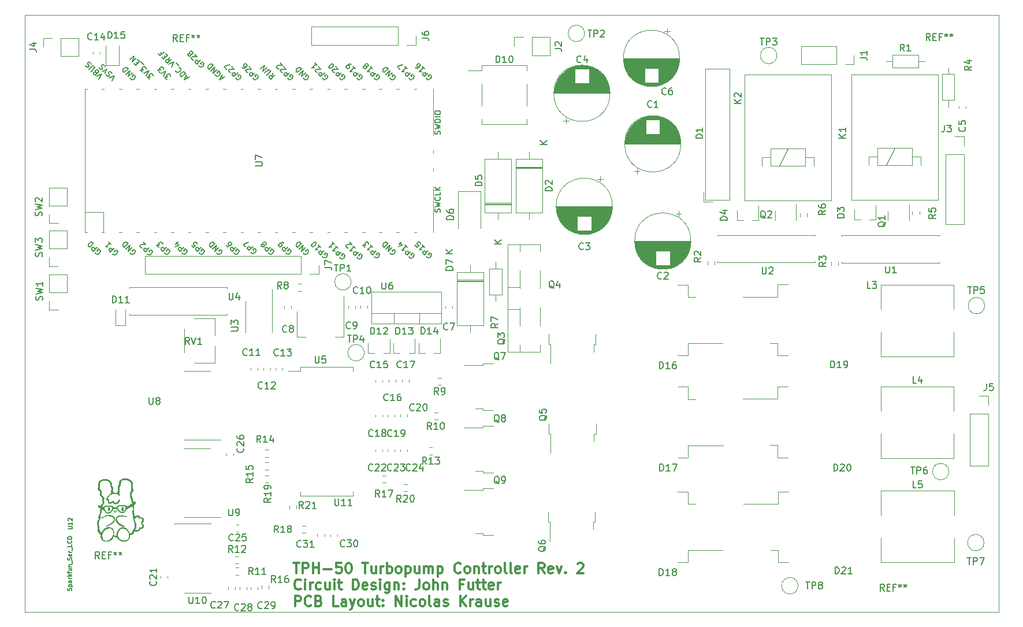
<source format=gbr>
%TF.GenerationSoftware,KiCad,Pcbnew,(6.0.0)*%
%TF.CreationDate,2022-06-11T13:18:49-06:00*%
%TF.ProjectId,Turbopump Controller,54757262-6f70-4756-9d70-20436f6e7472,rev?*%
%TF.SameCoordinates,Original*%
%TF.FileFunction,Legend,Top*%
%TF.FilePolarity,Positive*%
%FSLAX46Y46*%
G04 Gerber Fmt 4.6, Leading zero omitted, Abs format (unit mm)*
G04 Created by KiCad (PCBNEW (6.0.0)) date 2022-06-11 13:18:49*
%MOMM*%
%LPD*%
G01*
G04 APERTURE LIST*
%TA.AperFunction,Profile*%
%ADD10C,0.100000*%
%TD*%
%ADD11C,0.300000*%
%ADD12C,0.150000*%
%ADD13C,0.127000*%
%ADD14C,0.120000*%
G04 APERTURE END LIST*
D10*
X92870000Y-53320000D02*
X235620000Y-53320000D01*
X235620000Y-53320000D02*
X235620000Y-140720000D01*
X235620000Y-140720000D02*
X92870000Y-140720000D01*
X92870000Y-140720000D02*
X92870000Y-53320000D01*
D11*
X132267857Y-133563571D02*
X133125000Y-133563571D01*
X132696428Y-135063571D02*
X132696428Y-133563571D01*
X133625000Y-135063571D02*
X133625000Y-133563571D01*
X134196428Y-133563571D01*
X134339285Y-133635000D01*
X134410714Y-133706428D01*
X134482142Y-133849285D01*
X134482142Y-134063571D01*
X134410714Y-134206428D01*
X134339285Y-134277857D01*
X134196428Y-134349285D01*
X133625000Y-134349285D01*
X135125000Y-135063571D02*
X135125000Y-133563571D01*
X135125000Y-134277857D02*
X135982142Y-134277857D01*
X135982142Y-135063571D02*
X135982142Y-133563571D01*
X136696428Y-134492142D02*
X137839285Y-134492142D01*
X139267857Y-133563571D02*
X138553571Y-133563571D01*
X138482142Y-134277857D01*
X138553571Y-134206428D01*
X138696428Y-134135000D01*
X139053571Y-134135000D01*
X139196428Y-134206428D01*
X139267857Y-134277857D01*
X139339285Y-134420714D01*
X139339285Y-134777857D01*
X139267857Y-134920714D01*
X139196428Y-134992142D01*
X139053571Y-135063571D01*
X138696428Y-135063571D01*
X138553571Y-134992142D01*
X138482142Y-134920714D01*
X140267857Y-133563571D02*
X140410714Y-133563571D01*
X140553571Y-133635000D01*
X140625000Y-133706428D01*
X140696428Y-133849285D01*
X140767857Y-134135000D01*
X140767857Y-134492142D01*
X140696428Y-134777857D01*
X140625000Y-134920714D01*
X140553571Y-134992142D01*
X140410714Y-135063571D01*
X140267857Y-135063571D01*
X140125000Y-134992142D01*
X140053571Y-134920714D01*
X139982142Y-134777857D01*
X139910714Y-134492142D01*
X139910714Y-134135000D01*
X139982142Y-133849285D01*
X140053571Y-133706428D01*
X140125000Y-133635000D01*
X140267857Y-133563571D01*
X142339285Y-133563571D02*
X143196428Y-133563571D01*
X142767857Y-135063571D02*
X142767857Y-133563571D01*
X144339285Y-134063571D02*
X144339285Y-135063571D01*
X143696428Y-134063571D02*
X143696428Y-134849285D01*
X143767857Y-134992142D01*
X143910714Y-135063571D01*
X144125000Y-135063571D01*
X144267857Y-134992142D01*
X144339285Y-134920714D01*
X145053571Y-135063571D02*
X145053571Y-134063571D01*
X145053571Y-134349285D02*
X145125000Y-134206428D01*
X145196428Y-134135000D01*
X145339285Y-134063571D01*
X145482142Y-134063571D01*
X145982142Y-135063571D02*
X145982142Y-133563571D01*
X145982142Y-134135000D02*
X146125000Y-134063571D01*
X146410714Y-134063571D01*
X146553571Y-134135000D01*
X146625000Y-134206428D01*
X146696428Y-134349285D01*
X146696428Y-134777857D01*
X146625000Y-134920714D01*
X146553571Y-134992142D01*
X146410714Y-135063571D01*
X146125000Y-135063571D01*
X145982142Y-134992142D01*
X147553571Y-135063571D02*
X147410714Y-134992142D01*
X147339285Y-134920714D01*
X147267857Y-134777857D01*
X147267857Y-134349285D01*
X147339285Y-134206428D01*
X147410714Y-134135000D01*
X147553571Y-134063571D01*
X147767857Y-134063571D01*
X147910714Y-134135000D01*
X147982142Y-134206428D01*
X148053571Y-134349285D01*
X148053571Y-134777857D01*
X147982142Y-134920714D01*
X147910714Y-134992142D01*
X147767857Y-135063571D01*
X147553571Y-135063571D01*
X148696428Y-134063571D02*
X148696428Y-135563571D01*
X148696428Y-134135000D02*
X148839285Y-134063571D01*
X149125000Y-134063571D01*
X149267857Y-134135000D01*
X149339285Y-134206428D01*
X149410714Y-134349285D01*
X149410714Y-134777857D01*
X149339285Y-134920714D01*
X149267857Y-134992142D01*
X149125000Y-135063571D01*
X148839285Y-135063571D01*
X148696428Y-134992142D01*
X150696428Y-134063571D02*
X150696428Y-135063571D01*
X150053571Y-134063571D02*
X150053571Y-134849285D01*
X150125000Y-134992142D01*
X150267857Y-135063571D01*
X150482142Y-135063571D01*
X150625000Y-134992142D01*
X150696428Y-134920714D01*
X151410714Y-135063571D02*
X151410714Y-134063571D01*
X151410714Y-134206428D02*
X151482142Y-134135000D01*
X151625000Y-134063571D01*
X151839285Y-134063571D01*
X151982142Y-134135000D01*
X152053571Y-134277857D01*
X152053571Y-135063571D01*
X152053571Y-134277857D02*
X152125000Y-134135000D01*
X152267857Y-134063571D01*
X152482142Y-134063571D01*
X152625000Y-134135000D01*
X152696428Y-134277857D01*
X152696428Y-135063571D01*
X153410714Y-134063571D02*
X153410714Y-135563571D01*
X153410714Y-134135000D02*
X153553571Y-134063571D01*
X153839285Y-134063571D01*
X153982142Y-134135000D01*
X154053571Y-134206428D01*
X154125000Y-134349285D01*
X154125000Y-134777857D01*
X154053571Y-134920714D01*
X153982142Y-134992142D01*
X153839285Y-135063571D01*
X153553571Y-135063571D01*
X153410714Y-134992142D01*
X156767857Y-134920714D02*
X156696428Y-134992142D01*
X156482142Y-135063571D01*
X156339285Y-135063571D01*
X156125000Y-134992142D01*
X155982142Y-134849285D01*
X155910714Y-134706428D01*
X155839285Y-134420714D01*
X155839285Y-134206428D01*
X155910714Y-133920714D01*
X155982142Y-133777857D01*
X156125000Y-133635000D01*
X156339285Y-133563571D01*
X156482142Y-133563571D01*
X156696428Y-133635000D01*
X156767857Y-133706428D01*
X157625000Y-135063571D02*
X157482142Y-134992142D01*
X157410714Y-134920714D01*
X157339285Y-134777857D01*
X157339285Y-134349285D01*
X157410714Y-134206428D01*
X157482142Y-134135000D01*
X157625000Y-134063571D01*
X157839285Y-134063571D01*
X157982142Y-134135000D01*
X158053571Y-134206428D01*
X158125000Y-134349285D01*
X158125000Y-134777857D01*
X158053571Y-134920714D01*
X157982142Y-134992142D01*
X157839285Y-135063571D01*
X157625000Y-135063571D01*
X158767857Y-134063571D02*
X158767857Y-135063571D01*
X158767857Y-134206428D02*
X158839285Y-134135000D01*
X158982142Y-134063571D01*
X159196428Y-134063571D01*
X159339285Y-134135000D01*
X159410714Y-134277857D01*
X159410714Y-135063571D01*
X159910714Y-134063571D02*
X160482142Y-134063571D01*
X160125000Y-133563571D02*
X160125000Y-134849285D01*
X160196428Y-134992142D01*
X160339285Y-135063571D01*
X160482142Y-135063571D01*
X160982142Y-135063571D02*
X160982142Y-134063571D01*
X160982142Y-134349285D02*
X161053571Y-134206428D01*
X161125000Y-134135000D01*
X161267857Y-134063571D01*
X161410714Y-134063571D01*
X162125000Y-135063571D02*
X161982142Y-134992142D01*
X161910714Y-134920714D01*
X161839285Y-134777857D01*
X161839285Y-134349285D01*
X161910714Y-134206428D01*
X161982142Y-134135000D01*
X162125000Y-134063571D01*
X162339285Y-134063571D01*
X162482142Y-134135000D01*
X162553571Y-134206428D01*
X162625000Y-134349285D01*
X162625000Y-134777857D01*
X162553571Y-134920714D01*
X162482142Y-134992142D01*
X162339285Y-135063571D01*
X162125000Y-135063571D01*
X163482142Y-135063571D02*
X163339285Y-134992142D01*
X163267857Y-134849285D01*
X163267857Y-133563571D01*
X164267857Y-135063571D02*
X164125000Y-134992142D01*
X164053571Y-134849285D01*
X164053571Y-133563571D01*
X165410714Y-134992142D02*
X165267857Y-135063571D01*
X164982142Y-135063571D01*
X164839285Y-134992142D01*
X164767857Y-134849285D01*
X164767857Y-134277857D01*
X164839285Y-134135000D01*
X164982142Y-134063571D01*
X165267857Y-134063571D01*
X165410714Y-134135000D01*
X165482142Y-134277857D01*
X165482142Y-134420714D01*
X164767857Y-134563571D01*
X166125000Y-135063571D02*
X166125000Y-134063571D01*
X166125000Y-134349285D02*
X166196428Y-134206428D01*
X166267857Y-134135000D01*
X166410714Y-134063571D01*
X166553571Y-134063571D01*
X169053571Y-135063571D02*
X168553571Y-134349285D01*
X168196428Y-135063571D02*
X168196428Y-133563571D01*
X168767857Y-133563571D01*
X168910714Y-133635000D01*
X168982142Y-133706428D01*
X169053571Y-133849285D01*
X169053571Y-134063571D01*
X168982142Y-134206428D01*
X168910714Y-134277857D01*
X168767857Y-134349285D01*
X168196428Y-134349285D01*
X170267857Y-134992142D02*
X170125000Y-135063571D01*
X169839285Y-135063571D01*
X169696428Y-134992142D01*
X169625000Y-134849285D01*
X169625000Y-134277857D01*
X169696428Y-134135000D01*
X169839285Y-134063571D01*
X170125000Y-134063571D01*
X170267857Y-134135000D01*
X170339285Y-134277857D01*
X170339285Y-134420714D01*
X169625000Y-134563571D01*
X170839285Y-134063571D02*
X171196428Y-135063571D01*
X171553571Y-134063571D01*
X172125000Y-134920714D02*
X172196428Y-134992142D01*
X172125000Y-135063571D01*
X172053571Y-134992142D01*
X172125000Y-134920714D01*
X172125000Y-135063571D01*
X173910714Y-133706428D02*
X173982142Y-133635000D01*
X174125000Y-133563571D01*
X174482142Y-133563571D01*
X174625000Y-133635000D01*
X174696428Y-133706428D01*
X174767857Y-133849285D01*
X174767857Y-133992142D01*
X174696428Y-134206428D01*
X173839285Y-135063571D01*
X174767857Y-135063571D01*
X133339285Y-137335714D02*
X133267857Y-137407142D01*
X133053571Y-137478571D01*
X132910714Y-137478571D01*
X132696428Y-137407142D01*
X132553571Y-137264285D01*
X132482142Y-137121428D01*
X132410714Y-136835714D01*
X132410714Y-136621428D01*
X132482142Y-136335714D01*
X132553571Y-136192857D01*
X132696428Y-136050000D01*
X132910714Y-135978571D01*
X133053571Y-135978571D01*
X133267857Y-136050000D01*
X133339285Y-136121428D01*
X133982142Y-137478571D02*
X133982142Y-136478571D01*
X133982142Y-135978571D02*
X133910714Y-136050000D01*
X133982142Y-136121428D01*
X134053571Y-136050000D01*
X133982142Y-135978571D01*
X133982142Y-136121428D01*
X134696428Y-137478571D02*
X134696428Y-136478571D01*
X134696428Y-136764285D02*
X134767857Y-136621428D01*
X134839285Y-136550000D01*
X134982142Y-136478571D01*
X135125000Y-136478571D01*
X136267857Y-137407142D02*
X136125000Y-137478571D01*
X135839285Y-137478571D01*
X135696428Y-137407142D01*
X135625000Y-137335714D01*
X135553571Y-137192857D01*
X135553571Y-136764285D01*
X135625000Y-136621428D01*
X135696428Y-136550000D01*
X135839285Y-136478571D01*
X136125000Y-136478571D01*
X136267857Y-136550000D01*
X137553571Y-136478571D02*
X137553571Y-137478571D01*
X136910714Y-136478571D02*
X136910714Y-137264285D01*
X136982142Y-137407142D01*
X137125000Y-137478571D01*
X137339285Y-137478571D01*
X137482142Y-137407142D01*
X137553571Y-137335714D01*
X138267857Y-137478571D02*
X138267857Y-136478571D01*
X138267857Y-135978571D02*
X138196428Y-136050000D01*
X138267857Y-136121428D01*
X138339285Y-136050000D01*
X138267857Y-135978571D01*
X138267857Y-136121428D01*
X138767857Y-136478571D02*
X139339285Y-136478571D01*
X138982142Y-135978571D02*
X138982142Y-137264285D01*
X139053571Y-137407142D01*
X139196428Y-137478571D01*
X139339285Y-137478571D01*
X140982142Y-137478571D02*
X140982142Y-135978571D01*
X141339285Y-135978571D01*
X141553571Y-136050000D01*
X141696428Y-136192857D01*
X141767857Y-136335714D01*
X141839285Y-136621428D01*
X141839285Y-136835714D01*
X141767857Y-137121428D01*
X141696428Y-137264285D01*
X141553571Y-137407142D01*
X141339285Y-137478571D01*
X140982142Y-137478571D01*
X143053571Y-137407142D02*
X142910714Y-137478571D01*
X142625000Y-137478571D01*
X142482142Y-137407142D01*
X142410714Y-137264285D01*
X142410714Y-136692857D01*
X142482142Y-136550000D01*
X142625000Y-136478571D01*
X142910714Y-136478571D01*
X143053571Y-136550000D01*
X143125000Y-136692857D01*
X143125000Y-136835714D01*
X142410714Y-136978571D01*
X143696428Y-137407142D02*
X143839285Y-137478571D01*
X144125000Y-137478571D01*
X144267857Y-137407142D01*
X144339285Y-137264285D01*
X144339285Y-137192857D01*
X144267857Y-137050000D01*
X144125000Y-136978571D01*
X143910714Y-136978571D01*
X143767857Y-136907142D01*
X143696428Y-136764285D01*
X143696428Y-136692857D01*
X143767857Y-136550000D01*
X143910714Y-136478571D01*
X144125000Y-136478571D01*
X144267857Y-136550000D01*
X144982142Y-137478571D02*
X144982142Y-136478571D01*
X144982142Y-135978571D02*
X144910714Y-136050000D01*
X144982142Y-136121428D01*
X145053571Y-136050000D01*
X144982142Y-135978571D01*
X144982142Y-136121428D01*
X146339285Y-136478571D02*
X146339285Y-137692857D01*
X146267857Y-137835714D01*
X146196428Y-137907142D01*
X146053571Y-137978571D01*
X145839285Y-137978571D01*
X145696428Y-137907142D01*
X146339285Y-137407142D02*
X146196428Y-137478571D01*
X145910714Y-137478571D01*
X145767857Y-137407142D01*
X145696428Y-137335714D01*
X145625000Y-137192857D01*
X145625000Y-136764285D01*
X145696428Y-136621428D01*
X145767857Y-136550000D01*
X145910714Y-136478571D01*
X146196428Y-136478571D01*
X146339285Y-136550000D01*
X147053571Y-136478571D02*
X147053571Y-137478571D01*
X147053571Y-136621428D02*
X147125000Y-136550000D01*
X147267857Y-136478571D01*
X147482142Y-136478571D01*
X147625000Y-136550000D01*
X147696428Y-136692857D01*
X147696428Y-137478571D01*
X148410714Y-137335714D02*
X148482142Y-137407142D01*
X148410714Y-137478571D01*
X148339285Y-137407142D01*
X148410714Y-137335714D01*
X148410714Y-137478571D01*
X148410714Y-136550000D02*
X148482142Y-136621428D01*
X148410714Y-136692857D01*
X148339285Y-136621428D01*
X148410714Y-136550000D01*
X148410714Y-136692857D01*
X150696428Y-135978571D02*
X150696428Y-137050000D01*
X150625000Y-137264285D01*
X150482142Y-137407142D01*
X150267857Y-137478571D01*
X150125000Y-137478571D01*
X151625000Y-137478571D02*
X151482142Y-137407142D01*
X151410714Y-137335714D01*
X151339285Y-137192857D01*
X151339285Y-136764285D01*
X151410714Y-136621428D01*
X151482142Y-136550000D01*
X151625000Y-136478571D01*
X151839285Y-136478571D01*
X151982142Y-136550000D01*
X152053571Y-136621428D01*
X152125000Y-136764285D01*
X152125000Y-137192857D01*
X152053571Y-137335714D01*
X151982142Y-137407142D01*
X151839285Y-137478571D01*
X151625000Y-137478571D01*
X152767857Y-137478571D02*
X152767857Y-135978571D01*
X153410714Y-137478571D02*
X153410714Y-136692857D01*
X153339285Y-136550000D01*
X153196428Y-136478571D01*
X152982142Y-136478571D01*
X152839285Y-136550000D01*
X152767857Y-136621428D01*
X154125000Y-136478571D02*
X154125000Y-137478571D01*
X154125000Y-136621428D02*
X154196428Y-136550000D01*
X154339285Y-136478571D01*
X154553571Y-136478571D01*
X154696428Y-136550000D01*
X154767857Y-136692857D01*
X154767857Y-137478571D01*
X157125000Y-136692857D02*
X156625000Y-136692857D01*
X156625000Y-137478571D02*
X156625000Y-135978571D01*
X157339285Y-135978571D01*
X158553571Y-136478571D02*
X158553571Y-137478571D01*
X157910714Y-136478571D02*
X157910714Y-137264285D01*
X157982142Y-137407142D01*
X158125000Y-137478571D01*
X158339285Y-137478571D01*
X158482142Y-137407142D01*
X158553571Y-137335714D01*
X159053571Y-136478571D02*
X159625000Y-136478571D01*
X159267857Y-135978571D02*
X159267857Y-137264285D01*
X159339285Y-137407142D01*
X159482142Y-137478571D01*
X159625000Y-137478571D01*
X159910714Y-136478571D02*
X160482142Y-136478571D01*
X160125000Y-135978571D02*
X160125000Y-137264285D01*
X160196428Y-137407142D01*
X160339285Y-137478571D01*
X160482142Y-137478571D01*
X161553571Y-137407142D02*
X161410714Y-137478571D01*
X161125000Y-137478571D01*
X160982142Y-137407142D01*
X160910714Y-137264285D01*
X160910714Y-136692857D01*
X160982142Y-136550000D01*
X161125000Y-136478571D01*
X161410714Y-136478571D01*
X161553571Y-136550000D01*
X161625000Y-136692857D01*
X161625000Y-136835714D01*
X160910714Y-136978571D01*
X162267857Y-137478571D02*
X162267857Y-136478571D01*
X162267857Y-136764285D02*
X162339285Y-136621428D01*
X162410714Y-136550000D01*
X162553571Y-136478571D01*
X162696428Y-136478571D01*
X132482142Y-139893571D02*
X132482142Y-138393571D01*
X133053571Y-138393571D01*
X133196428Y-138465000D01*
X133267857Y-138536428D01*
X133339285Y-138679285D01*
X133339285Y-138893571D01*
X133267857Y-139036428D01*
X133196428Y-139107857D01*
X133053571Y-139179285D01*
X132482142Y-139179285D01*
X134839285Y-139750714D02*
X134767857Y-139822142D01*
X134553571Y-139893571D01*
X134410714Y-139893571D01*
X134196428Y-139822142D01*
X134053571Y-139679285D01*
X133982142Y-139536428D01*
X133910714Y-139250714D01*
X133910714Y-139036428D01*
X133982142Y-138750714D01*
X134053571Y-138607857D01*
X134196428Y-138465000D01*
X134410714Y-138393571D01*
X134553571Y-138393571D01*
X134767857Y-138465000D01*
X134839285Y-138536428D01*
X135982142Y-139107857D02*
X136196428Y-139179285D01*
X136267857Y-139250714D01*
X136339285Y-139393571D01*
X136339285Y-139607857D01*
X136267857Y-139750714D01*
X136196428Y-139822142D01*
X136053571Y-139893571D01*
X135482142Y-139893571D01*
X135482142Y-138393571D01*
X135982142Y-138393571D01*
X136125000Y-138465000D01*
X136196428Y-138536428D01*
X136267857Y-138679285D01*
X136267857Y-138822142D01*
X136196428Y-138965000D01*
X136125000Y-139036428D01*
X135982142Y-139107857D01*
X135482142Y-139107857D01*
X138839285Y-139893571D02*
X138125000Y-139893571D01*
X138125000Y-138393571D01*
X139982142Y-139893571D02*
X139982142Y-139107857D01*
X139910714Y-138965000D01*
X139767857Y-138893571D01*
X139482142Y-138893571D01*
X139339285Y-138965000D01*
X139982142Y-139822142D02*
X139839285Y-139893571D01*
X139482142Y-139893571D01*
X139339285Y-139822142D01*
X139267857Y-139679285D01*
X139267857Y-139536428D01*
X139339285Y-139393571D01*
X139482142Y-139322142D01*
X139839285Y-139322142D01*
X139982142Y-139250714D01*
X140553571Y-138893571D02*
X140910714Y-139893571D01*
X141267857Y-138893571D02*
X140910714Y-139893571D01*
X140767857Y-140250714D01*
X140696428Y-140322142D01*
X140553571Y-140393571D01*
X142053571Y-139893571D02*
X141910714Y-139822142D01*
X141839285Y-139750714D01*
X141767857Y-139607857D01*
X141767857Y-139179285D01*
X141839285Y-139036428D01*
X141910714Y-138965000D01*
X142053571Y-138893571D01*
X142267857Y-138893571D01*
X142410714Y-138965000D01*
X142482142Y-139036428D01*
X142553571Y-139179285D01*
X142553571Y-139607857D01*
X142482142Y-139750714D01*
X142410714Y-139822142D01*
X142267857Y-139893571D01*
X142053571Y-139893571D01*
X143839285Y-138893571D02*
X143839285Y-139893571D01*
X143196428Y-138893571D02*
X143196428Y-139679285D01*
X143267857Y-139822142D01*
X143410714Y-139893571D01*
X143625000Y-139893571D01*
X143767857Y-139822142D01*
X143839285Y-139750714D01*
X144339285Y-138893571D02*
X144910714Y-138893571D01*
X144553571Y-138393571D02*
X144553571Y-139679285D01*
X144625000Y-139822142D01*
X144767857Y-139893571D01*
X144910714Y-139893571D01*
X145410714Y-139750714D02*
X145482142Y-139822142D01*
X145410714Y-139893571D01*
X145339285Y-139822142D01*
X145410714Y-139750714D01*
X145410714Y-139893571D01*
X145410714Y-138965000D02*
X145482142Y-139036428D01*
X145410714Y-139107857D01*
X145339285Y-139036428D01*
X145410714Y-138965000D01*
X145410714Y-139107857D01*
X147267857Y-139893571D02*
X147267857Y-138393571D01*
X148125000Y-139893571D01*
X148125000Y-138393571D01*
X148839285Y-139893571D02*
X148839285Y-138893571D01*
X148839285Y-138393571D02*
X148767857Y-138465000D01*
X148839285Y-138536428D01*
X148910714Y-138465000D01*
X148839285Y-138393571D01*
X148839285Y-138536428D01*
X150196428Y-139822142D02*
X150053571Y-139893571D01*
X149767857Y-139893571D01*
X149625000Y-139822142D01*
X149553571Y-139750714D01*
X149482142Y-139607857D01*
X149482142Y-139179285D01*
X149553571Y-139036428D01*
X149625000Y-138965000D01*
X149767857Y-138893571D01*
X150053571Y-138893571D01*
X150196428Y-138965000D01*
X151053571Y-139893571D02*
X150910714Y-139822142D01*
X150839285Y-139750714D01*
X150767857Y-139607857D01*
X150767857Y-139179285D01*
X150839285Y-139036428D01*
X150910714Y-138965000D01*
X151053571Y-138893571D01*
X151267857Y-138893571D01*
X151410714Y-138965000D01*
X151482142Y-139036428D01*
X151553571Y-139179285D01*
X151553571Y-139607857D01*
X151482142Y-139750714D01*
X151410714Y-139822142D01*
X151267857Y-139893571D01*
X151053571Y-139893571D01*
X152410714Y-139893571D02*
X152267857Y-139822142D01*
X152196428Y-139679285D01*
X152196428Y-138393571D01*
X153625000Y-139893571D02*
X153625000Y-139107857D01*
X153553571Y-138965000D01*
X153410714Y-138893571D01*
X153125000Y-138893571D01*
X152982142Y-138965000D01*
X153625000Y-139822142D02*
X153482142Y-139893571D01*
X153125000Y-139893571D01*
X152982142Y-139822142D01*
X152910714Y-139679285D01*
X152910714Y-139536428D01*
X152982142Y-139393571D01*
X153125000Y-139322142D01*
X153482142Y-139322142D01*
X153625000Y-139250714D01*
X154267857Y-139822142D02*
X154410714Y-139893571D01*
X154696428Y-139893571D01*
X154839285Y-139822142D01*
X154910714Y-139679285D01*
X154910714Y-139607857D01*
X154839285Y-139465000D01*
X154696428Y-139393571D01*
X154482142Y-139393571D01*
X154339285Y-139322142D01*
X154267857Y-139179285D01*
X154267857Y-139107857D01*
X154339285Y-138965000D01*
X154482142Y-138893571D01*
X154696428Y-138893571D01*
X154839285Y-138965000D01*
X156696428Y-139893571D02*
X156696428Y-138393571D01*
X157553571Y-139893571D02*
X156910714Y-139036428D01*
X157553571Y-138393571D02*
X156696428Y-139250714D01*
X158196428Y-139893571D02*
X158196428Y-138893571D01*
X158196428Y-139179285D02*
X158267857Y-139036428D01*
X158339285Y-138965000D01*
X158482142Y-138893571D01*
X158625000Y-138893571D01*
X159767857Y-139893571D02*
X159767857Y-139107857D01*
X159696428Y-138965000D01*
X159553571Y-138893571D01*
X159267857Y-138893571D01*
X159125000Y-138965000D01*
X159767857Y-139822142D02*
X159625000Y-139893571D01*
X159267857Y-139893571D01*
X159125000Y-139822142D01*
X159053571Y-139679285D01*
X159053571Y-139536428D01*
X159125000Y-139393571D01*
X159267857Y-139322142D01*
X159625000Y-139322142D01*
X159767857Y-139250714D01*
X161125000Y-138893571D02*
X161125000Y-139893571D01*
X160482142Y-138893571D02*
X160482142Y-139679285D01*
X160553571Y-139822142D01*
X160696428Y-139893571D01*
X160910714Y-139893571D01*
X161053571Y-139822142D01*
X161125000Y-139750714D01*
X161767857Y-139822142D02*
X161910714Y-139893571D01*
X162196428Y-139893571D01*
X162339285Y-139822142D01*
X162410714Y-139679285D01*
X162410714Y-139607857D01*
X162339285Y-139465000D01*
X162196428Y-139393571D01*
X161982142Y-139393571D01*
X161839285Y-139322142D01*
X161767857Y-139179285D01*
X161767857Y-139107857D01*
X161839285Y-138965000D01*
X161982142Y-138893571D01*
X162196428Y-138893571D01*
X162339285Y-138965000D01*
X163625000Y-139822142D02*
X163482142Y-139893571D01*
X163196428Y-139893571D01*
X163053571Y-139822142D01*
X162982142Y-139679285D01*
X162982142Y-139107857D01*
X163053571Y-138965000D01*
X163196428Y-138893571D01*
X163482142Y-138893571D01*
X163625000Y-138965000D01*
X163696428Y-139107857D01*
X163696428Y-139250714D01*
X162982142Y-139393571D01*
D12*
%TO.C,D10*%
X161945714Y-60276380D02*
X161945714Y-59276380D01*
X162183809Y-59276380D01*
X162326666Y-59324000D01*
X162421904Y-59419238D01*
X162469523Y-59514476D01*
X162517142Y-59704952D01*
X162517142Y-59847809D01*
X162469523Y-60038285D01*
X162421904Y-60133523D01*
X162326666Y-60228761D01*
X162183809Y-60276380D01*
X161945714Y-60276380D01*
X163469523Y-60276380D02*
X162898095Y-60276380D01*
X163183809Y-60276380D02*
X163183809Y-59276380D01*
X163088571Y-59419238D01*
X162993333Y-59514476D01*
X162898095Y-59562095D01*
X164088571Y-59276380D02*
X164183809Y-59276380D01*
X164279047Y-59324000D01*
X164326666Y-59371619D01*
X164374285Y-59466857D01*
X164421904Y-59657333D01*
X164421904Y-59895428D01*
X164374285Y-60085904D01*
X164326666Y-60181142D01*
X164279047Y-60228761D01*
X164183809Y-60276380D01*
X164088571Y-60276380D01*
X163993333Y-60228761D01*
X163945714Y-60181142D01*
X163898095Y-60085904D01*
X163850476Y-59895428D01*
X163850476Y-59657333D01*
X163898095Y-59466857D01*
X163945714Y-59371619D01*
X163993333Y-59324000D01*
X164088571Y-59276380D01*
%TO.C,D1*%
X192239880Y-71345595D02*
X191239880Y-71345595D01*
X191239880Y-71107500D01*
X191287500Y-70964642D01*
X191382738Y-70869404D01*
X191477976Y-70821785D01*
X191668452Y-70774166D01*
X191811309Y-70774166D01*
X192001785Y-70821785D01*
X192097023Y-70869404D01*
X192192261Y-70964642D01*
X192239880Y-71107500D01*
X192239880Y-71345595D01*
X192239880Y-69821785D02*
X192239880Y-70393214D01*
X192239880Y-70107500D02*
X191239880Y-70107500D01*
X191382738Y-70202738D01*
X191477976Y-70297976D01*
X191525595Y-70393214D01*
%TO.C,SW1*%
X95434761Y-95073333D02*
X95482380Y-94930476D01*
X95482380Y-94692380D01*
X95434761Y-94597142D01*
X95387142Y-94549523D01*
X95291904Y-94501904D01*
X95196666Y-94501904D01*
X95101428Y-94549523D01*
X95053809Y-94597142D01*
X95006190Y-94692380D01*
X94958571Y-94882857D01*
X94910952Y-94978095D01*
X94863333Y-95025714D01*
X94768095Y-95073333D01*
X94672857Y-95073333D01*
X94577619Y-95025714D01*
X94530000Y-94978095D01*
X94482380Y-94882857D01*
X94482380Y-94644761D01*
X94530000Y-94501904D01*
X94482380Y-94168571D02*
X95482380Y-93930476D01*
X94768095Y-93740000D01*
X95482380Y-93549523D01*
X94482380Y-93311428D01*
X95482380Y-92406666D02*
X95482380Y-92978095D01*
X95482380Y-92692380D02*
X94482380Y-92692380D01*
X94625238Y-92787619D01*
X94720476Y-92882857D01*
X94768095Y-92978095D01*
%TO.C,D19*%
X211015714Y-104972380D02*
X211015714Y-103972380D01*
X211253809Y-103972380D01*
X211396666Y-104020000D01*
X211491904Y-104115238D01*
X211539523Y-104210476D01*
X211587142Y-104400952D01*
X211587142Y-104543809D01*
X211539523Y-104734285D01*
X211491904Y-104829523D01*
X211396666Y-104924761D01*
X211253809Y-104972380D01*
X211015714Y-104972380D01*
X212539523Y-104972380D02*
X211968095Y-104972380D01*
X212253809Y-104972380D02*
X212253809Y-103972380D01*
X212158571Y-104115238D01*
X212063333Y-104210476D01*
X211968095Y-104258095D01*
X213015714Y-104972380D02*
X213206190Y-104972380D01*
X213301428Y-104924761D01*
X213349047Y-104877142D01*
X213444285Y-104734285D01*
X213491904Y-104543809D01*
X213491904Y-104162857D01*
X213444285Y-104067619D01*
X213396666Y-104020000D01*
X213301428Y-103972380D01*
X213110952Y-103972380D01*
X213015714Y-104020000D01*
X212968095Y-104067619D01*
X212920476Y-104162857D01*
X212920476Y-104400952D01*
X212968095Y-104496190D01*
X213015714Y-104543809D01*
X213110952Y-104591428D01*
X213301428Y-104591428D01*
X213396666Y-104543809D01*
X213444285Y-104496190D01*
X213491904Y-104400952D01*
%TO.C,REF\u002A\u002A*%
X225596666Y-57022380D02*
X225263333Y-56546190D01*
X225025238Y-57022380D02*
X225025238Y-56022380D01*
X225406190Y-56022380D01*
X225501428Y-56070000D01*
X225549047Y-56117619D01*
X225596666Y-56212857D01*
X225596666Y-56355714D01*
X225549047Y-56450952D01*
X225501428Y-56498571D01*
X225406190Y-56546190D01*
X225025238Y-56546190D01*
X226025238Y-56498571D02*
X226358571Y-56498571D01*
X226501428Y-57022380D02*
X226025238Y-57022380D01*
X226025238Y-56022380D01*
X226501428Y-56022380D01*
X227263333Y-56498571D02*
X226930000Y-56498571D01*
X226930000Y-57022380D02*
X226930000Y-56022380D01*
X227406190Y-56022380D01*
X227930000Y-56022380D02*
X227930000Y-56260476D01*
X227691904Y-56165238D02*
X227930000Y-56260476D01*
X228168095Y-56165238D01*
X227787142Y-56450952D02*
X227930000Y-56260476D01*
X228072857Y-56450952D01*
X228691904Y-56022380D02*
X228691904Y-56260476D01*
X228453809Y-56165238D02*
X228691904Y-56260476D01*
X228930000Y-56165238D01*
X228549047Y-56450952D02*
X228691904Y-56260476D01*
X228834761Y-56450952D01*
%TO.C,U1*%
X219058095Y-90092380D02*
X219058095Y-90901904D01*
X219105714Y-90997142D01*
X219153333Y-91044761D01*
X219248571Y-91092380D01*
X219439047Y-91092380D01*
X219534285Y-91044761D01*
X219581904Y-90997142D01*
X219629523Y-90901904D01*
X219629523Y-90092380D01*
X220629523Y-91092380D02*
X220058095Y-91092380D01*
X220343809Y-91092380D02*
X220343809Y-90092380D01*
X220248571Y-90235238D01*
X220153333Y-90330476D01*
X220058095Y-90378095D01*
%TO.C,TP7*%
X231018095Y-132782380D02*
X231589523Y-132782380D01*
X231303809Y-133782380D02*
X231303809Y-132782380D01*
X231922857Y-133782380D02*
X231922857Y-132782380D01*
X232303809Y-132782380D01*
X232399047Y-132830000D01*
X232446666Y-132877619D01*
X232494285Y-132972857D01*
X232494285Y-133115714D01*
X232446666Y-133210952D01*
X232399047Y-133258571D01*
X232303809Y-133306190D01*
X231922857Y-133306190D01*
X232827619Y-132782380D02*
X233494285Y-132782380D01*
X233065714Y-133782380D01*
%TO.C,R1*%
X221793333Y-58582380D02*
X221460000Y-58106190D01*
X221221904Y-58582380D02*
X221221904Y-57582380D01*
X221602857Y-57582380D01*
X221698095Y-57630000D01*
X221745714Y-57677619D01*
X221793333Y-57772857D01*
X221793333Y-57915714D01*
X221745714Y-58010952D01*
X221698095Y-58058571D01*
X221602857Y-58106190D01*
X221221904Y-58106190D01*
X222745714Y-58582380D02*
X222174285Y-58582380D01*
X222460000Y-58582380D02*
X222460000Y-57582380D01*
X222364761Y-57725238D01*
X222269523Y-57820476D01*
X222174285Y-57868095D01*
%TO.C,R10*%
X152467142Y-113992380D02*
X152133809Y-113516190D01*
X151895714Y-113992380D02*
X151895714Y-112992380D01*
X152276666Y-112992380D01*
X152371904Y-113040000D01*
X152419523Y-113087619D01*
X152467142Y-113182857D01*
X152467142Y-113325714D01*
X152419523Y-113420952D01*
X152371904Y-113468571D01*
X152276666Y-113516190D01*
X151895714Y-113516190D01*
X153419523Y-113992380D02*
X152848095Y-113992380D01*
X153133809Y-113992380D02*
X153133809Y-112992380D01*
X153038571Y-113135238D01*
X152943333Y-113230476D01*
X152848095Y-113278095D01*
X154038571Y-112992380D02*
X154133809Y-112992380D01*
X154229047Y-113040000D01*
X154276666Y-113087619D01*
X154324285Y-113182857D01*
X154371904Y-113373333D01*
X154371904Y-113611428D01*
X154324285Y-113801904D01*
X154276666Y-113897142D01*
X154229047Y-113944761D01*
X154133809Y-113992380D01*
X154038571Y-113992380D01*
X153943333Y-113944761D01*
X153895714Y-113897142D01*
X153848095Y-113801904D01*
X153800476Y-113611428D01*
X153800476Y-113373333D01*
X153848095Y-113182857D01*
X153895714Y-113087619D01*
X153943333Y-113040000D01*
X154038571Y-112992380D01*
%TO.C,R8*%
X130503333Y-93392380D02*
X130170000Y-92916190D01*
X129931904Y-93392380D02*
X129931904Y-92392380D01*
X130312857Y-92392380D01*
X130408095Y-92440000D01*
X130455714Y-92487619D01*
X130503333Y-92582857D01*
X130503333Y-92725714D01*
X130455714Y-92820952D01*
X130408095Y-92868571D01*
X130312857Y-92916190D01*
X129931904Y-92916190D01*
X131074761Y-92820952D02*
X130979523Y-92773333D01*
X130931904Y-92725714D01*
X130884285Y-92630476D01*
X130884285Y-92582857D01*
X130931904Y-92487619D01*
X130979523Y-92440000D01*
X131074761Y-92392380D01*
X131265238Y-92392380D01*
X131360476Y-92440000D01*
X131408095Y-92487619D01*
X131455714Y-92582857D01*
X131455714Y-92630476D01*
X131408095Y-92725714D01*
X131360476Y-92773333D01*
X131265238Y-92820952D01*
X131074761Y-92820952D01*
X130979523Y-92868571D01*
X130931904Y-92916190D01*
X130884285Y-93011428D01*
X130884285Y-93201904D01*
X130931904Y-93297142D01*
X130979523Y-93344761D01*
X131074761Y-93392380D01*
X131265238Y-93392380D01*
X131360476Y-93344761D01*
X131408095Y-93297142D01*
X131455714Y-93201904D01*
X131455714Y-93011428D01*
X131408095Y-92916190D01*
X131360476Y-92868571D01*
X131265238Y-92820952D01*
%TO.C,J1*%
X215307380Y-59538333D02*
X216021666Y-59538333D01*
X216164523Y-59585952D01*
X216259761Y-59681190D01*
X216307380Y-59824047D01*
X216307380Y-59919285D01*
X216307380Y-58538333D02*
X216307380Y-59109761D01*
X216307380Y-58824047D02*
X215307380Y-58824047D01*
X215450238Y-58919285D01*
X215545476Y-59014523D01*
X215593095Y-59109761D01*
%TO.C,Q8*%
X162419761Y-112962619D02*
X162324523Y-112915000D01*
X162229285Y-112819761D01*
X162086428Y-112676904D01*
X161991190Y-112629285D01*
X161895952Y-112629285D01*
X161943571Y-112867380D02*
X161848333Y-112819761D01*
X161753095Y-112724523D01*
X161705476Y-112534047D01*
X161705476Y-112200714D01*
X161753095Y-112010238D01*
X161848333Y-111915000D01*
X161943571Y-111867380D01*
X162134047Y-111867380D01*
X162229285Y-111915000D01*
X162324523Y-112010238D01*
X162372142Y-112200714D01*
X162372142Y-112534047D01*
X162324523Y-112724523D01*
X162229285Y-112819761D01*
X162134047Y-112867380D01*
X161943571Y-112867380D01*
X162943571Y-112295952D02*
X162848333Y-112248333D01*
X162800714Y-112200714D01*
X162753095Y-112105476D01*
X162753095Y-112057857D01*
X162800714Y-111962619D01*
X162848333Y-111915000D01*
X162943571Y-111867380D01*
X163134047Y-111867380D01*
X163229285Y-111915000D01*
X163276904Y-111962619D01*
X163324523Y-112057857D01*
X163324523Y-112105476D01*
X163276904Y-112200714D01*
X163229285Y-112248333D01*
X163134047Y-112295952D01*
X162943571Y-112295952D01*
X162848333Y-112343571D01*
X162800714Y-112391190D01*
X162753095Y-112486428D01*
X162753095Y-112676904D01*
X162800714Y-112772142D01*
X162848333Y-112819761D01*
X162943571Y-112867380D01*
X163134047Y-112867380D01*
X163229285Y-112819761D01*
X163276904Y-112772142D01*
X163324523Y-112676904D01*
X163324523Y-112486428D01*
X163276904Y-112391190D01*
X163229285Y-112343571D01*
X163134047Y-112295952D01*
%TO.C,C31*%
X133367142Y-131177142D02*
X133319523Y-131224761D01*
X133176666Y-131272380D01*
X133081428Y-131272380D01*
X132938571Y-131224761D01*
X132843333Y-131129523D01*
X132795714Y-131034285D01*
X132748095Y-130843809D01*
X132748095Y-130700952D01*
X132795714Y-130510476D01*
X132843333Y-130415238D01*
X132938571Y-130320000D01*
X133081428Y-130272380D01*
X133176666Y-130272380D01*
X133319523Y-130320000D01*
X133367142Y-130367619D01*
X133700476Y-130272380D02*
X134319523Y-130272380D01*
X133986190Y-130653333D01*
X134129047Y-130653333D01*
X134224285Y-130700952D01*
X134271904Y-130748571D01*
X134319523Y-130843809D01*
X134319523Y-131081904D01*
X134271904Y-131177142D01*
X134224285Y-131224761D01*
X134129047Y-131272380D01*
X133843333Y-131272380D01*
X133748095Y-131224761D01*
X133700476Y-131177142D01*
X135271904Y-131272380D02*
X134700476Y-131272380D01*
X134986190Y-131272380D02*
X134986190Y-130272380D01*
X134890952Y-130415238D01*
X134795714Y-130510476D01*
X134700476Y-130558095D01*
%TO.C,TP4*%
X140178095Y-100234380D02*
X140749523Y-100234380D01*
X140463809Y-101234380D02*
X140463809Y-100234380D01*
X141082857Y-101234380D02*
X141082857Y-100234380D01*
X141463809Y-100234380D01*
X141559047Y-100282000D01*
X141606666Y-100329619D01*
X141654285Y-100424857D01*
X141654285Y-100567714D01*
X141606666Y-100662952D01*
X141559047Y-100710571D01*
X141463809Y-100758190D01*
X141082857Y-100758190D01*
X142511428Y-100567714D02*
X142511428Y-101234380D01*
X142273333Y-100186761D02*
X142035238Y-100901047D01*
X142654285Y-100901047D01*
%TO.C,C20*%
X149927142Y-111167142D02*
X149879523Y-111214761D01*
X149736666Y-111262380D01*
X149641428Y-111262380D01*
X149498571Y-111214761D01*
X149403333Y-111119523D01*
X149355714Y-111024285D01*
X149308095Y-110833809D01*
X149308095Y-110690952D01*
X149355714Y-110500476D01*
X149403333Y-110405238D01*
X149498571Y-110310000D01*
X149641428Y-110262380D01*
X149736666Y-110262380D01*
X149879523Y-110310000D01*
X149927142Y-110357619D01*
X150308095Y-110357619D02*
X150355714Y-110310000D01*
X150450952Y-110262380D01*
X150689047Y-110262380D01*
X150784285Y-110310000D01*
X150831904Y-110357619D01*
X150879523Y-110452857D01*
X150879523Y-110548095D01*
X150831904Y-110690952D01*
X150260476Y-111262380D01*
X150879523Y-111262380D01*
X151498571Y-110262380D02*
X151593809Y-110262380D01*
X151689047Y-110310000D01*
X151736666Y-110357619D01*
X151784285Y-110452857D01*
X151831904Y-110643333D01*
X151831904Y-110881428D01*
X151784285Y-111071904D01*
X151736666Y-111167142D01*
X151689047Y-111214761D01*
X151593809Y-111262380D01*
X151498571Y-111262380D01*
X151403333Y-111214761D01*
X151355714Y-111167142D01*
X151308095Y-111071904D01*
X151260476Y-110881428D01*
X151260476Y-110643333D01*
X151308095Y-110452857D01*
X151355714Y-110357619D01*
X151403333Y-110310000D01*
X151498571Y-110262380D01*
%TO.C,R6*%
X210232380Y-81946666D02*
X209756190Y-82280000D01*
X210232380Y-82518095D02*
X209232380Y-82518095D01*
X209232380Y-82137142D01*
X209280000Y-82041904D01*
X209327619Y-81994285D01*
X209422857Y-81946666D01*
X209565714Y-81946666D01*
X209660952Y-81994285D01*
X209708571Y-82041904D01*
X209756190Y-82137142D01*
X209756190Y-82518095D01*
X209232380Y-81089523D02*
X209232380Y-81280000D01*
X209280000Y-81375238D01*
X209327619Y-81422857D01*
X209470476Y-81518095D01*
X209660952Y-81565714D01*
X210041904Y-81565714D01*
X210137142Y-81518095D01*
X210184761Y-81470476D01*
X210232380Y-81375238D01*
X210232380Y-81184761D01*
X210184761Y-81089523D01*
X210137142Y-81041904D01*
X210041904Y-80994285D01*
X209803809Y-80994285D01*
X209708571Y-81041904D01*
X209660952Y-81089523D01*
X209613333Y-81184761D01*
X209613333Y-81375238D01*
X209660952Y-81470476D01*
X209708571Y-81518095D01*
X209803809Y-81565714D01*
%TO.C,C10*%
X141667142Y-93997142D02*
X141619523Y-94044761D01*
X141476666Y-94092380D01*
X141381428Y-94092380D01*
X141238571Y-94044761D01*
X141143333Y-93949523D01*
X141095714Y-93854285D01*
X141048095Y-93663809D01*
X141048095Y-93520952D01*
X141095714Y-93330476D01*
X141143333Y-93235238D01*
X141238571Y-93140000D01*
X141381428Y-93092380D01*
X141476666Y-93092380D01*
X141619523Y-93140000D01*
X141667142Y-93187619D01*
X142619523Y-94092380D02*
X142048095Y-94092380D01*
X142333809Y-94092380D02*
X142333809Y-93092380D01*
X142238571Y-93235238D01*
X142143333Y-93330476D01*
X142048095Y-93378095D01*
X143238571Y-93092380D02*
X143333809Y-93092380D01*
X143429047Y-93140000D01*
X143476666Y-93187619D01*
X143524285Y-93282857D01*
X143571904Y-93473333D01*
X143571904Y-93711428D01*
X143524285Y-93901904D01*
X143476666Y-93997142D01*
X143429047Y-94044761D01*
X143333809Y-94092380D01*
X143238571Y-94092380D01*
X143143333Y-94044761D01*
X143095714Y-93997142D01*
X143048095Y-93901904D01*
X143000476Y-93711428D01*
X143000476Y-93473333D01*
X143048095Y-93282857D01*
X143095714Y-93187619D01*
X143143333Y-93140000D01*
X143238571Y-93092380D01*
%TO.C,C22*%
X143877142Y-119977142D02*
X143829523Y-120024761D01*
X143686666Y-120072380D01*
X143591428Y-120072380D01*
X143448571Y-120024761D01*
X143353333Y-119929523D01*
X143305714Y-119834285D01*
X143258095Y-119643809D01*
X143258095Y-119500952D01*
X143305714Y-119310476D01*
X143353333Y-119215238D01*
X143448571Y-119120000D01*
X143591428Y-119072380D01*
X143686666Y-119072380D01*
X143829523Y-119120000D01*
X143877142Y-119167619D01*
X144258095Y-119167619D02*
X144305714Y-119120000D01*
X144400952Y-119072380D01*
X144639047Y-119072380D01*
X144734285Y-119120000D01*
X144781904Y-119167619D01*
X144829523Y-119262857D01*
X144829523Y-119358095D01*
X144781904Y-119500952D01*
X144210476Y-120072380D01*
X144829523Y-120072380D01*
X145210476Y-119167619D02*
X145258095Y-119120000D01*
X145353333Y-119072380D01*
X145591428Y-119072380D01*
X145686666Y-119120000D01*
X145734285Y-119167619D01*
X145781904Y-119262857D01*
X145781904Y-119358095D01*
X145734285Y-119500952D01*
X145162857Y-120072380D01*
X145781904Y-120072380D01*
%TO.C,U7*%
X126682380Y-75401904D02*
X127491904Y-75401904D01*
X127587142Y-75354285D01*
X127634761Y-75306666D01*
X127682380Y-75211428D01*
X127682380Y-75020952D01*
X127634761Y-74925714D01*
X127587142Y-74878095D01*
X127491904Y-74830476D01*
X126682380Y-74830476D01*
X126682380Y-74449523D02*
X126682380Y-73782857D01*
X127682380Y-74211428D01*
X149210592Y-62542277D02*
X149237529Y-62623089D01*
X149318341Y-62703902D01*
X149426091Y-62757776D01*
X149533841Y-62757776D01*
X149614653Y-62730839D01*
X149749340Y-62650027D01*
X149830152Y-62569215D01*
X149910964Y-62434528D01*
X149937902Y-62353715D01*
X149937902Y-62245966D01*
X149884027Y-62138216D01*
X149830152Y-62084341D01*
X149722402Y-62030467D01*
X149668528Y-62030467D01*
X149479966Y-62219028D01*
X149587715Y-62326778D01*
X149479966Y-61734155D02*
X148914280Y-62299841D01*
X148698781Y-62084341D01*
X148671844Y-62003529D01*
X148671844Y-61949654D01*
X148698781Y-61868842D01*
X148779593Y-61788030D01*
X148860406Y-61761093D01*
X148914280Y-61761093D01*
X148995093Y-61788030D01*
X149210592Y-62003529D01*
X148617969Y-60872158D02*
X148941218Y-61195407D01*
X148779593Y-61033783D02*
X148213908Y-61599468D01*
X148348595Y-61572531D01*
X148456345Y-61572531D01*
X148537157Y-61599468D01*
X147863722Y-61249282D02*
X147486598Y-60872158D01*
X148294720Y-60548910D01*
X108328155Y-62553841D02*
X108355093Y-62634653D01*
X108435905Y-62715465D01*
X108543654Y-62769340D01*
X108651404Y-62769340D01*
X108732216Y-62742402D01*
X108866903Y-62661590D01*
X108947715Y-62580778D01*
X109028528Y-62446091D01*
X109055465Y-62365279D01*
X109055465Y-62257529D01*
X109001590Y-62149780D01*
X108947715Y-62095905D01*
X108839966Y-62042030D01*
X108786091Y-62042030D01*
X108597529Y-62230592D01*
X108705279Y-62338341D01*
X108597529Y-61745719D02*
X108031844Y-62311404D01*
X108274280Y-61422470D01*
X107708595Y-61988155D01*
X108004906Y-61153096D02*
X107439221Y-61718781D01*
X107304534Y-61584094D01*
X107250659Y-61476345D01*
X107250659Y-61368595D01*
X107277597Y-61287783D01*
X107358409Y-61153096D01*
X107439221Y-61072284D01*
X107573908Y-60991471D01*
X107654720Y-60964534D01*
X107762470Y-60964534D01*
X107870219Y-61018409D01*
X108004906Y-61153096D01*
X116763773Y-62485211D02*
X116494399Y-62215837D01*
X116979272Y-62377462D02*
X116225025Y-62754585D01*
X116602149Y-62000338D01*
X116413587Y-61811776D02*
X115847902Y-62377462D01*
X115713215Y-62242775D01*
X115659340Y-62135025D01*
X115659340Y-62027276D01*
X115686277Y-61946463D01*
X115767089Y-61811776D01*
X115847902Y-61730964D01*
X115982589Y-61650152D01*
X116063401Y-61623215D01*
X116171150Y-61623215D01*
X116278900Y-61677089D01*
X116413587Y-61811776D01*
X115470778Y-60976717D02*
X115524653Y-60976717D01*
X115632402Y-61030592D01*
X115686277Y-61084467D01*
X115740152Y-61192216D01*
X115740152Y-61299966D01*
X115713215Y-61380778D01*
X115632402Y-61515465D01*
X115551590Y-61596277D01*
X115416903Y-61677089D01*
X115336091Y-61704027D01*
X115228341Y-61704027D01*
X115120592Y-61650152D01*
X115066717Y-61596277D01*
X115012842Y-61488528D01*
X115012842Y-61434653D01*
X115470778Y-60761218D02*
X115039780Y-60330219D01*
X114366345Y-60895905D02*
X114743468Y-60141658D01*
X113989221Y-60518781D01*
X114043096Y-59441285D02*
X113962284Y-59899221D01*
X114366345Y-59764534D02*
X113800659Y-60330219D01*
X113585160Y-60114720D01*
X113558223Y-60033908D01*
X113558223Y-59980033D01*
X113585160Y-59899221D01*
X113665972Y-59818409D01*
X113746784Y-59791471D01*
X113800659Y-59791471D01*
X113881471Y-59818409D01*
X114096971Y-60033908D01*
X113504348Y-59495160D02*
X113315786Y-59306598D01*
X113531285Y-58929475D02*
X113800659Y-59198849D01*
X113234974Y-59764534D01*
X112965600Y-59495160D01*
X112803975Y-58794788D02*
X112992537Y-58983349D01*
X113288849Y-58687038D02*
X112723163Y-59252723D01*
X112453789Y-58983349D01*
X153753809Y-70735238D02*
X153791904Y-70620952D01*
X153791904Y-70430476D01*
X153753809Y-70354285D01*
X153715714Y-70316190D01*
X153639523Y-70278095D01*
X153563333Y-70278095D01*
X153487142Y-70316190D01*
X153449047Y-70354285D01*
X153410952Y-70430476D01*
X153372857Y-70582857D01*
X153334761Y-70659047D01*
X153296666Y-70697142D01*
X153220476Y-70735238D01*
X153144285Y-70735238D01*
X153068095Y-70697142D01*
X153030000Y-70659047D01*
X152991904Y-70582857D01*
X152991904Y-70392380D01*
X153030000Y-70278095D01*
X152991904Y-70011428D02*
X153791904Y-69820952D01*
X153220476Y-69668571D01*
X153791904Y-69516190D01*
X152991904Y-69325714D01*
X153791904Y-69020952D02*
X152991904Y-69020952D01*
X152991904Y-68830476D01*
X153030000Y-68716190D01*
X153106190Y-68640000D01*
X153182380Y-68601904D01*
X153334761Y-68563809D01*
X153449047Y-68563809D01*
X153601428Y-68601904D01*
X153677619Y-68640000D01*
X153753809Y-68716190D01*
X153791904Y-68830476D01*
X153791904Y-69020952D01*
X153791904Y-68220952D02*
X152991904Y-68220952D01*
X152991904Y-67687619D02*
X152991904Y-67535238D01*
X153030000Y-67459047D01*
X153106190Y-67382857D01*
X153258571Y-67344761D01*
X153525238Y-67344761D01*
X153677619Y-67382857D01*
X153753809Y-67459047D01*
X153791904Y-67535238D01*
X153791904Y-67687619D01*
X153753809Y-67763809D01*
X153677619Y-67840000D01*
X153525238Y-67878095D01*
X153258571Y-67878095D01*
X153106190Y-67840000D01*
X153030000Y-67763809D01*
X152991904Y-67687619D01*
X141590592Y-62542277D02*
X141617529Y-62623089D01*
X141698341Y-62703902D01*
X141806091Y-62757776D01*
X141913841Y-62757776D01*
X141994653Y-62730839D01*
X142129340Y-62650027D01*
X142210152Y-62569215D01*
X142290964Y-62434528D01*
X142317902Y-62353715D01*
X142317902Y-62245966D01*
X142264027Y-62138216D01*
X142210152Y-62084341D01*
X142102402Y-62030467D01*
X142048528Y-62030467D01*
X141859966Y-62219028D01*
X141967715Y-62326778D01*
X141859966Y-61734155D02*
X141294280Y-62299841D01*
X141078781Y-62084341D01*
X141051844Y-62003529D01*
X141051844Y-61949654D01*
X141078781Y-61868842D01*
X141159593Y-61788030D01*
X141240406Y-61761093D01*
X141294280Y-61761093D01*
X141375093Y-61788030D01*
X141590592Y-62003529D01*
X140997969Y-60872158D02*
X141321218Y-61195407D01*
X141159593Y-61033783D02*
X140593908Y-61599468D01*
X140728595Y-61572531D01*
X140836345Y-61572531D01*
X140917157Y-61599468D01*
X140728595Y-60602784D02*
X140620845Y-60495035D01*
X140540033Y-60468097D01*
X140486158Y-60468097D01*
X140351471Y-60495035D01*
X140216784Y-60575847D01*
X140001285Y-60791346D01*
X139974348Y-60872158D01*
X139974348Y-60926033D01*
X140001285Y-61006845D01*
X140109035Y-61114595D01*
X140189847Y-61141532D01*
X140243722Y-61141532D01*
X140324534Y-61114595D01*
X140459221Y-60979908D01*
X140486158Y-60899096D01*
X140486158Y-60845221D01*
X140459221Y-60764409D01*
X140351471Y-60656659D01*
X140270659Y-60629722D01*
X140216784Y-60629722D01*
X140135972Y-60656659D01*
X133728155Y-88153841D02*
X133755093Y-88234653D01*
X133835905Y-88315465D01*
X133943654Y-88369340D01*
X134051404Y-88369340D01*
X134132216Y-88342402D01*
X134266903Y-88261590D01*
X134347715Y-88180778D01*
X134428528Y-88046091D01*
X134455465Y-87965279D01*
X134455465Y-87857529D01*
X134401590Y-87749780D01*
X134347715Y-87695905D01*
X134239966Y-87642030D01*
X134186091Y-87642030D01*
X133997529Y-87830592D01*
X134105279Y-87938341D01*
X133997529Y-87345719D02*
X133431844Y-87911404D01*
X133674280Y-87022470D01*
X133108595Y-87588155D01*
X133404906Y-86753096D02*
X132839221Y-87318781D01*
X132704534Y-87184094D01*
X132650659Y-87076345D01*
X132650659Y-86968595D01*
X132677597Y-86887783D01*
X132758409Y-86753096D01*
X132839221Y-86672284D01*
X132973908Y-86591471D01*
X133054720Y-86564534D01*
X133162470Y-86564534D01*
X133270219Y-86618409D01*
X133404906Y-86753096D01*
X126350592Y-62542277D02*
X126377529Y-62623089D01*
X126458341Y-62703902D01*
X126566091Y-62757776D01*
X126673841Y-62757776D01*
X126754653Y-62730839D01*
X126889340Y-62650027D01*
X126970152Y-62569215D01*
X127050964Y-62434528D01*
X127077902Y-62353715D01*
X127077902Y-62245966D01*
X127024027Y-62138216D01*
X126970152Y-62084341D01*
X126862402Y-62030467D01*
X126808528Y-62030467D01*
X126619966Y-62219028D01*
X126727715Y-62326778D01*
X126619966Y-61734155D02*
X126054280Y-62299841D01*
X125838781Y-62084341D01*
X125811844Y-62003529D01*
X125811844Y-61949654D01*
X125838781Y-61868842D01*
X125919593Y-61788030D01*
X126000406Y-61761093D01*
X126054280Y-61761093D01*
X126135093Y-61788030D01*
X126350592Y-62003529D01*
X125569407Y-61707218D02*
X125515532Y-61707218D01*
X125434720Y-61680280D01*
X125300033Y-61545593D01*
X125273096Y-61464781D01*
X125273096Y-61410906D01*
X125300033Y-61330094D01*
X125353908Y-61276219D01*
X125461658Y-61222345D01*
X126108155Y-61222345D01*
X125757969Y-60872158D01*
X124707410Y-60952971D02*
X124815160Y-61060720D01*
X124895972Y-61087658D01*
X124949847Y-61087658D01*
X125084534Y-61060720D01*
X125219221Y-60979908D01*
X125434720Y-60764409D01*
X125461658Y-60683597D01*
X125461658Y-60629722D01*
X125434720Y-60548910D01*
X125326971Y-60441160D01*
X125246158Y-60414223D01*
X125192284Y-60414223D01*
X125111471Y-60441160D01*
X124976784Y-60575847D01*
X124949847Y-60656659D01*
X124949847Y-60710534D01*
X124976784Y-60791346D01*
X125084534Y-60899096D01*
X125165346Y-60926033D01*
X125219221Y-60926033D01*
X125300033Y-60899096D01*
X131161218Y-88126903D02*
X131188155Y-88207715D01*
X131268967Y-88288528D01*
X131376717Y-88342402D01*
X131484467Y-88342402D01*
X131565279Y-88315465D01*
X131699966Y-88234653D01*
X131780778Y-88153841D01*
X131861590Y-88019154D01*
X131888528Y-87938341D01*
X131888528Y-87830592D01*
X131834653Y-87722842D01*
X131780778Y-87668967D01*
X131673028Y-87615093D01*
X131619154Y-87615093D01*
X131430592Y-87803654D01*
X131538341Y-87911404D01*
X131430592Y-87318781D02*
X130864906Y-87884467D01*
X130649407Y-87668967D01*
X130622470Y-87588155D01*
X130622470Y-87534280D01*
X130649407Y-87453468D01*
X130730219Y-87372656D01*
X130811032Y-87345719D01*
X130864906Y-87345719D01*
X130945719Y-87372656D01*
X131161218Y-87588155D01*
X130837969Y-86726158D02*
X130730219Y-86618409D01*
X130649407Y-86591471D01*
X130595532Y-86591471D01*
X130460845Y-86618409D01*
X130326158Y-86699221D01*
X130110659Y-86914720D01*
X130083722Y-86995532D01*
X130083722Y-87049407D01*
X130110659Y-87130219D01*
X130218409Y-87237969D01*
X130299221Y-87264906D01*
X130353096Y-87264906D01*
X130433908Y-87237969D01*
X130568595Y-87103282D01*
X130595532Y-87022470D01*
X130595532Y-86968595D01*
X130568595Y-86887783D01*
X130460845Y-86780033D01*
X130380033Y-86753096D01*
X130326158Y-86753096D01*
X130245346Y-86780033D01*
X144130592Y-88650277D02*
X144157529Y-88731089D01*
X144238341Y-88811902D01*
X144346091Y-88865776D01*
X144453841Y-88865776D01*
X144534653Y-88838839D01*
X144669340Y-88758027D01*
X144750152Y-88677215D01*
X144830964Y-88542528D01*
X144857902Y-88461715D01*
X144857902Y-88353966D01*
X144804027Y-88246216D01*
X144750152Y-88192341D01*
X144642402Y-88138467D01*
X144588528Y-88138467D01*
X144399966Y-88327028D01*
X144507715Y-88434778D01*
X144399966Y-87842155D02*
X143834280Y-88407841D01*
X143618781Y-88192341D01*
X143591844Y-88111529D01*
X143591844Y-88057654D01*
X143618781Y-87976842D01*
X143699593Y-87896030D01*
X143780406Y-87869093D01*
X143834280Y-87869093D01*
X143915093Y-87896030D01*
X144130592Y-88111529D01*
X143537969Y-86980158D02*
X143861218Y-87303407D01*
X143699593Y-87141783D02*
X143133908Y-87707468D01*
X143268595Y-87680531D01*
X143376345Y-87680531D01*
X143457157Y-87707468D01*
X142783722Y-87357282D02*
X142433536Y-87007096D01*
X142837597Y-86980158D01*
X142756784Y-86899346D01*
X142729847Y-86818534D01*
X142729847Y-86764659D01*
X142756784Y-86683847D01*
X142891471Y-86549160D01*
X142972284Y-86522223D01*
X143026158Y-86522223D01*
X143106971Y-86549160D01*
X143268595Y-86710784D01*
X143295532Y-86791597D01*
X143295532Y-86845471D01*
X105639966Y-62909526D02*
X106017089Y-62155279D01*
X105262842Y-62532402D01*
X105639966Y-61832030D02*
X105586091Y-61724280D01*
X105451404Y-61589593D01*
X105370592Y-61562656D01*
X105316717Y-61562656D01*
X105235905Y-61589593D01*
X105182030Y-61643468D01*
X105155093Y-61724280D01*
X105155093Y-61778155D01*
X105182030Y-61858967D01*
X105262842Y-61993654D01*
X105289780Y-62074467D01*
X105289780Y-62128341D01*
X105262842Y-62209154D01*
X105208967Y-62263028D01*
X105128155Y-62289966D01*
X105074280Y-62289966D01*
X104993468Y-62263028D01*
X104858781Y-62128341D01*
X104804906Y-62020592D01*
X104724094Y-61401032D02*
X104993468Y-61131658D01*
X104616345Y-61885905D02*
X104724094Y-61401032D01*
X104239221Y-61508781D01*
X104616345Y-60808409D02*
X104562470Y-60700659D01*
X104427783Y-60565972D01*
X104346971Y-60539035D01*
X104293096Y-60539035D01*
X104212284Y-60565972D01*
X104158409Y-60619847D01*
X104131471Y-60700659D01*
X104131471Y-60754534D01*
X104158409Y-60835346D01*
X104239221Y-60970033D01*
X104266158Y-61050845D01*
X104266158Y-61104720D01*
X104239221Y-61185532D01*
X104185346Y-61239407D01*
X104104534Y-61266345D01*
X104050659Y-61266345D01*
X103969847Y-61239407D01*
X103835160Y-61104720D01*
X103781285Y-60996971D01*
X123541218Y-88126903D02*
X123568155Y-88207715D01*
X123648967Y-88288528D01*
X123756717Y-88342402D01*
X123864467Y-88342402D01*
X123945279Y-88315465D01*
X124079966Y-88234653D01*
X124160778Y-88153841D01*
X124241590Y-88019154D01*
X124268528Y-87938341D01*
X124268528Y-87830592D01*
X124214653Y-87722842D01*
X124160778Y-87668967D01*
X124053028Y-87615093D01*
X123999154Y-87615093D01*
X123810592Y-87803654D01*
X123918341Y-87911404D01*
X123810592Y-87318781D02*
X123244906Y-87884467D01*
X123029407Y-87668967D01*
X123002470Y-87588155D01*
X123002470Y-87534280D01*
X123029407Y-87453468D01*
X123110219Y-87372656D01*
X123191032Y-87345719D01*
X123244906Y-87345719D01*
X123325719Y-87372656D01*
X123541218Y-87588155D01*
X122436784Y-87076345D02*
X122544534Y-87184094D01*
X122625346Y-87211032D01*
X122679221Y-87211032D01*
X122813908Y-87184094D01*
X122948595Y-87103282D01*
X123164094Y-86887783D01*
X123191032Y-86806971D01*
X123191032Y-86753096D01*
X123164094Y-86672284D01*
X123056345Y-86564534D01*
X122975532Y-86537597D01*
X122921658Y-86537597D01*
X122840845Y-86564534D01*
X122706158Y-86699221D01*
X122679221Y-86780033D01*
X122679221Y-86833908D01*
X122706158Y-86914720D01*
X122813908Y-87022470D01*
X122894720Y-87049407D01*
X122948595Y-87049407D01*
X123029407Y-87022470D01*
X136520592Y-62542277D02*
X136547529Y-62623089D01*
X136628341Y-62703902D01*
X136736091Y-62757776D01*
X136843841Y-62757776D01*
X136924653Y-62730839D01*
X137059340Y-62650027D01*
X137140152Y-62569215D01*
X137220964Y-62434528D01*
X137247902Y-62353715D01*
X137247902Y-62245966D01*
X137194027Y-62138216D01*
X137140152Y-62084341D01*
X137032402Y-62030467D01*
X136978528Y-62030467D01*
X136789966Y-62219028D01*
X136897715Y-62326778D01*
X136789966Y-61734155D02*
X136224280Y-62299841D01*
X136008781Y-62084341D01*
X135981844Y-62003529D01*
X135981844Y-61949654D01*
X136008781Y-61868842D01*
X136089593Y-61788030D01*
X136170406Y-61761093D01*
X136224280Y-61761093D01*
X136305093Y-61788030D01*
X136520592Y-62003529D01*
X135739407Y-61707218D02*
X135685532Y-61707218D01*
X135604720Y-61680280D01*
X135470033Y-61545593D01*
X135443096Y-61464781D01*
X135443096Y-61410906D01*
X135470033Y-61330094D01*
X135523908Y-61276219D01*
X135631658Y-61222345D01*
X136278155Y-61222345D01*
X135927969Y-60872158D01*
X135389221Y-60333410D02*
X135712470Y-60656659D01*
X135550845Y-60495035D02*
X134985160Y-61060720D01*
X135119847Y-61033783D01*
X135227597Y-61033783D01*
X135308409Y-61060720D01*
X113720592Y-62750152D02*
X113370406Y-62399966D01*
X113774467Y-62373028D01*
X113693654Y-62292216D01*
X113666717Y-62211404D01*
X113666717Y-62157529D01*
X113693654Y-62076717D01*
X113828341Y-61942030D01*
X113909154Y-61915093D01*
X113963028Y-61915093D01*
X114043841Y-61942030D01*
X114205465Y-62103654D01*
X114232402Y-62184467D01*
X114232402Y-62238341D01*
X113208781Y-62238341D02*
X113585905Y-61484094D01*
X112831658Y-61861218D01*
X112696971Y-61726531D02*
X112346784Y-61376345D01*
X112750845Y-61349407D01*
X112670033Y-61268595D01*
X112643096Y-61187783D01*
X112643096Y-61133908D01*
X112670033Y-61053096D01*
X112804720Y-60918409D01*
X112885532Y-60891471D01*
X112939407Y-60891471D01*
X113020219Y-60918409D01*
X113181844Y-61080033D01*
X113208781Y-61160845D01*
X113208781Y-61214720D01*
X153753809Y-82149523D02*
X153791904Y-82035238D01*
X153791904Y-81844761D01*
X153753809Y-81768571D01*
X153715714Y-81730476D01*
X153639523Y-81692380D01*
X153563333Y-81692380D01*
X153487142Y-81730476D01*
X153449047Y-81768571D01*
X153410952Y-81844761D01*
X153372857Y-81997142D01*
X153334761Y-82073333D01*
X153296666Y-82111428D01*
X153220476Y-82149523D01*
X153144285Y-82149523D01*
X153068095Y-82111428D01*
X153030000Y-82073333D01*
X152991904Y-81997142D01*
X152991904Y-81806666D01*
X153030000Y-81692380D01*
X152991904Y-81425714D02*
X153791904Y-81235238D01*
X153220476Y-81082857D01*
X153791904Y-80930476D01*
X152991904Y-80740000D01*
X153715714Y-79978095D02*
X153753809Y-80016190D01*
X153791904Y-80130476D01*
X153791904Y-80206666D01*
X153753809Y-80320952D01*
X153677619Y-80397142D01*
X153601428Y-80435238D01*
X153449047Y-80473333D01*
X153334761Y-80473333D01*
X153182380Y-80435238D01*
X153106190Y-80397142D01*
X153030000Y-80320952D01*
X152991904Y-80206666D01*
X152991904Y-80130476D01*
X153030000Y-80016190D01*
X153068095Y-79978095D01*
X153791904Y-79254285D02*
X153791904Y-79635238D01*
X152991904Y-79635238D01*
X153791904Y-78987619D02*
X152991904Y-78987619D01*
X153791904Y-78530476D02*
X153334761Y-78873333D01*
X152991904Y-78530476D02*
X153449047Y-78987619D01*
X108328155Y-88153841D02*
X108355093Y-88234653D01*
X108435905Y-88315465D01*
X108543654Y-88369340D01*
X108651404Y-88369340D01*
X108732216Y-88342402D01*
X108866903Y-88261590D01*
X108947715Y-88180778D01*
X109028528Y-88046091D01*
X109055465Y-87965279D01*
X109055465Y-87857529D01*
X109001590Y-87749780D01*
X108947715Y-87695905D01*
X108839966Y-87642030D01*
X108786091Y-87642030D01*
X108597529Y-87830592D01*
X108705279Y-87938341D01*
X108597529Y-87345719D02*
X108031844Y-87911404D01*
X108274280Y-87022470D01*
X107708595Y-87588155D01*
X108004906Y-86753096D02*
X107439221Y-87318781D01*
X107304534Y-87184094D01*
X107250659Y-87076345D01*
X107250659Y-86968595D01*
X107277597Y-86887783D01*
X107358409Y-86753096D01*
X107439221Y-86672284D01*
X107573908Y-86591471D01*
X107654720Y-86564534D01*
X107762470Y-86564534D01*
X107870219Y-86618409D01*
X108004906Y-86753096D01*
X113381218Y-88126903D02*
X113408155Y-88207715D01*
X113488967Y-88288528D01*
X113596717Y-88342402D01*
X113704467Y-88342402D01*
X113785279Y-88315465D01*
X113919966Y-88234653D01*
X114000778Y-88153841D01*
X114081590Y-88019154D01*
X114108528Y-87938341D01*
X114108528Y-87830592D01*
X114054653Y-87722842D01*
X114000778Y-87668967D01*
X113893028Y-87615093D01*
X113839154Y-87615093D01*
X113650592Y-87803654D01*
X113758341Y-87911404D01*
X113650592Y-87318781D02*
X113084906Y-87884467D01*
X112869407Y-87668967D01*
X112842470Y-87588155D01*
X112842470Y-87534280D01*
X112869407Y-87453468D01*
X112950219Y-87372656D01*
X113031032Y-87345719D01*
X113084906Y-87345719D01*
X113165719Y-87372656D01*
X113381218Y-87588155D01*
X112573096Y-87372656D02*
X112222910Y-87022470D01*
X112626971Y-86995532D01*
X112546158Y-86914720D01*
X112519221Y-86833908D01*
X112519221Y-86780033D01*
X112546158Y-86699221D01*
X112680845Y-86564534D01*
X112761658Y-86537597D01*
X112815532Y-86537597D01*
X112896345Y-86564534D01*
X113057969Y-86726158D01*
X113084906Y-86806971D01*
X113084906Y-86860845D01*
X105751218Y-88226903D02*
X105778155Y-88307715D01*
X105858967Y-88388528D01*
X105966717Y-88442402D01*
X106074467Y-88442402D01*
X106155279Y-88415465D01*
X106289966Y-88334653D01*
X106370778Y-88253841D01*
X106451590Y-88119154D01*
X106478528Y-88038341D01*
X106478528Y-87930592D01*
X106424653Y-87822842D01*
X106370778Y-87768967D01*
X106263028Y-87715093D01*
X106209154Y-87715093D01*
X106020592Y-87903654D01*
X106128341Y-88011404D01*
X106020592Y-87418781D02*
X105454906Y-87984467D01*
X105239407Y-87768967D01*
X105212470Y-87688155D01*
X105212470Y-87634280D01*
X105239407Y-87553468D01*
X105320219Y-87472656D01*
X105401032Y-87445719D01*
X105454906Y-87445719D01*
X105535719Y-87472656D01*
X105751218Y-87688155D01*
X105158595Y-86556784D02*
X105481844Y-86880033D01*
X105320219Y-86718409D02*
X104754534Y-87284094D01*
X104889221Y-87257157D01*
X104996971Y-87257157D01*
X105077783Y-87284094D01*
X103221218Y-88126903D02*
X103248155Y-88207715D01*
X103328967Y-88288528D01*
X103436717Y-88342402D01*
X103544467Y-88342402D01*
X103625279Y-88315465D01*
X103759966Y-88234653D01*
X103840778Y-88153841D01*
X103921590Y-88019154D01*
X103948528Y-87938341D01*
X103948528Y-87830592D01*
X103894653Y-87722842D01*
X103840778Y-87668967D01*
X103733028Y-87615093D01*
X103679154Y-87615093D01*
X103490592Y-87803654D01*
X103598341Y-87911404D01*
X103490592Y-87318781D02*
X102924906Y-87884467D01*
X102709407Y-87668967D01*
X102682470Y-87588155D01*
X102682470Y-87534280D01*
X102709407Y-87453468D01*
X102790219Y-87372656D01*
X102871032Y-87345719D01*
X102924906Y-87345719D01*
X103005719Y-87372656D01*
X103221218Y-87588155D01*
X102251471Y-87211032D02*
X102197597Y-87157157D01*
X102170659Y-87076345D01*
X102170659Y-87022470D01*
X102197597Y-86941658D01*
X102278409Y-86806971D01*
X102413096Y-86672284D01*
X102547783Y-86591471D01*
X102628595Y-86564534D01*
X102682470Y-86564534D01*
X102763282Y-86591471D01*
X102817157Y-86645346D01*
X102844094Y-86726158D01*
X102844094Y-86780033D01*
X102817157Y-86860845D01*
X102736345Y-86995532D01*
X102601658Y-87130219D01*
X102466971Y-87211032D01*
X102386158Y-87237969D01*
X102332284Y-87237969D01*
X102251471Y-87211032D01*
X103757309Y-62686870D02*
X104134433Y-61932622D01*
X103380186Y-62309746D01*
X103272436Y-61663248D02*
X103218561Y-61555499D01*
X103218561Y-61501624D01*
X103245499Y-61420812D01*
X103326311Y-61340000D01*
X103407123Y-61313062D01*
X103460998Y-61313062D01*
X103541810Y-61340000D01*
X103757309Y-61555499D01*
X103191624Y-62121184D01*
X103003062Y-61932622D01*
X102976125Y-61851810D01*
X102976125Y-61797935D01*
X103003062Y-61717123D01*
X103056937Y-61663248D01*
X103137749Y-61636311D01*
X103191624Y-61636311D01*
X103272436Y-61663248D01*
X103460998Y-61851810D01*
X102625938Y-61555499D02*
X103083874Y-61097563D01*
X103110812Y-61016751D01*
X103110812Y-60962876D01*
X103083874Y-60882064D01*
X102976125Y-60774314D01*
X102895312Y-60747377D01*
X102841438Y-60747377D01*
X102760625Y-60774314D01*
X102302690Y-61232250D01*
X102599001Y-60451065D02*
X102545126Y-60343316D01*
X102410439Y-60208629D01*
X102329627Y-60181691D01*
X102275752Y-60181691D01*
X102194940Y-60208629D01*
X102141065Y-60262503D01*
X102114128Y-60343316D01*
X102114128Y-60397190D01*
X102141065Y-60478003D01*
X102221877Y-60612690D01*
X102248815Y-60693502D01*
X102248815Y-60747377D01*
X102221877Y-60828189D01*
X102168003Y-60882064D01*
X102087190Y-60909001D01*
X102033316Y-60909001D01*
X101952503Y-60882064D01*
X101817816Y-60747377D01*
X101763942Y-60639627D01*
X139050592Y-88796277D02*
X139077529Y-88877089D01*
X139158341Y-88957902D01*
X139266091Y-89011776D01*
X139373841Y-89011776D01*
X139454653Y-88984839D01*
X139589340Y-88904027D01*
X139670152Y-88823215D01*
X139750964Y-88688528D01*
X139777902Y-88607715D01*
X139777902Y-88499966D01*
X139724027Y-88392216D01*
X139670152Y-88338341D01*
X139562402Y-88284467D01*
X139508528Y-88284467D01*
X139319966Y-88473028D01*
X139427715Y-88580778D01*
X139319966Y-87988155D02*
X138754280Y-88553841D01*
X138538781Y-88338341D01*
X138511844Y-88257529D01*
X138511844Y-88203654D01*
X138538781Y-88122842D01*
X138619593Y-88042030D01*
X138700406Y-88015093D01*
X138754280Y-88015093D01*
X138835093Y-88042030D01*
X139050592Y-88257529D01*
X138457969Y-87126158D02*
X138781218Y-87449407D01*
X138619593Y-87287783D02*
X138053908Y-87853468D01*
X138188595Y-87826531D01*
X138296345Y-87826531D01*
X138377157Y-87853468D01*
X137919221Y-86587410D02*
X138242470Y-86910659D01*
X138080845Y-86749035D02*
X137515160Y-87314720D01*
X137649847Y-87287783D01*
X137757597Y-87287783D01*
X137838409Y-87314720D01*
X123820592Y-62542277D02*
X123847529Y-62623089D01*
X123928341Y-62703902D01*
X124036091Y-62757776D01*
X124143841Y-62757776D01*
X124224653Y-62730839D01*
X124359340Y-62650027D01*
X124440152Y-62569215D01*
X124520964Y-62434528D01*
X124547902Y-62353715D01*
X124547902Y-62245966D01*
X124494027Y-62138216D01*
X124440152Y-62084341D01*
X124332402Y-62030467D01*
X124278528Y-62030467D01*
X124089966Y-62219028D01*
X124197715Y-62326778D01*
X124089966Y-61734155D02*
X123524280Y-62299841D01*
X123308781Y-62084341D01*
X123281844Y-62003529D01*
X123281844Y-61949654D01*
X123308781Y-61868842D01*
X123389593Y-61788030D01*
X123470406Y-61761093D01*
X123524280Y-61761093D01*
X123605093Y-61788030D01*
X123820592Y-62003529D01*
X123039407Y-61707218D02*
X122985532Y-61707218D01*
X122904720Y-61680280D01*
X122770033Y-61545593D01*
X122743096Y-61464781D01*
X122743096Y-61410906D01*
X122770033Y-61330094D01*
X122823908Y-61276219D01*
X122931658Y-61222345D01*
X123578155Y-61222345D01*
X123227969Y-60872158D01*
X122473722Y-61249282D02*
X122096598Y-60872158D01*
X122904720Y-60548910D01*
X146428155Y-88153841D02*
X146455093Y-88234653D01*
X146535905Y-88315465D01*
X146643654Y-88369340D01*
X146751404Y-88369340D01*
X146832216Y-88342402D01*
X146966903Y-88261590D01*
X147047715Y-88180778D01*
X147128528Y-88046091D01*
X147155465Y-87965279D01*
X147155465Y-87857529D01*
X147101590Y-87749780D01*
X147047715Y-87695905D01*
X146939966Y-87642030D01*
X146886091Y-87642030D01*
X146697529Y-87830592D01*
X146805279Y-87938341D01*
X146697529Y-87345719D02*
X146131844Y-87911404D01*
X146374280Y-87022470D01*
X145808595Y-87588155D01*
X146104906Y-86753096D02*
X145539221Y-87318781D01*
X145404534Y-87184094D01*
X145350659Y-87076345D01*
X145350659Y-86968595D01*
X145377597Y-86887783D01*
X145458409Y-86753096D01*
X145539221Y-86672284D01*
X145673908Y-86591471D01*
X145754720Y-86564534D01*
X145862470Y-86564534D01*
X145970219Y-86618409D01*
X146104906Y-86753096D01*
X151750592Y-62542277D02*
X151777529Y-62623089D01*
X151858341Y-62703902D01*
X151966091Y-62757776D01*
X152073841Y-62757776D01*
X152154653Y-62730839D01*
X152289340Y-62650027D01*
X152370152Y-62569215D01*
X152450964Y-62434528D01*
X152477902Y-62353715D01*
X152477902Y-62245966D01*
X152424027Y-62138216D01*
X152370152Y-62084341D01*
X152262402Y-62030467D01*
X152208528Y-62030467D01*
X152019966Y-62219028D01*
X152127715Y-62326778D01*
X152019966Y-61734155D02*
X151454280Y-62299841D01*
X151238781Y-62084341D01*
X151211844Y-62003529D01*
X151211844Y-61949654D01*
X151238781Y-61868842D01*
X151319593Y-61788030D01*
X151400406Y-61761093D01*
X151454280Y-61761093D01*
X151535093Y-61788030D01*
X151750592Y-62003529D01*
X151157969Y-60872158D02*
X151481218Y-61195407D01*
X151319593Y-61033783D02*
X150753908Y-61599468D01*
X150888595Y-61572531D01*
X150996345Y-61572531D01*
X151077157Y-61599468D01*
X150107410Y-60952971D02*
X150215160Y-61060720D01*
X150295972Y-61087658D01*
X150349847Y-61087658D01*
X150484534Y-61060720D01*
X150619221Y-60979908D01*
X150834720Y-60764409D01*
X150861658Y-60683597D01*
X150861658Y-60629722D01*
X150834720Y-60548910D01*
X150726971Y-60441160D01*
X150646158Y-60414223D01*
X150592284Y-60414223D01*
X150511471Y-60441160D01*
X150376784Y-60575847D01*
X150349847Y-60656659D01*
X150349847Y-60710534D01*
X150376784Y-60791346D01*
X150484534Y-60899096D01*
X150565346Y-60926033D01*
X150619221Y-60926033D01*
X150700033Y-60899096D01*
X128621218Y-88126903D02*
X128648155Y-88207715D01*
X128728967Y-88288528D01*
X128836717Y-88342402D01*
X128944467Y-88342402D01*
X129025279Y-88315465D01*
X129159966Y-88234653D01*
X129240778Y-88153841D01*
X129321590Y-88019154D01*
X129348528Y-87938341D01*
X129348528Y-87830592D01*
X129294653Y-87722842D01*
X129240778Y-87668967D01*
X129133028Y-87615093D01*
X129079154Y-87615093D01*
X128890592Y-87803654D01*
X128998341Y-87911404D01*
X128890592Y-87318781D02*
X128324906Y-87884467D01*
X128109407Y-87668967D01*
X128082470Y-87588155D01*
X128082470Y-87534280D01*
X128109407Y-87453468D01*
X128190219Y-87372656D01*
X128271032Y-87345719D01*
X128324906Y-87345719D01*
X128405719Y-87372656D01*
X128621218Y-87588155D01*
X127920845Y-86995532D02*
X127947783Y-87076345D01*
X127947783Y-87130219D01*
X127920845Y-87211032D01*
X127893908Y-87237969D01*
X127813096Y-87264906D01*
X127759221Y-87264906D01*
X127678409Y-87237969D01*
X127570659Y-87130219D01*
X127543722Y-87049407D01*
X127543722Y-86995532D01*
X127570659Y-86914720D01*
X127597597Y-86887783D01*
X127678409Y-86860845D01*
X127732284Y-86860845D01*
X127813096Y-86887783D01*
X127920845Y-86995532D01*
X128001658Y-87022470D01*
X128055532Y-87022470D01*
X128136345Y-86995532D01*
X128244094Y-86887783D01*
X128271032Y-86806971D01*
X128271032Y-86753096D01*
X128244094Y-86672284D01*
X128136345Y-86564534D01*
X128055532Y-86537597D01*
X128001658Y-86537597D01*
X127920845Y-86564534D01*
X127813096Y-86672284D01*
X127786158Y-86753096D01*
X127786158Y-86806971D01*
X127813096Y-86887783D01*
X133728155Y-62553841D02*
X133755093Y-62634653D01*
X133835905Y-62715465D01*
X133943654Y-62769340D01*
X134051404Y-62769340D01*
X134132216Y-62742402D01*
X134266903Y-62661590D01*
X134347715Y-62580778D01*
X134428528Y-62446091D01*
X134455465Y-62365279D01*
X134455465Y-62257529D01*
X134401590Y-62149780D01*
X134347715Y-62095905D01*
X134239966Y-62042030D01*
X134186091Y-62042030D01*
X133997529Y-62230592D01*
X134105279Y-62338341D01*
X133997529Y-61745719D02*
X133431844Y-62311404D01*
X133674280Y-61422470D01*
X133108595Y-61988155D01*
X133404906Y-61153096D02*
X132839221Y-61718781D01*
X132704534Y-61584094D01*
X132650659Y-61476345D01*
X132650659Y-61368595D01*
X132677597Y-61287783D01*
X132758409Y-61153096D01*
X132839221Y-61072284D01*
X132973908Y-60991471D01*
X133054720Y-60964534D01*
X133162470Y-60964534D01*
X133270219Y-61018409D01*
X133404906Y-61153096D01*
X110841218Y-88226903D02*
X110868155Y-88307715D01*
X110948967Y-88388528D01*
X111056717Y-88442402D01*
X111164467Y-88442402D01*
X111245279Y-88415465D01*
X111379966Y-88334653D01*
X111460778Y-88253841D01*
X111541590Y-88119154D01*
X111568528Y-88038341D01*
X111568528Y-87930592D01*
X111514653Y-87822842D01*
X111460778Y-87768967D01*
X111353028Y-87715093D01*
X111299154Y-87715093D01*
X111110592Y-87903654D01*
X111218341Y-88011404D01*
X111110592Y-87418781D02*
X110544906Y-87984467D01*
X110329407Y-87768967D01*
X110302470Y-87688155D01*
X110302470Y-87634280D01*
X110329407Y-87553468D01*
X110410219Y-87472656D01*
X110491032Y-87445719D01*
X110544906Y-87445719D01*
X110625719Y-87472656D01*
X110841218Y-87688155D01*
X110060033Y-87391844D02*
X110006158Y-87391844D01*
X109925346Y-87364906D01*
X109790659Y-87230219D01*
X109763722Y-87149407D01*
X109763722Y-87095532D01*
X109790659Y-87014720D01*
X109844534Y-86960845D01*
X109952284Y-86906971D01*
X110598781Y-86906971D01*
X110248595Y-86556784D01*
X129173435Y-61801624D02*
X129092622Y-62259560D01*
X129496683Y-62124873D02*
X128930998Y-62690558D01*
X128715499Y-62475059D01*
X128688561Y-62394247D01*
X128688561Y-62340372D01*
X128715499Y-62259560D01*
X128796311Y-62178748D01*
X128877123Y-62151810D01*
X128930998Y-62151810D01*
X129011810Y-62178748D01*
X129227309Y-62394247D01*
X128365312Y-62124873D02*
X128823248Y-61666937D01*
X128850186Y-61586125D01*
X128850186Y-61532250D01*
X128823248Y-61451438D01*
X128715499Y-61343688D01*
X128634687Y-61316751D01*
X128580812Y-61316751D01*
X128500000Y-61343688D01*
X128042064Y-61801624D01*
X128338375Y-60966564D02*
X127772690Y-61532250D01*
X128015126Y-60643316D01*
X127449441Y-61209001D01*
X151750592Y-88650277D02*
X151777529Y-88731089D01*
X151858341Y-88811902D01*
X151966091Y-88865776D01*
X152073841Y-88865776D01*
X152154653Y-88838839D01*
X152289340Y-88758027D01*
X152370152Y-88677215D01*
X152450964Y-88542528D01*
X152477902Y-88461715D01*
X152477902Y-88353966D01*
X152424027Y-88246216D01*
X152370152Y-88192341D01*
X152262402Y-88138467D01*
X152208528Y-88138467D01*
X152019966Y-88327028D01*
X152127715Y-88434778D01*
X152019966Y-87842155D02*
X151454280Y-88407841D01*
X151238781Y-88192341D01*
X151211844Y-88111529D01*
X151211844Y-88057654D01*
X151238781Y-87976842D01*
X151319593Y-87896030D01*
X151400406Y-87869093D01*
X151454280Y-87869093D01*
X151535093Y-87896030D01*
X151750592Y-88111529D01*
X151157969Y-86980158D02*
X151481218Y-87303407D01*
X151319593Y-87141783D02*
X150753908Y-87707468D01*
X150888595Y-87680531D01*
X150996345Y-87680531D01*
X151077157Y-87707468D01*
X150080473Y-87034033D02*
X150349847Y-87303407D01*
X150646158Y-87060971D01*
X150592284Y-87060971D01*
X150511471Y-87034033D01*
X150376784Y-86899346D01*
X150349847Y-86818534D01*
X150349847Y-86764659D01*
X150376784Y-86683847D01*
X150511471Y-86549160D01*
X150592284Y-86522223D01*
X150646158Y-86522223D01*
X150726971Y-86549160D01*
X150861658Y-86683847D01*
X150888595Y-86764659D01*
X150888595Y-86818534D01*
X121028155Y-88153841D02*
X121055093Y-88234653D01*
X121135905Y-88315465D01*
X121243654Y-88369340D01*
X121351404Y-88369340D01*
X121432216Y-88342402D01*
X121566903Y-88261590D01*
X121647715Y-88180778D01*
X121728528Y-88046091D01*
X121755465Y-87965279D01*
X121755465Y-87857529D01*
X121701590Y-87749780D01*
X121647715Y-87695905D01*
X121539966Y-87642030D01*
X121486091Y-87642030D01*
X121297529Y-87830592D01*
X121405279Y-87938341D01*
X121297529Y-87345719D02*
X120731844Y-87911404D01*
X120974280Y-87022470D01*
X120408595Y-87588155D01*
X120704906Y-86753096D02*
X120139221Y-87318781D01*
X120004534Y-87184094D01*
X119950659Y-87076345D01*
X119950659Y-86968595D01*
X119977597Y-86887783D01*
X120058409Y-86753096D01*
X120139221Y-86672284D01*
X120273908Y-86591471D01*
X120354720Y-86564534D01*
X120462470Y-86564534D01*
X120570219Y-86618409D01*
X120704906Y-86753096D01*
X126051218Y-88026903D02*
X126078155Y-88107715D01*
X126158967Y-88188528D01*
X126266717Y-88242402D01*
X126374467Y-88242402D01*
X126455279Y-88215465D01*
X126589966Y-88134653D01*
X126670778Y-88053841D01*
X126751590Y-87919154D01*
X126778528Y-87838341D01*
X126778528Y-87730592D01*
X126724653Y-87622842D01*
X126670778Y-87568967D01*
X126563028Y-87515093D01*
X126509154Y-87515093D01*
X126320592Y-87703654D01*
X126428341Y-87811404D01*
X126320592Y-87218781D02*
X125754906Y-87784467D01*
X125539407Y-87568967D01*
X125512470Y-87488155D01*
X125512470Y-87434280D01*
X125539407Y-87353468D01*
X125620219Y-87272656D01*
X125701032Y-87245719D01*
X125754906Y-87245719D01*
X125835719Y-87272656D01*
X126051218Y-87488155D01*
X125243096Y-87272656D02*
X124865972Y-86895532D01*
X125674094Y-86572284D01*
X121970964Y-62488402D02*
X121701590Y-62219028D01*
X122186463Y-62380653D02*
X121432216Y-62757776D01*
X121809340Y-62003529D01*
X120785719Y-62057404D02*
X120812656Y-62138216D01*
X120893468Y-62219028D01*
X121001218Y-62272903D01*
X121108967Y-62272903D01*
X121189780Y-62245966D01*
X121324467Y-62165154D01*
X121405279Y-62084341D01*
X121486091Y-61949654D01*
X121513028Y-61868842D01*
X121513028Y-61761093D01*
X121459154Y-61653343D01*
X121405279Y-61599468D01*
X121297529Y-61545593D01*
X121243654Y-61545593D01*
X121055093Y-61734155D01*
X121162842Y-61841905D01*
X121055093Y-61249282D02*
X120489407Y-61814967D01*
X120731844Y-60926033D01*
X120166158Y-61491719D01*
X120462470Y-60656659D02*
X119896784Y-61222345D01*
X119762097Y-61087658D01*
X119708223Y-60979908D01*
X119708223Y-60872158D01*
X119735160Y-60791346D01*
X119815972Y-60656659D01*
X119896784Y-60575847D01*
X120031471Y-60495035D01*
X120112284Y-60468097D01*
X120220033Y-60468097D01*
X120327783Y-60521972D01*
X120462470Y-60656659D01*
X141590592Y-88796277D02*
X141617529Y-88877089D01*
X141698341Y-88957902D01*
X141806091Y-89011776D01*
X141913841Y-89011776D01*
X141994653Y-88984839D01*
X142129340Y-88904027D01*
X142210152Y-88823215D01*
X142290964Y-88688528D01*
X142317902Y-88607715D01*
X142317902Y-88499966D01*
X142264027Y-88392216D01*
X142210152Y-88338341D01*
X142102402Y-88284467D01*
X142048528Y-88284467D01*
X141859966Y-88473028D01*
X141967715Y-88580778D01*
X141859966Y-87988155D02*
X141294280Y-88553841D01*
X141078781Y-88338341D01*
X141051844Y-88257529D01*
X141051844Y-88203654D01*
X141078781Y-88122842D01*
X141159593Y-88042030D01*
X141240406Y-88015093D01*
X141294280Y-88015093D01*
X141375093Y-88042030D01*
X141590592Y-88257529D01*
X140997969Y-87126158D02*
X141321218Y-87449407D01*
X141159593Y-87287783D02*
X140593908Y-87853468D01*
X140728595Y-87826531D01*
X140836345Y-87826531D01*
X140917157Y-87853468D01*
X140270659Y-87422470D02*
X140216784Y-87422470D01*
X140135972Y-87395532D01*
X140001285Y-87260845D01*
X139974348Y-87180033D01*
X139974348Y-87126158D01*
X140001285Y-87045346D01*
X140055160Y-86991471D01*
X140162910Y-86937597D01*
X140809407Y-86937597D01*
X140459221Y-86587410D01*
X131430592Y-62542277D02*
X131457529Y-62623089D01*
X131538341Y-62703902D01*
X131646091Y-62757776D01*
X131753841Y-62757776D01*
X131834653Y-62730839D01*
X131969340Y-62650027D01*
X132050152Y-62569215D01*
X132130964Y-62434528D01*
X132157902Y-62353715D01*
X132157902Y-62245966D01*
X132104027Y-62138216D01*
X132050152Y-62084341D01*
X131942402Y-62030467D01*
X131888528Y-62030467D01*
X131699966Y-62219028D01*
X131807715Y-62326778D01*
X131699966Y-61734155D02*
X131134280Y-62299841D01*
X130918781Y-62084341D01*
X130891844Y-62003529D01*
X130891844Y-61949654D01*
X130918781Y-61868842D01*
X130999593Y-61788030D01*
X131080406Y-61761093D01*
X131134280Y-61761093D01*
X131215093Y-61788030D01*
X131430592Y-62003529D01*
X130649407Y-61707218D02*
X130595532Y-61707218D01*
X130514720Y-61680280D01*
X130380033Y-61545593D01*
X130353096Y-61464781D01*
X130353096Y-61410906D01*
X130380033Y-61330094D01*
X130433908Y-61276219D01*
X130541658Y-61222345D01*
X131188155Y-61222345D01*
X130837969Y-60872158D01*
X130110659Y-61168470D02*
X130056784Y-61168470D01*
X129975972Y-61141532D01*
X129841285Y-61006845D01*
X129814348Y-60926033D01*
X129814348Y-60872158D01*
X129841285Y-60791346D01*
X129895160Y-60737471D01*
X130002910Y-60683597D01*
X130649407Y-60683597D01*
X130299221Y-60333410D01*
X136510592Y-88650277D02*
X136537529Y-88731089D01*
X136618341Y-88811902D01*
X136726091Y-88865776D01*
X136833841Y-88865776D01*
X136914653Y-88838839D01*
X137049340Y-88758027D01*
X137130152Y-88677215D01*
X137210964Y-88542528D01*
X137237902Y-88461715D01*
X137237902Y-88353966D01*
X137184027Y-88246216D01*
X137130152Y-88192341D01*
X137022402Y-88138467D01*
X136968528Y-88138467D01*
X136779966Y-88327028D01*
X136887715Y-88434778D01*
X136779966Y-87842155D02*
X136214280Y-88407841D01*
X135998781Y-88192341D01*
X135971844Y-88111529D01*
X135971844Y-88057654D01*
X135998781Y-87976842D01*
X136079593Y-87896030D01*
X136160406Y-87869093D01*
X136214280Y-87869093D01*
X136295093Y-87896030D01*
X136510592Y-88111529D01*
X135917969Y-86980158D02*
X136241218Y-87303407D01*
X136079593Y-87141783D02*
X135513908Y-87707468D01*
X135648595Y-87680531D01*
X135756345Y-87680531D01*
X135837157Y-87707468D01*
X135002097Y-87195658D02*
X134948223Y-87141783D01*
X134921285Y-87060971D01*
X134921285Y-87007096D01*
X134948223Y-86926284D01*
X135029035Y-86791597D01*
X135163722Y-86656910D01*
X135298409Y-86576097D01*
X135379221Y-86549160D01*
X135433096Y-86549160D01*
X135513908Y-86576097D01*
X135567783Y-86629972D01*
X135594720Y-86710784D01*
X135594720Y-86764659D01*
X135567783Y-86845471D01*
X135486971Y-86980158D01*
X135352284Y-87114845D01*
X135217597Y-87195658D01*
X135136784Y-87222595D01*
X135082910Y-87222595D01*
X135002097Y-87195658D01*
X146428155Y-62553841D02*
X146455093Y-62634653D01*
X146535905Y-62715465D01*
X146643654Y-62769340D01*
X146751404Y-62769340D01*
X146832216Y-62742402D01*
X146966903Y-62661590D01*
X147047715Y-62580778D01*
X147128528Y-62446091D01*
X147155465Y-62365279D01*
X147155465Y-62257529D01*
X147101590Y-62149780D01*
X147047715Y-62095905D01*
X146939966Y-62042030D01*
X146886091Y-62042030D01*
X146697529Y-62230592D01*
X146805279Y-62338341D01*
X146697529Y-61745719D02*
X146131844Y-62311404D01*
X146374280Y-61422470D01*
X145808595Y-61988155D01*
X146104906Y-61153096D02*
X145539221Y-61718781D01*
X145404534Y-61584094D01*
X145350659Y-61476345D01*
X145350659Y-61368595D01*
X145377597Y-61287783D01*
X145458409Y-61153096D01*
X145539221Y-61072284D01*
X145673908Y-60991471D01*
X145754720Y-60964534D01*
X145862470Y-60964534D01*
X145970219Y-61018409D01*
X146104906Y-61153096D01*
X115921218Y-88126903D02*
X115948155Y-88207715D01*
X116028967Y-88288528D01*
X116136717Y-88342402D01*
X116244467Y-88342402D01*
X116325279Y-88315465D01*
X116459966Y-88234653D01*
X116540778Y-88153841D01*
X116621590Y-88019154D01*
X116648528Y-87938341D01*
X116648528Y-87830592D01*
X116594653Y-87722842D01*
X116540778Y-87668967D01*
X116433028Y-87615093D01*
X116379154Y-87615093D01*
X116190592Y-87803654D01*
X116298341Y-87911404D01*
X116190592Y-87318781D02*
X115624906Y-87884467D01*
X115409407Y-87668967D01*
X115382470Y-87588155D01*
X115382470Y-87534280D01*
X115409407Y-87453468D01*
X115490219Y-87372656D01*
X115571032Y-87345719D01*
X115624906Y-87345719D01*
X115705719Y-87372656D01*
X115921218Y-87588155D01*
X115005346Y-86887783D02*
X115382470Y-86510659D01*
X114924534Y-87237969D02*
X115463282Y-86968595D01*
X115113096Y-86618409D01*
X149210592Y-88696277D02*
X149237529Y-88777089D01*
X149318341Y-88857902D01*
X149426091Y-88911776D01*
X149533841Y-88911776D01*
X149614653Y-88884839D01*
X149749340Y-88804027D01*
X149830152Y-88723215D01*
X149910964Y-88588528D01*
X149937902Y-88507715D01*
X149937902Y-88399966D01*
X149884027Y-88292216D01*
X149830152Y-88238341D01*
X149722402Y-88184467D01*
X149668528Y-88184467D01*
X149479966Y-88373028D01*
X149587715Y-88480778D01*
X149479966Y-87888155D02*
X148914280Y-88453841D01*
X148698781Y-88238341D01*
X148671844Y-88157529D01*
X148671844Y-88103654D01*
X148698781Y-88022842D01*
X148779593Y-87942030D01*
X148860406Y-87915093D01*
X148914280Y-87915093D01*
X148995093Y-87942030D01*
X149210592Y-88157529D01*
X148617969Y-87026158D02*
X148941218Y-87349407D01*
X148779593Y-87187783D02*
X148213908Y-87753468D01*
X148348595Y-87726531D01*
X148456345Y-87726531D01*
X148537157Y-87753468D01*
X147755972Y-86918409D02*
X148133096Y-86541285D01*
X147675160Y-87268595D02*
X148213908Y-86999221D01*
X147863722Y-86649035D01*
X144130592Y-62542277D02*
X144157529Y-62623089D01*
X144238341Y-62703902D01*
X144346091Y-62757776D01*
X144453841Y-62757776D01*
X144534653Y-62730839D01*
X144669340Y-62650027D01*
X144750152Y-62569215D01*
X144830964Y-62434528D01*
X144857902Y-62353715D01*
X144857902Y-62245966D01*
X144804027Y-62138216D01*
X144750152Y-62084341D01*
X144642402Y-62030467D01*
X144588528Y-62030467D01*
X144399966Y-62219028D01*
X144507715Y-62326778D01*
X144399966Y-61734155D02*
X143834280Y-62299841D01*
X143618781Y-62084341D01*
X143591844Y-62003529D01*
X143591844Y-61949654D01*
X143618781Y-61868842D01*
X143699593Y-61788030D01*
X143780406Y-61761093D01*
X143834280Y-61761093D01*
X143915093Y-61788030D01*
X144130592Y-62003529D01*
X143537969Y-60872158D02*
X143861218Y-61195407D01*
X143699593Y-61033783D02*
X143133908Y-61599468D01*
X143268595Y-61572531D01*
X143376345Y-61572531D01*
X143457157Y-61599468D01*
X142891471Y-60872158D02*
X142918409Y-60952971D01*
X142918409Y-61006845D01*
X142891471Y-61087658D01*
X142864534Y-61114595D01*
X142783722Y-61141532D01*
X142729847Y-61141532D01*
X142649035Y-61114595D01*
X142541285Y-61006845D01*
X142514348Y-60926033D01*
X142514348Y-60872158D01*
X142541285Y-60791346D01*
X142568223Y-60764409D01*
X142649035Y-60737471D01*
X142702910Y-60737471D01*
X142783722Y-60764409D01*
X142891471Y-60872158D01*
X142972284Y-60899096D01*
X143026158Y-60899096D01*
X143106971Y-60872158D01*
X143214720Y-60764409D01*
X143241658Y-60683597D01*
X143241658Y-60629722D01*
X143214720Y-60548910D01*
X143106971Y-60441160D01*
X143026158Y-60414223D01*
X142972284Y-60414223D01*
X142891471Y-60441160D01*
X142783722Y-60548910D01*
X142756784Y-60629722D01*
X142756784Y-60683597D01*
X142783722Y-60764409D01*
X118461218Y-88126903D02*
X118488155Y-88207715D01*
X118568967Y-88288528D01*
X118676717Y-88342402D01*
X118784467Y-88342402D01*
X118865279Y-88315465D01*
X118999966Y-88234653D01*
X119080778Y-88153841D01*
X119161590Y-88019154D01*
X119188528Y-87938341D01*
X119188528Y-87830592D01*
X119134653Y-87722842D01*
X119080778Y-87668967D01*
X118973028Y-87615093D01*
X118919154Y-87615093D01*
X118730592Y-87803654D01*
X118838341Y-87911404D01*
X118730592Y-87318781D02*
X118164906Y-87884467D01*
X117949407Y-87668967D01*
X117922470Y-87588155D01*
X117922470Y-87534280D01*
X117949407Y-87453468D01*
X118030219Y-87372656D01*
X118111032Y-87345719D01*
X118164906Y-87345719D01*
X118245719Y-87372656D01*
X118461218Y-87588155D01*
X117329847Y-87049407D02*
X117599221Y-87318781D01*
X117895532Y-87076345D01*
X117841658Y-87076345D01*
X117760845Y-87049407D01*
X117626158Y-86914720D01*
X117599221Y-86833908D01*
X117599221Y-86780033D01*
X117626158Y-86699221D01*
X117760845Y-86564534D01*
X117841658Y-86537597D01*
X117895532Y-86537597D01*
X117976345Y-86564534D01*
X118111032Y-86699221D01*
X118137969Y-86780033D01*
X118137969Y-86833908D01*
X139050592Y-62542277D02*
X139077529Y-62623089D01*
X139158341Y-62703902D01*
X139266091Y-62757776D01*
X139373841Y-62757776D01*
X139454653Y-62730839D01*
X139589340Y-62650027D01*
X139670152Y-62569215D01*
X139750964Y-62434528D01*
X139777902Y-62353715D01*
X139777902Y-62245966D01*
X139724027Y-62138216D01*
X139670152Y-62084341D01*
X139562402Y-62030467D01*
X139508528Y-62030467D01*
X139319966Y-62219028D01*
X139427715Y-62326778D01*
X139319966Y-61734155D02*
X138754280Y-62299841D01*
X138538781Y-62084341D01*
X138511844Y-62003529D01*
X138511844Y-61949654D01*
X138538781Y-61868842D01*
X138619593Y-61788030D01*
X138700406Y-61761093D01*
X138754280Y-61761093D01*
X138835093Y-61788030D01*
X139050592Y-62003529D01*
X138269407Y-61707218D02*
X138215532Y-61707218D01*
X138134720Y-61680280D01*
X138000033Y-61545593D01*
X137973096Y-61464781D01*
X137973096Y-61410906D01*
X138000033Y-61330094D01*
X138053908Y-61276219D01*
X138161658Y-61222345D01*
X138808155Y-61222345D01*
X138457969Y-60872158D01*
X137542097Y-61087658D02*
X137488223Y-61033783D01*
X137461285Y-60952971D01*
X137461285Y-60899096D01*
X137488223Y-60818284D01*
X137569035Y-60683597D01*
X137703722Y-60548910D01*
X137838409Y-60468097D01*
X137919221Y-60441160D01*
X137973096Y-60441160D01*
X138053908Y-60468097D01*
X138107783Y-60521972D01*
X138134720Y-60602784D01*
X138134720Y-60656659D01*
X138107783Y-60737471D01*
X138026971Y-60872158D01*
X137892284Y-61006845D01*
X137757597Y-61087658D01*
X137676784Y-61114595D01*
X137622910Y-61114595D01*
X137542097Y-61087658D01*
X118390592Y-60706277D02*
X118417529Y-60787089D01*
X118498341Y-60867902D01*
X118606091Y-60921776D01*
X118713841Y-60921776D01*
X118794653Y-60894839D01*
X118929340Y-60814027D01*
X119010152Y-60733215D01*
X119090964Y-60598528D01*
X119117902Y-60517715D01*
X119117902Y-60409966D01*
X119064027Y-60302216D01*
X119010152Y-60248341D01*
X118902402Y-60194467D01*
X118848528Y-60194467D01*
X118659966Y-60383028D01*
X118767715Y-60490778D01*
X118659966Y-59898155D02*
X118094280Y-60463841D01*
X117878781Y-60248341D01*
X117851844Y-60167529D01*
X117851844Y-60113654D01*
X117878781Y-60032842D01*
X117959593Y-59952030D01*
X118040406Y-59925093D01*
X118094280Y-59925093D01*
X118175093Y-59952030D01*
X118390592Y-60167529D01*
X117609407Y-59871218D02*
X117555532Y-59871218D01*
X117474720Y-59844280D01*
X117340033Y-59709593D01*
X117313096Y-59628781D01*
X117313096Y-59574906D01*
X117340033Y-59494094D01*
X117393908Y-59440219D01*
X117501658Y-59386345D01*
X118148155Y-59386345D01*
X117797969Y-59036158D01*
X117151471Y-59036158D02*
X117178409Y-59116971D01*
X117178409Y-59170845D01*
X117151471Y-59251658D01*
X117124534Y-59278595D01*
X117043722Y-59305532D01*
X116989847Y-59305532D01*
X116909035Y-59278595D01*
X116801285Y-59170845D01*
X116774348Y-59090033D01*
X116774348Y-59036158D01*
X116801285Y-58955346D01*
X116828223Y-58928409D01*
X116909035Y-58901471D01*
X116962910Y-58901471D01*
X117043722Y-58928409D01*
X117151471Y-59036158D01*
X117232284Y-59063096D01*
X117286158Y-59063096D01*
X117366971Y-59036158D01*
X117474720Y-58928409D01*
X117501658Y-58847597D01*
X117501658Y-58793722D01*
X117474720Y-58712910D01*
X117366971Y-58605160D01*
X117286158Y-58578223D01*
X117232284Y-58578223D01*
X117151471Y-58605160D01*
X117043722Y-58712910D01*
X117016784Y-58793722D01*
X117016784Y-58847597D01*
X117043722Y-58928409D01*
X111188308Y-62717868D02*
X110838122Y-62367682D01*
X111242183Y-62340744D01*
X111161370Y-62259932D01*
X111134433Y-62179120D01*
X111134433Y-62125245D01*
X111161370Y-62044433D01*
X111296057Y-61909746D01*
X111376870Y-61882809D01*
X111430744Y-61882809D01*
X111511557Y-61909746D01*
X111673181Y-62071370D01*
X111700118Y-62152183D01*
X111700118Y-62206057D01*
X110676497Y-62206057D02*
X111053621Y-61451810D01*
X110299374Y-61828934D01*
X110164687Y-61694247D02*
X109814500Y-61344061D01*
X110218561Y-61317123D01*
X110137749Y-61236311D01*
X110110812Y-61155499D01*
X110110812Y-61101624D01*
X110137749Y-61020812D01*
X110272436Y-60886125D01*
X110353248Y-60859187D01*
X110407123Y-60859187D01*
X110487935Y-60886125D01*
X110649560Y-61047749D01*
X110676497Y-61128561D01*
X110676497Y-61182436D01*
X110326311Y-60616751D02*
X109895312Y-60185752D01*
X109410439Y-60401251D02*
X109221877Y-60212690D01*
X109437377Y-59835566D02*
X109706751Y-60104940D01*
X109141065Y-60670625D01*
X108871691Y-60401251D01*
X109194940Y-59593129D02*
X108629255Y-60158815D01*
X108871691Y-59269881D01*
X108306006Y-59835566D01*
%TO.C,R3*%
X210322380Y-89516666D02*
X209846190Y-89850000D01*
X210322380Y-90088095D02*
X209322380Y-90088095D01*
X209322380Y-89707142D01*
X209370000Y-89611904D01*
X209417619Y-89564285D01*
X209512857Y-89516666D01*
X209655714Y-89516666D01*
X209750952Y-89564285D01*
X209798571Y-89611904D01*
X209846190Y-89707142D01*
X209846190Y-90088095D01*
X209322380Y-89183333D02*
X209322380Y-88564285D01*
X209703333Y-88897619D01*
X209703333Y-88754761D01*
X209750952Y-88659523D01*
X209798571Y-88611904D01*
X209893809Y-88564285D01*
X210131904Y-88564285D01*
X210227142Y-88611904D01*
X210274761Y-88659523D01*
X210322380Y-88754761D01*
X210322380Y-89040476D01*
X210274761Y-89135714D01*
X210227142Y-89183333D01*
%TO.C,C19*%
X146677142Y-114957142D02*
X146629523Y-115004761D01*
X146486666Y-115052380D01*
X146391428Y-115052380D01*
X146248571Y-115004761D01*
X146153333Y-114909523D01*
X146105714Y-114814285D01*
X146058095Y-114623809D01*
X146058095Y-114480952D01*
X146105714Y-114290476D01*
X146153333Y-114195238D01*
X146248571Y-114100000D01*
X146391428Y-114052380D01*
X146486666Y-114052380D01*
X146629523Y-114100000D01*
X146677142Y-114147619D01*
X147629523Y-115052380D02*
X147058095Y-115052380D01*
X147343809Y-115052380D02*
X147343809Y-114052380D01*
X147248571Y-114195238D01*
X147153333Y-114290476D01*
X147058095Y-114338095D01*
X148105714Y-115052380D02*
X148296190Y-115052380D01*
X148391428Y-115004761D01*
X148439047Y-114957142D01*
X148534285Y-114814285D01*
X148581904Y-114623809D01*
X148581904Y-114242857D01*
X148534285Y-114147619D01*
X148486666Y-114100000D01*
X148391428Y-114052380D01*
X148200952Y-114052380D01*
X148105714Y-114100000D01*
X148058095Y-114147619D01*
X148010476Y-114242857D01*
X148010476Y-114480952D01*
X148058095Y-114576190D01*
X148105714Y-114623809D01*
X148200952Y-114671428D01*
X148391428Y-114671428D01*
X148486666Y-114623809D01*
X148534285Y-114576190D01*
X148581904Y-114480952D01*
%TO.C,D12*%
X143573644Y-100069091D02*
X143573644Y-99069091D01*
X143811739Y-99069091D01*
X143954596Y-99116711D01*
X144049834Y-99211949D01*
X144097453Y-99307187D01*
X144145072Y-99497663D01*
X144145072Y-99640520D01*
X144097453Y-99830996D01*
X144049834Y-99926234D01*
X143954596Y-100021472D01*
X143811739Y-100069091D01*
X143573644Y-100069091D01*
X145097453Y-100069091D02*
X144526025Y-100069091D01*
X144811739Y-100069091D02*
X144811739Y-99069091D01*
X144716501Y-99211949D01*
X144621263Y-99307187D01*
X144526025Y-99354806D01*
X145478406Y-99164330D02*
X145526025Y-99116711D01*
X145621263Y-99069091D01*
X145859358Y-99069091D01*
X145954596Y-99116711D01*
X146002215Y-99164330D01*
X146049834Y-99259568D01*
X146049834Y-99354806D01*
X146002215Y-99497663D01*
X145430787Y-100069091D01*
X146049834Y-100069091D01*
%TO.C,R2*%
X191982380Y-88846666D02*
X191506190Y-89180000D01*
X191982380Y-89418095D02*
X190982380Y-89418095D01*
X190982380Y-89037142D01*
X191030000Y-88941904D01*
X191077619Y-88894285D01*
X191172857Y-88846666D01*
X191315714Y-88846666D01*
X191410952Y-88894285D01*
X191458571Y-88941904D01*
X191506190Y-89037142D01*
X191506190Y-89418095D01*
X191077619Y-88465714D02*
X191030000Y-88418095D01*
X190982380Y-88322857D01*
X190982380Y-88084761D01*
X191030000Y-87989523D01*
X191077619Y-87941904D01*
X191172857Y-87894285D01*
X191268095Y-87894285D01*
X191410952Y-87941904D01*
X191982380Y-88513333D01*
X191982380Y-87894285D01*
%TO.C,REF\u002A\u002A*%
X115236666Y-57152380D02*
X114903333Y-56676190D01*
X114665238Y-57152380D02*
X114665238Y-56152380D01*
X115046190Y-56152380D01*
X115141428Y-56200000D01*
X115189047Y-56247619D01*
X115236666Y-56342857D01*
X115236666Y-56485714D01*
X115189047Y-56580952D01*
X115141428Y-56628571D01*
X115046190Y-56676190D01*
X114665238Y-56676190D01*
X115665238Y-56628571D02*
X115998571Y-56628571D01*
X116141428Y-57152380D02*
X115665238Y-57152380D01*
X115665238Y-56152380D01*
X116141428Y-56152380D01*
X116903333Y-56628571D02*
X116570000Y-56628571D01*
X116570000Y-57152380D02*
X116570000Y-56152380D01*
X117046190Y-56152380D01*
X117570000Y-56152380D02*
X117570000Y-56390476D01*
X117331904Y-56295238D02*
X117570000Y-56390476D01*
X117808095Y-56295238D01*
X117427142Y-56580952D02*
X117570000Y-56390476D01*
X117712857Y-56580952D01*
X118331904Y-56152380D02*
X118331904Y-56390476D01*
X118093809Y-56295238D02*
X118331904Y-56390476D01*
X118570000Y-56295238D01*
X118189047Y-56580952D02*
X118331904Y-56390476D01*
X118474761Y-56580952D01*
%TO.C,J4*%
X93572380Y-58312333D02*
X94286666Y-58312333D01*
X94429523Y-58359952D01*
X94524761Y-58455190D01*
X94572380Y-58598047D01*
X94572380Y-58693285D01*
X93905714Y-57407571D02*
X94572380Y-57407571D01*
X93524761Y-57645666D02*
X94239047Y-57883761D01*
X94239047Y-57264714D01*
%TO.C,U6*%
X145238095Y-92462380D02*
X145238095Y-93271904D01*
X145285714Y-93367142D01*
X145333333Y-93414761D01*
X145428571Y-93462380D01*
X145619047Y-93462380D01*
X145714285Y-93414761D01*
X145761904Y-93367142D01*
X145809523Y-93271904D01*
X145809523Y-92462380D01*
X146714285Y-92462380D02*
X146523809Y-92462380D01*
X146428571Y-92510000D01*
X146380952Y-92557619D01*
X146285714Y-92700476D01*
X146238095Y-92890952D01*
X146238095Y-93271904D01*
X146285714Y-93367142D01*
X146333333Y-93414761D01*
X146428571Y-93462380D01*
X146619047Y-93462380D01*
X146714285Y-93414761D01*
X146761904Y-93367142D01*
X146809523Y-93271904D01*
X146809523Y-93033809D01*
X146761904Y-92938571D01*
X146714285Y-92890952D01*
X146619047Y-92843333D01*
X146428571Y-92843333D01*
X146333333Y-92890952D01*
X146285714Y-92938571D01*
X146238095Y-93033809D01*
%TO.C,C21*%
X112097142Y-136282857D02*
X112144761Y-136330476D01*
X112192380Y-136473333D01*
X112192380Y-136568571D01*
X112144761Y-136711428D01*
X112049523Y-136806666D01*
X111954285Y-136854285D01*
X111763809Y-136901904D01*
X111620952Y-136901904D01*
X111430476Y-136854285D01*
X111335238Y-136806666D01*
X111240000Y-136711428D01*
X111192380Y-136568571D01*
X111192380Y-136473333D01*
X111240000Y-136330476D01*
X111287619Y-136282857D01*
X111287619Y-135901904D02*
X111240000Y-135854285D01*
X111192380Y-135759047D01*
X111192380Y-135520952D01*
X111240000Y-135425714D01*
X111287619Y-135378095D01*
X111382857Y-135330476D01*
X111478095Y-135330476D01*
X111620952Y-135378095D01*
X112192380Y-135949523D01*
X112192380Y-135330476D01*
X112192380Y-134378095D02*
X112192380Y-134949523D01*
X112192380Y-134663809D02*
X111192380Y-134663809D01*
X111335238Y-134759047D01*
X111430476Y-134854285D01*
X111478095Y-134949523D01*
%TO.C,TP1*%
X138248095Y-89844380D02*
X138819523Y-89844380D01*
X138533809Y-90844380D02*
X138533809Y-89844380D01*
X139152857Y-90844380D02*
X139152857Y-89844380D01*
X139533809Y-89844380D01*
X139629047Y-89892000D01*
X139676666Y-89939619D01*
X139724285Y-90034857D01*
X139724285Y-90177714D01*
X139676666Y-90272952D01*
X139629047Y-90320571D01*
X139533809Y-90368190D01*
X139152857Y-90368190D01*
X140676666Y-90844380D02*
X140105238Y-90844380D01*
X140390952Y-90844380D02*
X140390952Y-89844380D01*
X140295714Y-89987238D01*
X140200476Y-90082476D01*
X140105238Y-90130095D01*
%TO.C,R5*%
X226372380Y-82506666D02*
X225896190Y-82840000D01*
X226372380Y-83078095D02*
X225372380Y-83078095D01*
X225372380Y-82697142D01*
X225420000Y-82601904D01*
X225467619Y-82554285D01*
X225562857Y-82506666D01*
X225705714Y-82506666D01*
X225800952Y-82554285D01*
X225848571Y-82601904D01*
X225896190Y-82697142D01*
X225896190Y-83078095D01*
X225372380Y-81601904D02*
X225372380Y-82078095D01*
X225848571Y-82125714D01*
X225800952Y-82078095D01*
X225753333Y-81982857D01*
X225753333Y-81744761D01*
X225800952Y-81649523D01*
X225848571Y-81601904D01*
X225943809Y-81554285D01*
X226181904Y-81554285D01*
X226277142Y-81601904D01*
X226324761Y-81649523D01*
X226372380Y-81744761D01*
X226372380Y-81982857D01*
X226324761Y-82078095D01*
X226277142Y-82125714D01*
%TO.C,U8*%
X111118095Y-109322380D02*
X111118095Y-110131904D01*
X111165714Y-110227142D01*
X111213333Y-110274761D01*
X111308571Y-110322380D01*
X111499047Y-110322380D01*
X111594285Y-110274761D01*
X111641904Y-110227142D01*
X111689523Y-110131904D01*
X111689523Y-109322380D01*
X112308571Y-109750952D02*
X112213333Y-109703333D01*
X112165714Y-109655714D01*
X112118095Y-109560476D01*
X112118095Y-109512857D01*
X112165714Y-109417619D01*
X112213333Y-109370000D01*
X112308571Y-109322380D01*
X112499047Y-109322380D01*
X112594285Y-109370000D01*
X112641904Y-109417619D01*
X112689523Y-109512857D01*
X112689523Y-109560476D01*
X112641904Y-109655714D01*
X112594285Y-109703333D01*
X112499047Y-109750952D01*
X112308571Y-109750952D01*
X112213333Y-109798571D01*
X112165714Y-109846190D01*
X112118095Y-109941428D01*
X112118095Y-110131904D01*
X112165714Y-110227142D01*
X112213333Y-110274761D01*
X112308571Y-110322380D01*
X112499047Y-110322380D01*
X112594285Y-110274761D01*
X112641904Y-110227142D01*
X112689523Y-110131904D01*
X112689523Y-109941428D01*
X112641904Y-109846190D01*
X112594285Y-109798571D01*
X112499047Y-109750952D01*
%TO.C,C11*%
X125457142Y-103077142D02*
X125409523Y-103124761D01*
X125266666Y-103172380D01*
X125171428Y-103172380D01*
X125028571Y-103124761D01*
X124933333Y-103029523D01*
X124885714Y-102934285D01*
X124838095Y-102743809D01*
X124838095Y-102600952D01*
X124885714Y-102410476D01*
X124933333Y-102315238D01*
X125028571Y-102220000D01*
X125171428Y-102172380D01*
X125266666Y-102172380D01*
X125409523Y-102220000D01*
X125457142Y-102267619D01*
X126409523Y-103172380D02*
X125838095Y-103172380D01*
X126123809Y-103172380D02*
X126123809Y-102172380D01*
X126028571Y-102315238D01*
X125933333Y-102410476D01*
X125838095Y-102458095D01*
X127361904Y-103172380D02*
X126790476Y-103172380D01*
X127076190Y-103172380D02*
X127076190Y-102172380D01*
X126980952Y-102315238D01*
X126885714Y-102410476D01*
X126790476Y-102458095D01*
%TO.C,C1*%
X184773333Y-66749793D02*
X184725714Y-66797412D01*
X184582857Y-66845031D01*
X184487619Y-66845031D01*
X184344761Y-66797412D01*
X184249523Y-66702174D01*
X184201904Y-66606936D01*
X184154285Y-66416460D01*
X184154285Y-66273603D01*
X184201904Y-66083127D01*
X184249523Y-65987889D01*
X184344761Y-65892651D01*
X184487619Y-65845031D01*
X184582857Y-65845031D01*
X184725714Y-65892651D01*
X184773333Y-65940270D01*
X185725714Y-66845031D02*
X185154285Y-66845031D01*
X185440000Y-66845031D02*
X185440000Y-65845031D01*
X185344761Y-65987889D01*
X185249523Y-66083127D01*
X185154285Y-66130746D01*
%TO.C,R20*%
X148027142Y-124642380D02*
X147693809Y-124166190D01*
X147455714Y-124642380D02*
X147455714Y-123642380D01*
X147836666Y-123642380D01*
X147931904Y-123690000D01*
X147979523Y-123737619D01*
X148027142Y-123832857D01*
X148027142Y-123975714D01*
X147979523Y-124070952D01*
X147931904Y-124118571D01*
X147836666Y-124166190D01*
X147455714Y-124166190D01*
X148408095Y-123737619D02*
X148455714Y-123690000D01*
X148550952Y-123642380D01*
X148789047Y-123642380D01*
X148884285Y-123690000D01*
X148931904Y-123737619D01*
X148979523Y-123832857D01*
X148979523Y-123928095D01*
X148931904Y-124070952D01*
X148360476Y-124642380D01*
X148979523Y-124642380D01*
X149598571Y-123642380D02*
X149693809Y-123642380D01*
X149789047Y-123690000D01*
X149836666Y-123737619D01*
X149884285Y-123832857D01*
X149931904Y-124023333D01*
X149931904Y-124261428D01*
X149884285Y-124451904D01*
X149836666Y-124547142D01*
X149789047Y-124594761D01*
X149693809Y-124642380D01*
X149598571Y-124642380D01*
X149503333Y-124594761D01*
X149455714Y-124547142D01*
X149408095Y-124451904D01*
X149360476Y-124261428D01*
X149360476Y-124023333D01*
X149408095Y-123832857D01*
X149455714Y-123737619D01*
X149503333Y-123690000D01*
X149598571Y-123642380D01*
%TO.C,D2*%
X170172380Y-79048095D02*
X169172380Y-79048095D01*
X169172380Y-78810000D01*
X169220000Y-78667142D01*
X169315238Y-78571904D01*
X169410476Y-78524285D01*
X169600952Y-78476666D01*
X169743809Y-78476666D01*
X169934285Y-78524285D01*
X170029523Y-78571904D01*
X170124761Y-78667142D01*
X170172380Y-78810000D01*
X170172380Y-79048095D01*
X169267619Y-78095714D02*
X169220000Y-78048095D01*
X169172380Y-77952857D01*
X169172380Y-77714761D01*
X169220000Y-77619523D01*
X169267619Y-77571904D01*
X169362857Y-77524285D01*
X169458095Y-77524285D01*
X169600952Y-77571904D01*
X170172380Y-78143333D01*
X170172380Y-77524285D01*
X169452380Y-72221904D02*
X168452380Y-72221904D01*
X169452380Y-71650476D02*
X168880952Y-72079047D01*
X168452380Y-71650476D02*
X169023809Y-72221904D01*
%TO.C,C16*%
X146127142Y-109707142D02*
X146079523Y-109754761D01*
X145936666Y-109802380D01*
X145841428Y-109802380D01*
X145698571Y-109754761D01*
X145603333Y-109659523D01*
X145555714Y-109564285D01*
X145508095Y-109373809D01*
X145508095Y-109230952D01*
X145555714Y-109040476D01*
X145603333Y-108945238D01*
X145698571Y-108850000D01*
X145841428Y-108802380D01*
X145936666Y-108802380D01*
X146079523Y-108850000D01*
X146127142Y-108897619D01*
X147079523Y-109802380D02*
X146508095Y-109802380D01*
X146793809Y-109802380D02*
X146793809Y-108802380D01*
X146698571Y-108945238D01*
X146603333Y-109040476D01*
X146508095Y-109088095D01*
X147936666Y-108802380D02*
X147746190Y-108802380D01*
X147650952Y-108850000D01*
X147603333Y-108897619D01*
X147508095Y-109040476D01*
X147460476Y-109230952D01*
X147460476Y-109611904D01*
X147508095Y-109707142D01*
X147555714Y-109754761D01*
X147650952Y-109802380D01*
X147841428Y-109802380D01*
X147936666Y-109754761D01*
X147984285Y-109707142D01*
X148031904Y-109611904D01*
X148031904Y-109373809D01*
X147984285Y-109278571D01*
X147936666Y-109230952D01*
X147841428Y-109183333D01*
X147650952Y-109183333D01*
X147555714Y-109230952D01*
X147508095Y-109278571D01*
X147460476Y-109373809D01*
%TO.C,Q6*%
X169257619Y-131135238D02*
X169210000Y-131230476D01*
X169114761Y-131325714D01*
X168971904Y-131468571D01*
X168924285Y-131563809D01*
X168924285Y-131659047D01*
X169162380Y-131611428D02*
X169114761Y-131706666D01*
X169019523Y-131801904D01*
X168829047Y-131849523D01*
X168495714Y-131849523D01*
X168305238Y-131801904D01*
X168210000Y-131706666D01*
X168162380Y-131611428D01*
X168162380Y-131420952D01*
X168210000Y-131325714D01*
X168305238Y-131230476D01*
X168495714Y-131182857D01*
X168829047Y-131182857D01*
X169019523Y-131230476D01*
X169114761Y-131325714D01*
X169162380Y-131420952D01*
X169162380Y-131611428D01*
X168162380Y-130325714D02*
X168162380Y-130516190D01*
X168210000Y-130611428D01*
X168257619Y-130659047D01*
X168400476Y-130754285D01*
X168590952Y-130801904D01*
X168971904Y-130801904D01*
X169067142Y-130754285D01*
X169114761Y-130706666D01*
X169162380Y-130611428D01*
X169162380Y-130420952D01*
X169114761Y-130325714D01*
X169067142Y-130278095D01*
X168971904Y-130230476D01*
X168733809Y-130230476D01*
X168638571Y-130278095D01*
X168590952Y-130325714D01*
X168543333Y-130420952D01*
X168543333Y-130611428D01*
X168590952Y-130706666D01*
X168638571Y-130754285D01*
X168733809Y-130801904D01*
%TO.C,R21*%
X133697142Y-125572380D02*
X133363809Y-125096190D01*
X133125714Y-125572380D02*
X133125714Y-124572380D01*
X133506666Y-124572380D01*
X133601904Y-124620000D01*
X133649523Y-124667619D01*
X133697142Y-124762857D01*
X133697142Y-124905714D01*
X133649523Y-125000952D01*
X133601904Y-125048571D01*
X133506666Y-125096190D01*
X133125714Y-125096190D01*
X134078095Y-124667619D02*
X134125714Y-124620000D01*
X134220952Y-124572380D01*
X134459047Y-124572380D01*
X134554285Y-124620000D01*
X134601904Y-124667619D01*
X134649523Y-124762857D01*
X134649523Y-124858095D01*
X134601904Y-125000952D01*
X134030476Y-125572380D01*
X134649523Y-125572380D01*
X135601904Y-125572380D02*
X135030476Y-125572380D01*
X135316190Y-125572380D02*
X135316190Y-124572380D01*
X135220952Y-124715238D01*
X135125714Y-124810476D01*
X135030476Y-124858095D01*
%TO.C,D18*%
X185891714Y-135416380D02*
X185891714Y-134416380D01*
X186129809Y-134416380D01*
X186272666Y-134464000D01*
X186367904Y-134559238D01*
X186415523Y-134654476D01*
X186463142Y-134844952D01*
X186463142Y-134987809D01*
X186415523Y-135178285D01*
X186367904Y-135273523D01*
X186272666Y-135368761D01*
X186129809Y-135416380D01*
X185891714Y-135416380D01*
X187415523Y-135416380D02*
X186844095Y-135416380D01*
X187129809Y-135416380D02*
X187129809Y-134416380D01*
X187034571Y-134559238D01*
X186939333Y-134654476D01*
X186844095Y-134702095D01*
X187986952Y-134844952D02*
X187891714Y-134797333D01*
X187844095Y-134749714D01*
X187796476Y-134654476D01*
X187796476Y-134606857D01*
X187844095Y-134511619D01*
X187891714Y-134464000D01*
X187986952Y-134416380D01*
X188177428Y-134416380D01*
X188272666Y-134464000D01*
X188320285Y-134511619D01*
X188367904Y-134606857D01*
X188367904Y-134654476D01*
X188320285Y-134749714D01*
X188272666Y-134797333D01*
X188177428Y-134844952D01*
X187986952Y-134844952D01*
X187891714Y-134892571D01*
X187844095Y-134940190D01*
X187796476Y-135035428D01*
X187796476Y-135225904D01*
X187844095Y-135321142D01*
X187891714Y-135368761D01*
X187986952Y-135416380D01*
X188177428Y-135416380D01*
X188272666Y-135368761D01*
X188320285Y-135321142D01*
X188367904Y-135225904D01*
X188367904Y-135035428D01*
X188320285Y-134940190D01*
X188272666Y-134892571D01*
X188177428Y-134844952D01*
%TO.C,Q1*%
X219057619Y-83595238D02*
X219010000Y-83690476D01*
X218914761Y-83785714D01*
X218771904Y-83928571D01*
X218724285Y-84023809D01*
X218724285Y-84119047D01*
X218962380Y-84071428D02*
X218914761Y-84166666D01*
X218819523Y-84261904D01*
X218629047Y-84309523D01*
X218295714Y-84309523D01*
X218105238Y-84261904D01*
X218010000Y-84166666D01*
X217962380Y-84071428D01*
X217962380Y-83880952D01*
X218010000Y-83785714D01*
X218105238Y-83690476D01*
X218295714Y-83642857D01*
X218629047Y-83642857D01*
X218819523Y-83690476D01*
X218914761Y-83785714D01*
X218962380Y-83880952D01*
X218962380Y-84071428D01*
X218962380Y-82690476D02*
X218962380Y-83261904D01*
X218962380Y-82976190D02*
X217962380Y-82976190D01*
X218105238Y-83071428D01*
X218200476Y-83166666D01*
X218248095Y-83261904D01*
%TO.C,R17*%
X144887142Y-123912380D02*
X144553809Y-123436190D01*
X144315714Y-123912380D02*
X144315714Y-122912380D01*
X144696666Y-122912380D01*
X144791904Y-122960000D01*
X144839523Y-123007619D01*
X144887142Y-123102857D01*
X144887142Y-123245714D01*
X144839523Y-123340952D01*
X144791904Y-123388571D01*
X144696666Y-123436190D01*
X144315714Y-123436190D01*
X145839523Y-123912380D02*
X145268095Y-123912380D01*
X145553809Y-123912380D02*
X145553809Y-122912380D01*
X145458571Y-123055238D01*
X145363333Y-123150476D01*
X145268095Y-123198095D01*
X146172857Y-122912380D02*
X146839523Y-122912380D01*
X146410952Y-123912380D01*
%TO.C,C12*%
X127687142Y-107947142D02*
X127639523Y-107994761D01*
X127496666Y-108042380D01*
X127401428Y-108042380D01*
X127258571Y-107994761D01*
X127163333Y-107899523D01*
X127115714Y-107804285D01*
X127068095Y-107613809D01*
X127068095Y-107470952D01*
X127115714Y-107280476D01*
X127163333Y-107185238D01*
X127258571Y-107090000D01*
X127401428Y-107042380D01*
X127496666Y-107042380D01*
X127639523Y-107090000D01*
X127687142Y-107137619D01*
X128639523Y-108042380D02*
X128068095Y-108042380D01*
X128353809Y-108042380D02*
X128353809Y-107042380D01*
X128258571Y-107185238D01*
X128163333Y-107280476D01*
X128068095Y-107328095D01*
X129020476Y-107137619D02*
X129068095Y-107090000D01*
X129163333Y-107042380D01*
X129401428Y-107042380D01*
X129496666Y-107090000D01*
X129544285Y-107137619D01*
X129591904Y-107232857D01*
X129591904Y-107328095D01*
X129544285Y-107470952D01*
X128972857Y-108042380D01*
X129591904Y-108042380D01*
%TO.C,D15*%
X105065714Y-56712380D02*
X105065714Y-55712380D01*
X105303809Y-55712380D01*
X105446666Y-55760000D01*
X105541904Y-55855238D01*
X105589523Y-55950476D01*
X105637142Y-56140952D01*
X105637142Y-56283809D01*
X105589523Y-56474285D01*
X105541904Y-56569523D01*
X105446666Y-56664761D01*
X105303809Y-56712380D01*
X105065714Y-56712380D01*
X106589523Y-56712380D02*
X106018095Y-56712380D01*
X106303809Y-56712380D02*
X106303809Y-55712380D01*
X106208571Y-55855238D01*
X106113333Y-55950476D01*
X106018095Y-55998095D01*
X107494285Y-55712380D02*
X107018095Y-55712380D01*
X106970476Y-56188571D01*
X107018095Y-56140952D01*
X107113333Y-56093333D01*
X107351428Y-56093333D01*
X107446666Y-56140952D01*
X107494285Y-56188571D01*
X107541904Y-56283809D01*
X107541904Y-56521904D01*
X107494285Y-56617142D01*
X107446666Y-56664761D01*
X107351428Y-56712380D01*
X107113333Y-56712380D01*
X107018095Y-56664761D01*
X106970476Y-56617142D01*
%TO.C,J6*%
X151102380Y-56673333D02*
X151816666Y-56673333D01*
X151959523Y-56720952D01*
X152054761Y-56816190D01*
X152102380Y-56959047D01*
X152102380Y-57054285D01*
X151102380Y-55768571D02*
X151102380Y-55959047D01*
X151150000Y-56054285D01*
X151197619Y-56101904D01*
X151340476Y-56197142D01*
X151530952Y-56244761D01*
X151911904Y-56244761D01*
X152007142Y-56197142D01*
X152054761Y-56149523D01*
X152102380Y-56054285D01*
X152102380Y-55863809D01*
X152054761Y-55768571D01*
X152007142Y-55720952D01*
X151911904Y-55673333D01*
X151673809Y-55673333D01*
X151578571Y-55720952D01*
X151530952Y-55768571D01*
X151483333Y-55863809D01*
X151483333Y-56054285D01*
X151530952Y-56149523D01*
X151578571Y-56197142D01*
X151673809Y-56244761D01*
%TO.C,SW3*%
X95394761Y-88653333D02*
X95442380Y-88510476D01*
X95442380Y-88272380D01*
X95394761Y-88177142D01*
X95347142Y-88129523D01*
X95251904Y-88081904D01*
X95156666Y-88081904D01*
X95061428Y-88129523D01*
X95013809Y-88177142D01*
X94966190Y-88272380D01*
X94918571Y-88462857D01*
X94870952Y-88558095D01*
X94823333Y-88605714D01*
X94728095Y-88653333D01*
X94632857Y-88653333D01*
X94537619Y-88605714D01*
X94490000Y-88558095D01*
X94442380Y-88462857D01*
X94442380Y-88224761D01*
X94490000Y-88081904D01*
X94442380Y-87748571D02*
X95442380Y-87510476D01*
X94728095Y-87320000D01*
X95442380Y-87129523D01*
X94442380Y-86891428D01*
X94442380Y-86605714D02*
X94442380Y-85986666D01*
X94823333Y-86320000D01*
X94823333Y-86177142D01*
X94870952Y-86081904D01*
X94918571Y-86034285D01*
X95013809Y-85986666D01*
X95251904Y-85986666D01*
X95347142Y-86034285D01*
X95394761Y-86081904D01*
X95442380Y-86177142D01*
X95442380Y-86462857D01*
X95394761Y-86558095D01*
X95347142Y-86605714D01*
%TO.C,TP5*%
X231098095Y-93082380D02*
X231669523Y-93082380D01*
X231383809Y-94082380D02*
X231383809Y-93082380D01*
X232002857Y-94082380D02*
X232002857Y-93082380D01*
X232383809Y-93082380D01*
X232479047Y-93130000D01*
X232526666Y-93177619D01*
X232574285Y-93272857D01*
X232574285Y-93415714D01*
X232526666Y-93510952D01*
X232479047Y-93558571D01*
X232383809Y-93606190D01*
X232002857Y-93606190D01*
X233479047Y-93082380D02*
X233002857Y-93082380D01*
X232955238Y-93558571D01*
X233002857Y-93510952D01*
X233098095Y-93463333D01*
X233336190Y-93463333D01*
X233431428Y-93510952D01*
X233479047Y-93558571D01*
X233526666Y-93653809D01*
X233526666Y-93891904D01*
X233479047Y-93987142D01*
X233431428Y-94034761D01*
X233336190Y-94082380D01*
X233098095Y-94082380D01*
X233002857Y-94034761D01*
X232955238Y-93987142D01*
%TO.C,C14*%
X102717142Y-56837142D02*
X102669523Y-56884761D01*
X102526666Y-56932380D01*
X102431428Y-56932380D01*
X102288571Y-56884761D01*
X102193333Y-56789523D01*
X102145714Y-56694285D01*
X102098095Y-56503809D01*
X102098095Y-56360952D01*
X102145714Y-56170476D01*
X102193333Y-56075238D01*
X102288571Y-55980000D01*
X102431428Y-55932380D01*
X102526666Y-55932380D01*
X102669523Y-55980000D01*
X102717142Y-56027619D01*
X103669523Y-56932380D02*
X103098095Y-56932380D01*
X103383809Y-56932380D02*
X103383809Y-55932380D01*
X103288571Y-56075238D01*
X103193333Y-56170476D01*
X103098095Y-56218095D01*
X104526666Y-56265714D02*
X104526666Y-56932380D01*
X104288571Y-55884761D02*
X104050476Y-56599047D01*
X104669523Y-56599047D01*
%TO.C,TP2*%
X175398095Y-55512380D02*
X175969523Y-55512380D01*
X175683809Y-56512380D02*
X175683809Y-55512380D01*
X176302857Y-56512380D02*
X176302857Y-55512380D01*
X176683809Y-55512380D01*
X176779047Y-55560000D01*
X176826666Y-55607619D01*
X176874285Y-55702857D01*
X176874285Y-55845714D01*
X176826666Y-55940952D01*
X176779047Y-55988571D01*
X176683809Y-56036190D01*
X176302857Y-56036190D01*
X177255238Y-55607619D02*
X177302857Y-55560000D01*
X177398095Y-55512380D01*
X177636190Y-55512380D01*
X177731428Y-55560000D01*
X177779047Y-55607619D01*
X177826666Y-55702857D01*
X177826666Y-55798095D01*
X177779047Y-55940952D01*
X177207619Y-56512380D01*
X177826666Y-56512380D01*
%TO.C,R13*%
X151757142Y-119102380D02*
X151423809Y-118626190D01*
X151185714Y-119102380D02*
X151185714Y-118102380D01*
X151566666Y-118102380D01*
X151661904Y-118150000D01*
X151709523Y-118197619D01*
X151757142Y-118292857D01*
X151757142Y-118435714D01*
X151709523Y-118530952D01*
X151661904Y-118578571D01*
X151566666Y-118626190D01*
X151185714Y-118626190D01*
X152709523Y-119102380D02*
X152138095Y-119102380D01*
X152423809Y-119102380D02*
X152423809Y-118102380D01*
X152328571Y-118245238D01*
X152233333Y-118340476D01*
X152138095Y-118388095D01*
X153042857Y-118102380D02*
X153661904Y-118102380D01*
X153328571Y-118483333D01*
X153471428Y-118483333D01*
X153566666Y-118530952D01*
X153614285Y-118578571D01*
X153661904Y-118673809D01*
X153661904Y-118911904D01*
X153614285Y-119007142D01*
X153566666Y-119054761D01*
X153471428Y-119102380D01*
X153185714Y-119102380D01*
X153090476Y-119054761D01*
X153042857Y-119007142D01*
%TO.C,Q5*%
X169397619Y-111945238D02*
X169350000Y-112040476D01*
X169254761Y-112135714D01*
X169111904Y-112278571D01*
X169064285Y-112373809D01*
X169064285Y-112469047D01*
X169302380Y-112421428D02*
X169254761Y-112516666D01*
X169159523Y-112611904D01*
X168969047Y-112659523D01*
X168635714Y-112659523D01*
X168445238Y-112611904D01*
X168350000Y-112516666D01*
X168302380Y-112421428D01*
X168302380Y-112230952D01*
X168350000Y-112135714D01*
X168445238Y-112040476D01*
X168635714Y-111992857D01*
X168969047Y-111992857D01*
X169159523Y-112040476D01*
X169254761Y-112135714D01*
X169302380Y-112230952D01*
X169302380Y-112421428D01*
X168302380Y-111088095D02*
X168302380Y-111564285D01*
X168778571Y-111611904D01*
X168730952Y-111564285D01*
X168683333Y-111469047D01*
X168683333Y-111230952D01*
X168730952Y-111135714D01*
X168778571Y-111088095D01*
X168873809Y-111040476D01*
X169111904Y-111040476D01*
X169207142Y-111088095D01*
X169254761Y-111135714D01*
X169302380Y-111230952D01*
X169302380Y-111469047D01*
X169254761Y-111564285D01*
X169207142Y-111611904D01*
%TO.C,D6*%
X155732380Y-83258095D02*
X154732380Y-83258095D01*
X154732380Y-83020000D01*
X154780000Y-82877142D01*
X154875238Y-82781904D01*
X154970476Y-82734285D01*
X155160952Y-82686666D01*
X155303809Y-82686666D01*
X155494285Y-82734285D01*
X155589523Y-82781904D01*
X155684761Y-82877142D01*
X155732380Y-83020000D01*
X155732380Y-83258095D01*
X154732380Y-81829523D02*
X154732380Y-82020000D01*
X154780000Y-82115238D01*
X154827619Y-82162857D01*
X154970476Y-82258095D01*
X155160952Y-82305714D01*
X155541904Y-82305714D01*
X155637142Y-82258095D01*
X155684761Y-82210476D01*
X155732380Y-82115238D01*
X155732380Y-81924761D01*
X155684761Y-81829523D01*
X155637142Y-81781904D01*
X155541904Y-81734285D01*
X155303809Y-81734285D01*
X155208571Y-81781904D01*
X155160952Y-81829523D01*
X155113333Y-81924761D01*
X155113333Y-82115238D01*
X155160952Y-82210476D01*
X155208571Y-82258095D01*
X155303809Y-82305714D01*
%TO.C,C29*%
X127657142Y-140167142D02*
X127609523Y-140214761D01*
X127466666Y-140262380D01*
X127371428Y-140262380D01*
X127228571Y-140214761D01*
X127133333Y-140119523D01*
X127085714Y-140024285D01*
X127038095Y-139833809D01*
X127038095Y-139690952D01*
X127085714Y-139500476D01*
X127133333Y-139405238D01*
X127228571Y-139310000D01*
X127371428Y-139262380D01*
X127466666Y-139262380D01*
X127609523Y-139310000D01*
X127657142Y-139357619D01*
X128038095Y-139357619D02*
X128085714Y-139310000D01*
X128180952Y-139262380D01*
X128419047Y-139262380D01*
X128514285Y-139310000D01*
X128561904Y-139357619D01*
X128609523Y-139452857D01*
X128609523Y-139548095D01*
X128561904Y-139690952D01*
X127990476Y-140262380D01*
X128609523Y-140262380D01*
X129085714Y-140262380D02*
X129276190Y-140262380D01*
X129371428Y-140214761D01*
X129419047Y-140167142D01*
X129514285Y-140024285D01*
X129561904Y-139833809D01*
X129561904Y-139452857D01*
X129514285Y-139357619D01*
X129466666Y-139310000D01*
X129371428Y-139262380D01*
X129180952Y-139262380D01*
X129085714Y-139310000D01*
X129038095Y-139357619D01*
X128990476Y-139452857D01*
X128990476Y-139690952D01*
X129038095Y-139786190D01*
X129085714Y-139833809D01*
X129180952Y-139881428D01*
X129371428Y-139881428D01*
X129466666Y-139833809D01*
X129514285Y-139786190D01*
X129561904Y-139690952D01*
%TO.C,J7*%
X136872380Y-90258333D02*
X137586666Y-90258333D01*
X137729523Y-90305952D01*
X137824761Y-90401190D01*
X137872380Y-90544047D01*
X137872380Y-90639285D01*
X136872380Y-89877380D02*
X136872380Y-89210714D01*
X137872380Y-89639285D01*
%TO.C,Q3*%
X163287619Y-100785238D02*
X163240000Y-100880476D01*
X163144761Y-100975714D01*
X163001904Y-101118571D01*
X162954285Y-101213809D01*
X162954285Y-101309047D01*
X163192380Y-101261428D02*
X163144761Y-101356666D01*
X163049523Y-101451904D01*
X162859047Y-101499523D01*
X162525714Y-101499523D01*
X162335238Y-101451904D01*
X162240000Y-101356666D01*
X162192380Y-101261428D01*
X162192380Y-101070952D01*
X162240000Y-100975714D01*
X162335238Y-100880476D01*
X162525714Y-100832857D01*
X162859047Y-100832857D01*
X163049523Y-100880476D01*
X163144761Y-100975714D01*
X163192380Y-101070952D01*
X163192380Y-101261428D01*
X162192380Y-100499523D02*
X162192380Y-99880476D01*
X162573333Y-100213809D01*
X162573333Y-100070952D01*
X162620952Y-99975714D01*
X162668571Y-99928095D01*
X162763809Y-99880476D01*
X163001904Y-99880476D01*
X163097142Y-99928095D01*
X163144761Y-99975714D01*
X163192380Y-100070952D01*
X163192380Y-100356666D01*
X163144761Y-100451904D01*
X163097142Y-100499523D01*
%TO.C,J3*%
X227666666Y-69432380D02*
X227666666Y-70146666D01*
X227619047Y-70289523D01*
X227523809Y-70384761D01*
X227380952Y-70432380D01*
X227285714Y-70432380D01*
X228047619Y-69432380D02*
X228666666Y-69432380D01*
X228333333Y-69813333D01*
X228476190Y-69813333D01*
X228571428Y-69860952D01*
X228619047Y-69908571D01*
X228666666Y-70003809D01*
X228666666Y-70241904D01*
X228619047Y-70337142D01*
X228571428Y-70384761D01*
X228476190Y-70432380D01*
X228190476Y-70432380D01*
X228095238Y-70384761D01*
X228047619Y-70337142D01*
%TO.C,C9*%
X140603333Y-99157142D02*
X140555714Y-99204761D01*
X140412857Y-99252380D01*
X140317619Y-99252380D01*
X140174761Y-99204761D01*
X140079523Y-99109523D01*
X140031904Y-99014285D01*
X139984285Y-98823809D01*
X139984285Y-98680952D01*
X140031904Y-98490476D01*
X140079523Y-98395238D01*
X140174761Y-98300000D01*
X140317619Y-98252380D01*
X140412857Y-98252380D01*
X140555714Y-98300000D01*
X140603333Y-98347619D01*
X141079523Y-99252380D02*
X141270000Y-99252380D01*
X141365238Y-99204761D01*
X141412857Y-99157142D01*
X141508095Y-99014285D01*
X141555714Y-98823809D01*
X141555714Y-98442857D01*
X141508095Y-98347619D01*
X141460476Y-98300000D01*
X141365238Y-98252380D01*
X141174761Y-98252380D01*
X141079523Y-98300000D01*
X141031904Y-98347619D01*
X140984285Y-98442857D01*
X140984285Y-98680952D01*
X141031904Y-98776190D01*
X141079523Y-98823809D01*
X141174761Y-98871428D01*
X141365238Y-98871428D01*
X141460476Y-98823809D01*
X141508095Y-98776190D01*
X141555714Y-98680952D01*
%TO.C,R12*%
X123337142Y-132002380D02*
X123003809Y-131526190D01*
X122765714Y-132002380D02*
X122765714Y-131002380D01*
X123146666Y-131002380D01*
X123241904Y-131050000D01*
X123289523Y-131097619D01*
X123337142Y-131192857D01*
X123337142Y-131335714D01*
X123289523Y-131430952D01*
X123241904Y-131478571D01*
X123146666Y-131526190D01*
X122765714Y-131526190D01*
X124289523Y-132002380D02*
X123718095Y-132002380D01*
X124003809Y-132002380D02*
X124003809Y-131002380D01*
X123908571Y-131145238D01*
X123813333Y-131240476D01*
X123718095Y-131288095D01*
X124670476Y-131097619D02*
X124718095Y-131050000D01*
X124813333Y-131002380D01*
X125051428Y-131002380D01*
X125146666Y-131050000D01*
X125194285Y-131097619D01*
X125241904Y-131192857D01*
X125241904Y-131288095D01*
X125194285Y-131430952D01*
X124622857Y-132002380D01*
X125241904Y-132002380D01*
%TO.C,C13*%
X130027142Y-103127142D02*
X129979523Y-103174761D01*
X129836666Y-103222380D01*
X129741428Y-103222380D01*
X129598571Y-103174761D01*
X129503333Y-103079523D01*
X129455714Y-102984285D01*
X129408095Y-102793809D01*
X129408095Y-102650952D01*
X129455714Y-102460476D01*
X129503333Y-102365238D01*
X129598571Y-102270000D01*
X129741428Y-102222380D01*
X129836666Y-102222380D01*
X129979523Y-102270000D01*
X130027142Y-102317619D01*
X130979523Y-103222380D02*
X130408095Y-103222380D01*
X130693809Y-103222380D02*
X130693809Y-102222380D01*
X130598571Y-102365238D01*
X130503333Y-102460476D01*
X130408095Y-102508095D01*
X131312857Y-102222380D02*
X131931904Y-102222380D01*
X131598571Y-102603333D01*
X131741428Y-102603333D01*
X131836666Y-102650952D01*
X131884285Y-102698571D01*
X131931904Y-102793809D01*
X131931904Y-103031904D01*
X131884285Y-103127142D01*
X131836666Y-103174761D01*
X131741428Y-103222380D01*
X131455714Y-103222380D01*
X131360476Y-103174761D01*
X131312857Y-103127142D01*
%TO.C,C25*%
X123419642Y-130227142D02*
X123372023Y-130274761D01*
X123229166Y-130322380D01*
X123133928Y-130322380D01*
X122991071Y-130274761D01*
X122895833Y-130179523D01*
X122848214Y-130084285D01*
X122800595Y-129893809D01*
X122800595Y-129750952D01*
X122848214Y-129560476D01*
X122895833Y-129465238D01*
X122991071Y-129370000D01*
X123133928Y-129322380D01*
X123229166Y-129322380D01*
X123372023Y-129370000D01*
X123419642Y-129417619D01*
X123800595Y-129417619D02*
X123848214Y-129370000D01*
X123943452Y-129322380D01*
X124181547Y-129322380D01*
X124276785Y-129370000D01*
X124324404Y-129417619D01*
X124372023Y-129512857D01*
X124372023Y-129608095D01*
X124324404Y-129750952D01*
X123752976Y-130322380D01*
X124372023Y-130322380D01*
X125276785Y-129322380D02*
X124800595Y-129322380D01*
X124752976Y-129798571D01*
X124800595Y-129750952D01*
X124895833Y-129703333D01*
X125133928Y-129703333D01*
X125229166Y-129750952D01*
X125276785Y-129798571D01*
X125324404Y-129893809D01*
X125324404Y-130131904D01*
X125276785Y-130227142D01*
X125229166Y-130274761D01*
X125133928Y-130322380D01*
X124895833Y-130322380D01*
X124800595Y-130274761D01*
X124752976Y-130227142D01*
%TO.C,R11*%
X126307142Y-135252380D02*
X125973809Y-134776190D01*
X125735714Y-135252380D02*
X125735714Y-134252380D01*
X126116666Y-134252380D01*
X126211904Y-134300000D01*
X126259523Y-134347619D01*
X126307142Y-134442857D01*
X126307142Y-134585714D01*
X126259523Y-134680952D01*
X126211904Y-134728571D01*
X126116666Y-134776190D01*
X125735714Y-134776190D01*
X127259523Y-135252380D02*
X126688095Y-135252380D01*
X126973809Y-135252380D02*
X126973809Y-134252380D01*
X126878571Y-134395238D01*
X126783333Y-134490476D01*
X126688095Y-134538095D01*
X128211904Y-135252380D02*
X127640476Y-135252380D01*
X127926190Y-135252380D02*
X127926190Y-134252380D01*
X127830952Y-134395238D01*
X127735714Y-134490476D01*
X127640476Y-134538095D01*
%TO.C,C23*%
X146657142Y-119967142D02*
X146609523Y-120014761D01*
X146466666Y-120062380D01*
X146371428Y-120062380D01*
X146228571Y-120014761D01*
X146133333Y-119919523D01*
X146085714Y-119824285D01*
X146038095Y-119633809D01*
X146038095Y-119490952D01*
X146085714Y-119300476D01*
X146133333Y-119205238D01*
X146228571Y-119110000D01*
X146371428Y-119062380D01*
X146466666Y-119062380D01*
X146609523Y-119110000D01*
X146657142Y-119157619D01*
X147038095Y-119157619D02*
X147085714Y-119110000D01*
X147180952Y-119062380D01*
X147419047Y-119062380D01*
X147514285Y-119110000D01*
X147561904Y-119157619D01*
X147609523Y-119252857D01*
X147609523Y-119348095D01*
X147561904Y-119490952D01*
X146990476Y-120062380D01*
X147609523Y-120062380D01*
X147942857Y-119062380D02*
X148561904Y-119062380D01*
X148228571Y-119443333D01*
X148371428Y-119443333D01*
X148466666Y-119490952D01*
X148514285Y-119538571D01*
X148561904Y-119633809D01*
X148561904Y-119871904D01*
X148514285Y-119967142D01*
X148466666Y-120014761D01*
X148371428Y-120062380D01*
X148085714Y-120062380D01*
X147990476Y-120014761D01*
X147942857Y-119967142D01*
%TO.C,D21*%
X211655714Y-135162380D02*
X211655714Y-134162380D01*
X211893809Y-134162380D01*
X212036666Y-134210000D01*
X212131904Y-134305238D01*
X212179523Y-134400476D01*
X212227142Y-134590952D01*
X212227142Y-134733809D01*
X212179523Y-134924285D01*
X212131904Y-135019523D01*
X212036666Y-135114761D01*
X211893809Y-135162380D01*
X211655714Y-135162380D01*
X212608095Y-134257619D02*
X212655714Y-134210000D01*
X212750952Y-134162380D01*
X212989047Y-134162380D01*
X213084285Y-134210000D01*
X213131904Y-134257619D01*
X213179523Y-134352857D01*
X213179523Y-134448095D01*
X213131904Y-134590952D01*
X212560476Y-135162380D01*
X213179523Y-135162380D01*
X214131904Y-135162380D02*
X213560476Y-135162380D01*
X213846190Y-135162380D02*
X213846190Y-134162380D01*
X213750952Y-134305238D01*
X213655714Y-134400476D01*
X213560476Y-134448095D01*
%TO.C,U10*%
X116951904Y-138522380D02*
X116951904Y-139331904D01*
X116999523Y-139427142D01*
X117047142Y-139474761D01*
X117142380Y-139522380D01*
X117332857Y-139522380D01*
X117428095Y-139474761D01*
X117475714Y-139427142D01*
X117523333Y-139331904D01*
X117523333Y-138522380D01*
X118523333Y-139522380D02*
X117951904Y-139522380D01*
X118237619Y-139522380D02*
X118237619Y-138522380D01*
X118142380Y-138665238D01*
X118047142Y-138760476D01*
X117951904Y-138808095D01*
X119142380Y-138522380D02*
X119237619Y-138522380D01*
X119332857Y-138570000D01*
X119380476Y-138617619D01*
X119428095Y-138712857D01*
X119475714Y-138903333D01*
X119475714Y-139141428D01*
X119428095Y-139331904D01*
X119380476Y-139427142D01*
X119332857Y-139474761D01*
X119237619Y-139522380D01*
X119142380Y-139522380D01*
X119047142Y-139474761D01*
X118999523Y-139427142D01*
X118951904Y-139331904D01*
X118904285Y-139141428D01*
X118904285Y-138903333D01*
X118951904Y-138712857D01*
X118999523Y-138617619D01*
X119047142Y-138570000D01*
X119142380Y-138522380D01*
%TO.C,D3*%
X212982380Y-82978095D02*
X211982380Y-82978095D01*
X211982380Y-82740000D01*
X212030000Y-82597142D01*
X212125238Y-82501904D01*
X212220476Y-82454285D01*
X212410952Y-82406666D01*
X212553809Y-82406666D01*
X212744285Y-82454285D01*
X212839523Y-82501904D01*
X212934761Y-82597142D01*
X212982380Y-82740000D01*
X212982380Y-82978095D01*
X211982380Y-82073333D02*
X211982380Y-81454285D01*
X212363333Y-81787619D01*
X212363333Y-81644761D01*
X212410952Y-81549523D01*
X212458571Y-81501904D01*
X212553809Y-81454285D01*
X212791904Y-81454285D01*
X212887142Y-81501904D01*
X212934761Y-81549523D01*
X212982380Y-81644761D01*
X212982380Y-81930476D01*
X212934761Y-82025714D01*
X212887142Y-82073333D01*
%TO.C,R4*%
X231632380Y-60806666D02*
X231156190Y-61140000D01*
X231632380Y-61378095D02*
X230632380Y-61378095D01*
X230632380Y-60997142D01*
X230680000Y-60901904D01*
X230727619Y-60854285D01*
X230822857Y-60806666D01*
X230965714Y-60806666D01*
X231060952Y-60854285D01*
X231108571Y-60901904D01*
X231156190Y-60997142D01*
X231156190Y-61378095D01*
X230965714Y-59949523D02*
X231632380Y-59949523D01*
X230584761Y-60187619D02*
X231299047Y-60425714D01*
X231299047Y-59806666D01*
%TO.C,C18*%
X143883142Y-114947142D02*
X143835523Y-114994761D01*
X143692666Y-115042380D01*
X143597428Y-115042380D01*
X143454571Y-114994761D01*
X143359333Y-114899523D01*
X143311714Y-114804285D01*
X143264095Y-114613809D01*
X143264095Y-114470952D01*
X143311714Y-114280476D01*
X143359333Y-114185238D01*
X143454571Y-114090000D01*
X143597428Y-114042380D01*
X143692666Y-114042380D01*
X143835523Y-114090000D01*
X143883142Y-114137619D01*
X144835523Y-115042380D02*
X144264095Y-115042380D01*
X144549809Y-115042380D02*
X144549809Y-114042380D01*
X144454571Y-114185238D01*
X144359333Y-114280476D01*
X144264095Y-114328095D01*
X145406952Y-114470952D02*
X145311714Y-114423333D01*
X145264095Y-114375714D01*
X145216476Y-114280476D01*
X145216476Y-114232857D01*
X145264095Y-114137619D01*
X145311714Y-114090000D01*
X145406952Y-114042380D01*
X145597428Y-114042380D01*
X145692666Y-114090000D01*
X145740285Y-114137619D01*
X145787904Y-114232857D01*
X145787904Y-114280476D01*
X145740285Y-114375714D01*
X145692666Y-114423333D01*
X145597428Y-114470952D01*
X145406952Y-114470952D01*
X145311714Y-114518571D01*
X145264095Y-114566190D01*
X145216476Y-114661428D01*
X145216476Y-114851904D01*
X145264095Y-114947142D01*
X145311714Y-114994761D01*
X145406952Y-115042380D01*
X145597428Y-115042380D01*
X145692666Y-114994761D01*
X145740285Y-114947142D01*
X145787904Y-114851904D01*
X145787904Y-114661428D01*
X145740285Y-114566190D01*
X145692666Y-114518571D01*
X145597428Y-114470952D01*
%TO.C,SW2*%
X95354761Y-82713333D02*
X95402380Y-82570476D01*
X95402380Y-82332380D01*
X95354761Y-82237142D01*
X95307142Y-82189523D01*
X95211904Y-82141904D01*
X95116666Y-82141904D01*
X95021428Y-82189523D01*
X94973809Y-82237142D01*
X94926190Y-82332380D01*
X94878571Y-82522857D01*
X94830952Y-82618095D01*
X94783333Y-82665714D01*
X94688095Y-82713333D01*
X94592857Y-82713333D01*
X94497619Y-82665714D01*
X94450000Y-82618095D01*
X94402380Y-82522857D01*
X94402380Y-82284761D01*
X94450000Y-82141904D01*
X94402380Y-81808571D02*
X95402380Y-81570476D01*
X94688095Y-81380000D01*
X95402380Y-81189523D01*
X94402380Y-80951428D01*
X94497619Y-80618095D02*
X94450000Y-80570476D01*
X94402380Y-80475238D01*
X94402380Y-80237142D01*
X94450000Y-80141904D01*
X94497619Y-80094285D01*
X94592857Y-80046666D01*
X94688095Y-80046666D01*
X94830952Y-80094285D01*
X95402380Y-80665714D01*
X95402380Y-80046666D01*
%TO.C,C15*%
X144137142Y-104877142D02*
X144089523Y-104924761D01*
X143946666Y-104972380D01*
X143851428Y-104972380D01*
X143708571Y-104924761D01*
X143613333Y-104829523D01*
X143565714Y-104734285D01*
X143518095Y-104543809D01*
X143518095Y-104400952D01*
X143565714Y-104210476D01*
X143613333Y-104115238D01*
X143708571Y-104020000D01*
X143851428Y-103972380D01*
X143946666Y-103972380D01*
X144089523Y-104020000D01*
X144137142Y-104067619D01*
X145089523Y-104972380D02*
X144518095Y-104972380D01*
X144803809Y-104972380D02*
X144803809Y-103972380D01*
X144708571Y-104115238D01*
X144613333Y-104210476D01*
X144518095Y-104258095D01*
X145994285Y-103972380D02*
X145518095Y-103972380D01*
X145470476Y-104448571D01*
X145518095Y-104400952D01*
X145613333Y-104353333D01*
X145851428Y-104353333D01*
X145946666Y-104400952D01*
X145994285Y-104448571D01*
X146041904Y-104543809D01*
X146041904Y-104781904D01*
X145994285Y-104877142D01*
X145946666Y-104924761D01*
X145851428Y-104972380D01*
X145613333Y-104972380D01*
X145518095Y-104924761D01*
X145470476Y-104877142D01*
%TO.C,D13*%
X147285714Y-100072380D02*
X147285714Y-99072380D01*
X147523809Y-99072380D01*
X147666666Y-99120000D01*
X147761904Y-99215238D01*
X147809523Y-99310476D01*
X147857142Y-99500952D01*
X147857142Y-99643809D01*
X147809523Y-99834285D01*
X147761904Y-99929523D01*
X147666666Y-100024761D01*
X147523809Y-100072380D01*
X147285714Y-100072380D01*
X148809523Y-100072380D02*
X148238095Y-100072380D01*
X148523809Y-100072380D02*
X148523809Y-99072380D01*
X148428571Y-99215238D01*
X148333333Y-99310476D01*
X148238095Y-99358095D01*
X149142857Y-99072380D02*
X149761904Y-99072380D01*
X149428571Y-99453333D01*
X149571428Y-99453333D01*
X149666666Y-99500952D01*
X149714285Y-99548571D01*
X149761904Y-99643809D01*
X149761904Y-99881904D01*
X149714285Y-99977142D01*
X149666666Y-100024761D01*
X149571428Y-100072380D01*
X149285714Y-100072380D01*
X149190476Y-100024761D01*
X149142857Y-99977142D01*
%TO.C,J2*%
X170582380Y-58223333D02*
X171296666Y-58223333D01*
X171439523Y-58270952D01*
X171534761Y-58366190D01*
X171582380Y-58509047D01*
X171582380Y-58604285D01*
X170677619Y-57794761D02*
X170630000Y-57747142D01*
X170582380Y-57651904D01*
X170582380Y-57413809D01*
X170630000Y-57318571D01*
X170677619Y-57270952D01*
X170772857Y-57223333D01*
X170868095Y-57223333D01*
X171010952Y-57270952D01*
X171582380Y-57842380D01*
X171582380Y-57223333D01*
%TO.C,C7*%
X154873333Y-99337142D02*
X154825714Y-99384761D01*
X154682857Y-99432380D01*
X154587619Y-99432380D01*
X154444761Y-99384761D01*
X154349523Y-99289523D01*
X154301904Y-99194285D01*
X154254285Y-99003809D01*
X154254285Y-98860952D01*
X154301904Y-98670476D01*
X154349523Y-98575238D01*
X154444761Y-98480000D01*
X154587619Y-98432380D01*
X154682857Y-98432380D01*
X154825714Y-98480000D01*
X154873333Y-98527619D01*
X155206666Y-98432380D02*
X155873333Y-98432380D01*
X155444761Y-99432380D01*
%TO.C,Q4*%
X170454761Y-93347619D02*
X170359523Y-93300000D01*
X170264285Y-93204761D01*
X170121428Y-93061904D01*
X170026190Y-93014285D01*
X169930952Y-93014285D01*
X169978571Y-93252380D02*
X169883333Y-93204761D01*
X169788095Y-93109523D01*
X169740476Y-92919047D01*
X169740476Y-92585714D01*
X169788095Y-92395238D01*
X169883333Y-92300000D01*
X169978571Y-92252380D01*
X170169047Y-92252380D01*
X170264285Y-92300000D01*
X170359523Y-92395238D01*
X170407142Y-92585714D01*
X170407142Y-92919047D01*
X170359523Y-93109523D01*
X170264285Y-93204761D01*
X170169047Y-93252380D01*
X169978571Y-93252380D01*
X171264285Y-92585714D02*
X171264285Y-93252380D01*
X171026190Y-92204761D02*
X170788095Y-92919047D01*
X171407142Y-92919047D01*
%TO.C,L3*%
X216853333Y-93352380D02*
X216377142Y-93352380D01*
X216377142Y-92352380D01*
X217091428Y-92352380D02*
X217710476Y-92352380D01*
X217377142Y-92733333D01*
X217520000Y-92733333D01*
X217615238Y-92780952D01*
X217662857Y-92828571D01*
X217710476Y-92923809D01*
X217710476Y-93161904D01*
X217662857Y-93257142D01*
X217615238Y-93304761D01*
X217520000Y-93352380D01*
X217234285Y-93352380D01*
X217139047Y-93304761D01*
X217091428Y-93257142D01*
%TO.C,C4*%
X174423333Y-60177142D02*
X174375714Y-60224761D01*
X174232857Y-60272380D01*
X174137619Y-60272380D01*
X173994761Y-60224761D01*
X173899523Y-60129523D01*
X173851904Y-60034285D01*
X173804285Y-59843809D01*
X173804285Y-59700952D01*
X173851904Y-59510476D01*
X173899523Y-59415238D01*
X173994761Y-59320000D01*
X174137619Y-59272380D01*
X174232857Y-59272380D01*
X174375714Y-59320000D01*
X174423333Y-59367619D01*
X175280476Y-59605714D02*
X175280476Y-60272380D01*
X175042380Y-59224761D02*
X174804285Y-59939047D01*
X175423333Y-59939047D01*
%TO.C,D4*%
X195832380Y-83368095D02*
X194832380Y-83368095D01*
X194832380Y-83130000D01*
X194880000Y-82987142D01*
X194975238Y-82891904D01*
X195070476Y-82844285D01*
X195260952Y-82796666D01*
X195403809Y-82796666D01*
X195594285Y-82844285D01*
X195689523Y-82891904D01*
X195784761Y-82987142D01*
X195832380Y-83130000D01*
X195832380Y-83368095D01*
X195165714Y-81939523D02*
X195832380Y-81939523D01*
X194784761Y-82177619D02*
X195499047Y-82415714D01*
X195499047Y-81796666D01*
D13*
%TO.C,U12*%
X99215251Y-128580822D02*
X99708737Y-128580822D01*
X99766794Y-128551794D01*
X99795822Y-128522765D01*
X99824851Y-128464708D01*
X99824851Y-128348594D01*
X99795822Y-128290537D01*
X99766794Y-128261508D01*
X99708737Y-128232480D01*
X99215251Y-128232480D01*
X99824851Y-127622880D02*
X99824851Y-127971222D01*
X99824851Y-127797051D02*
X99215251Y-127797051D01*
X99302337Y-127855108D01*
X99360394Y-127913165D01*
X99389422Y-127971222D01*
X99273308Y-127390651D02*
X99244280Y-127361622D01*
X99215251Y-127303565D01*
X99215251Y-127158422D01*
X99244280Y-127100365D01*
X99273308Y-127071337D01*
X99331365Y-127042308D01*
X99389422Y-127042308D01*
X99476508Y-127071337D01*
X99824851Y-127419680D01*
X99824851Y-127042308D01*
X99720822Y-137598965D02*
X99749851Y-137511880D01*
X99749851Y-137366737D01*
X99720822Y-137308680D01*
X99691794Y-137279651D01*
X99633737Y-137250622D01*
X99575680Y-137250622D01*
X99517622Y-137279651D01*
X99488594Y-137308680D01*
X99459565Y-137366737D01*
X99430537Y-137482851D01*
X99401508Y-137540908D01*
X99372480Y-137569937D01*
X99314422Y-137598965D01*
X99256365Y-137598965D01*
X99198308Y-137569937D01*
X99169280Y-137540908D01*
X99140251Y-137482851D01*
X99140251Y-137337708D01*
X99169280Y-137250622D01*
X99343451Y-136989365D02*
X99953051Y-136989365D01*
X99372480Y-136989365D02*
X99343451Y-136931308D01*
X99343451Y-136815194D01*
X99372480Y-136757137D01*
X99401508Y-136728108D01*
X99459565Y-136699080D01*
X99633737Y-136699080D01*
X99691794Y-136728108D01*
X99720822Y-136757137D01*
X99749851Y-136815194D01*
X99749851Y-136931308D01*
X99720822Y-136989365D01*
X99749851Y-136176565D02*
X99430537Y-136176565D01*
X99372480Y-136205594D01*
X99343451Y-136263651D01*
X99343451Y-136379765D01*
X99372480Y-136437822D01*
X99720822Y-136176565D02*
X99749851Y-136234622D01*
X99749851Y-136379765D01*
X99720822Y-136437822D01*
X99662765Y-136466851D01*
X99604708Y-136466851D01*
X99546651Y-136437822D01*
X99517622Y-136379765D01*
X99517622Y-136234622D01*
X99488594Y-136176565D01*
X99749851Y-135886280D02*
X99343451Y-135886280D01*
X99459565Y-135886280D02*
X99401508Y-135857251D01*
X99372480Y-135828222D01*
X99343451Y-135770165D01*
X99343451Y-135712108D01*
X99749851Y-135508908D02*
X99140251Y-135508908D01*
X99517622Y-135450851D02*
X99749851Y-135276680D01*
X99343451Y-135276680D02*
X99575680Y-135508908D01*
X99343451Y-135102508D02*
X99343451Y-134870280D01*
X99749851Y-135015422D02*
X99227337Y-135015422D01*
X99169280Y-134986394D01*
X99140251Y-134928337D01*
X99140251Y-134870280D01*
X99343451Y-134405822D02*
X99749851Y-134405822D01*
X99343451Y-134667080D02*
X99662765Y-134667080D01*
X99720822Y-134638051D01*
X99749851Y-134579994D01*
X99749851Y-134492908D01*
X99720822Y-134434851D01*
X99691794Y-134405822D01*
X99343451Y-134115537D02*
X99749851Y-134115537D01*
X99401508Y-134115537D02*
X99372480Y-134086508D01*
X99343451Y-134028451D01*
X99343451Y-133941365D01*
X99372480Y-133883308D01*
X99430537Y-133854280D01*
X99749851Y-133854280D01*
X99807908Y-133709137D02*
X99807908Y-133244680D01*
X99720822Y-133128565D02*
X99749851Y-133041480D01*
X99749851Y-132896337D01*
X99720822Y-132838280D01*
X99691794Y-132809251D01*
X99633737Y-132780222D01*
X99575680Y-132780222D01*
X99517622Y-132809251D01*
X99488594Y-132838280D01*
X99459565Y-132896337D01*
X99430537Y-133012451D01*
X99401508Y-133070508D01*
X99372480Y-133099537D01*
X99314422Y-133128565D01*
X99256365Y-133128565D01*
X99198308Y-133099537D01*
X99169280Y-133070508D01*
X99140251Y-133012451D01*
X99140251Y-132867308D01*
X99169280Y-132780222D01*
X99720822Y-132286737D02*
X99749851Y-132344794D01*
X99749851Y-132460908D01*
X99720822Y-132518965D01*
X99662765Y-132547994D01*
X99430537Y-132547994D01*
X99372480Y-132518965D01*
X99343451Y-132460908D01*
X99343451Y-132344794D01*
X99372480Y-132286737D01*
X99430537Y-132257708D01*
X99488594Y-132257708D01*
X99546651Y-132547994D01*
X99749851Y-131996451D02*
X99343451Y-131996451D01*
X99459565Y-131996451D02*
X99401508Y-131967422D01*
X99372480Y-131938394D01*
X99343451Y-131880337D01*
X99343451Y-131822280D01*
X99807908Y-131764222D02*
X99807908Y-131299765D01*
X99749851Y-130864337D02*
X99749851Y-131154622D01*
X99140251Y-131154622D01*
X99691794Y-130312794D02*
X99720822Y-130341822D01*
X99749851Y-130428908D01*
X99749851Y-130486965D01*
X99720822Y-130574051D01*
X99662765Y-130632108D01*
X99604708Y-130661137D01*
X99488594Y-130690165D01*
X99401508Y-130690165D01*
X99285394Y-130661137D01*
X99227337Y-130632108D01*
X99169280Y-130574051D01*
X99140251Y-130486965D01*
X99140251Y-130428908D01*
X99169280Y-130341822D01*
X99198308Y-130312794D01*
X99749851Y-130051537D02*
X99140251Y-130051537D01*
X99140251Y-129906394D01*
X99169280Y-129819308D01*
X99227337Y-129761251D01*
X99285394Y-129732222D01*
X99401508Y-129703194D01*
X99488594Y-129703194D01*
X99604708Y-129732222D01*
X99662765Y-129761251D01*
X99720822Y-129819308D01*
X99749851Y-129906394D01*
X99749851Y-130051537D01*
D12*
%TO.C,R18*%
X130057142Y-129102380D02*
X129723809Y-128626190D01*
X129485714Y-129102380D02*
X129485714Y-128102380D01*
X129866666Y-128102380D01*
X129961904Y-128150000D01*
X130009523Y-128197619D01*
X130057142Y-128292857D01*
X130057142Y-128435714D01*
X130009523Y-128530952D01*
X129961904Y-128578571D01*
X129866666Y-128626190D01*
X129485714Y-128626190D01*
X131009523Y-129102380D02*
X130438095Y-129102380D01*
X130723809Y-129102380D02*
X130723809Y-128102380D01*
X130628571Y-128245238D01*
X130533333Y-128340476D01*
X130438095Y-128388095D01*
X131580952Y-128530952D02*
X131485714Y-128483333D01*
X131438095Y-128435714D01*
X131390476Y-128340476D01*
X131390476Y-128292857D01*
X131438095Y-128197619D01*
X131485714Y-128150000D01*
X131580952Y-128102380D01*
X131771428Y-128102380D01*
X131866666Y-128150000D01*
X131914285Y-128197619D01*
X131961904Y-128292857D01*
X131961904Y-128340476D01*
X131914285Y-128435714D01*
X131866666Y-128483333D01*
X131771428Y-128530952D01*
X131580952Y-128530952D01*
X131485714Y-128578571D01*
X131438095Y-128626190D01*
X131390476Y-128721428D01*
X131390476Y-128911904D01*
X131438095Y-129007142D01*
X131485714Y-129054761D01*
X131580952Y-129102380D01*
X131771428Y-129102380D01*
X131866666Y-129054761D01*
X131914285Y-129007142D01*
X131961904Y-128911904D01*
X131961904Y-128721428D01*
X131914285Y-128626190D01*
X131866666Y-128578571D01*
X131771428Y-128530952D01*
%TO.C,REF\u002A\u002A*%
X103816666Y-132932380D02*
X103483333Y-132456190D01*
X103245238Y-132932380D02*
X103245238Y-131932380D01*
X103626190Y-131932380D01*
X103721428Y-131980000D01*
X103769047Y-132027619D01*
X103816666Y-132122857D01*
X103816666Y-132265714D01*
X103769047Y-132360952D01*
X103721428Y-132408571D01*
X103626190Y-132456190D01*
X103245238Y-132456190D01*
X104245238Y-132408571D02*
X104578571Y-132408571D01*
X104721428Y-132932380D02*
X104245238Y-132932380D01*
X104245238Y-131932380D01*
X104721428Y-131932380D01*
X105483333Y-132408571D02*
X105150000Y-132408571D01*
X105150000Y-132932380D02*
X105150000Y-131932380D01*
X105626190Y-131932380D01*
X106150000Y-131932380D02*
X106150000Y-132170476D01*
X105911904Y-132075238D02*
X106150000Y-132170476D01*
X106388095Y-132075238D01*
X106007142Y-132360952D02*
X106150000Y-132170476D01*
X106292857Y-132360952D01*
X106911904Y-131932380D02*
X106911904Y-132170476D01*
X106673809Y-132075238D02*
X106911904Y-132170476D01*
X107150000Y-132075238D01*
X106769047Y-132360952D02*
X106911904Y-132170476D01*
X107054761Y-132360952D01*
%TO.C,K1*%
X213222380Y-71328095D02*
X212222380Y-71328095D01*
X213222380Y-70756666D02*
X212650952Y-71185238D01*
X212222380Y-70756666D02*
X212793809Y-71328095D01*
X213222380Y-69804285D02*
X213222380Y-70375714D01*
X213222380Y-70090000D02*
X212222380Y-70090000D01*
X212365238Y-70185238D01*
X212460476Y-70280476D01*
X212508095Y-70375714D01*
%TO.C,TP3*%
X200658095Y-56684380D02*
X201229523Y-56684380D01*
X200943809Y-57684380D02*
X200943809Y-56684380D01*
X201562857Y-57684380D02*
X201562857Y-56684380D01*
X201943809Y-56684380D01*
X202039047Y-56732000D01*
X202086666Y-56779619D01*
X202134285Y-56874857D01*
X202134285Y-57017714D01*
X202086666Y-57112952D01*
X202039047Y-57160571D01*
X201943809Y-57208190D01*
X201562857Y-57208190D01*
X202467619Y-56684380D02*
X203086666Y-56684380D01*
X202753333Y-57065333D01*
X202896190Y-57065333D01*
X202991428Y-57112952D01*
X203039047Y-57160571D01*
X203086666Y-57255809D01*
X203086666Y-57493904D01*
X203039047Y-57589142D01*
X202991428Y-57636761D01*
X202896190Y-57684380D01*
X202610476Y-57684380D01*
X202515238Y-57636761D01*
X202467619Y-57589142D01*
%TO.C,R7*%
X162242380Y-98496666D02*
X161766190Y-98830000D01*
X162242380Y-99068095D02*
X161242380Y-99068095D01*
X161242380Y-98687142D01*
X161290000Y-98591904D01*
X161337619Y-98544285D01*
X161432857Y-98496666D01*
X161575714Y-98496666D01*
X161670952Y-98544285D01*
X161718571Y-98591904D01*
X161766190Y-98687142D01*
X161766190Y-99068095D01*
X161242380Y-98163333D02*
X161242380Y-97496666D01*
X162242380Y-97925238D01*
%TO.C,D11*%
X105719714Y-95448380D02*
X105719714Y-94448380D01*
X105957809Y-94448380D01*
X106100666Y-94496000D01*
X106195904Y-94591238D01*
X106243523Y-94686476D01*
X106291142Y-94876952D01*
X106291142Y-95019809D01*
X106243523Y-95210285D01*
X106195904Y-95305523D01*
X106100666Y-95400761D01*
X105957809Y-95448380D01*
X105719714Y-95448380D01*
X107243523Y-95448380D02*
X106672095Y-95448380D01*
X106957809Y-95448380D02*
X106957809Y-94448380D01*
X106862571Y-94591238D01*
X106767333Y-94686476D01*
X106672095Y-94734095D01*
X108195904Y-95448380D02*
X107624476Y-95448380D01*
X107910190Y-95448380D02*
X107910190Y-94448380D01*
X107814952Y-94591238D01*
X107719714Y-94686476D01*
X107624476Y-94734095D01*
%TO.C,C2*%
X186213333Y-91897142D02*
X186165714Y-91944761D01*
X186022857Y-91992380D01*
X185927619Y-91992380D01*
X185784761Y-91944761D01*
X185689523Y-91849523D01*
X185641904Y-91754285D01*
X185594285Y-91563809D01*
X185594285Y-91420952D01*
X185641904Y-91230476D01*
X185689523Y-91135238D01*
X185784761Y-91040000D01*
X185927619Y-90992380D01*
X186022857Y-90992380D01*
X186165714Y-91040000D01*
X186213333Y-91087619D01*
X186594285Y-91087619D02*
X186641904Y-91040000D01*
X186737142Y-90992380D01*
X186975238Y-90992380D01*
X187070476Y-91040000D01*
X187118095Y-91087619D01*
X187165714Y-91182857D01*
X187165714Y-91278095D01*
X187118095Y-91420952D01*
X186546666Y-91992380D01*
X187165714Y-91992380D01*
%TO.C,D7*%
X155642380Y-90678095D02*
X154642380Y-90678095D01*
X154642380Y-90440000D01*
X154690000Y-90297142D01*
X154785238Y-90201904D01*
X154880476Y-90154285D01*
X155070952Y-90106666D01*
X155213809Y-90106666D01*
X155404285Y-90154285D01*
X155499523Y-90201904D01*
X155594761Y-90297142D01*
X155642380Y-90440000D01*
X155642380Y-90678095D01*
X154642380Y-89773333D02*
X154642380Y-89106666D01*
X155642380Y-89535238D01*
X155582380Y-88271904D02*
X154582380Y-88271904D01*
X155582380Y-87700476D02*
X155010952Y-88129047D01*
X154582380Y-87700476D02*
X155153809Y-88271904D01*
%TO.C,C6*%
X186863333Y-64865142D02*
X186815714Y-64912761D01*
X186672857Y-64960380D01*
X186577619Y-64960380D01*
X186434761Y-64912761D01*
X186339523Y-64817523D01*
X186291904Y-64722285D01*
X186244285Y-64531809D01*
X186244285Y-64388952D01*
X186291904Y-64198476D01*
X186339523Y-64103238D01*
X186434761Y-64008000D01*
X186577619Y-63960380D01*
X186672857Y-63960380D01*
X186815714Y-64008000D01*
X186863333Y-64055619D01*
X187720476Y-63960380D02*
X187530000Y-63960380D01*
X187434761Y-64008000D01*
X187387142Y-64055619D01*
X187291904Y-64198476D01*
X187244285Y-64388952D01*
X187244285Y-64769904D01*
X187291904Y-64865142D01*
X187339523Y-64912761D01*
X187434761Y-64960380D01*
X187625238Y-64960380D01*
X187720476Y-64912761D01*
X187768095Y-64865142D01*
X187815714Y-64769904D01*
X187815714Y-64531809D01*
X187768095Y-64436571D01*
X187720476Y-64388952D01*
X187625238Y-64341333D01*
X187434761Y-64341333D01*
X187339523Y-64388952D01*
X187291904Y-64436571D01*
X187244285Y-64531809D01*
%TO.C,C17*%
X148067142Y-104877142D02*
X148019523Y-104924761D01*
X147876666Y-104972380D01*
X147781428Y-104972380D01*
X147638571Y-104924761D01*
X147543333Y-104829523D01*
X147495714Y-104734285D01*
X147448095Y-104543809D01*
X147448095Y-104400952D01*
X147495714Y-104210476D01*
X147543333Y-104115238D01*
X147638571Y-104020000D01*
X147781428Y-103972380D01*
X147876666Y-103972380D01*
X148019523Y-104020000D01*
X148067142Y-104067619D01*
X149019523Y-104972380D02*
X148448095Y-104972380D01*
X148733809Y-104972380D02*
X148733809Y-103972380D01*
X148638571Y-104115238D01*
X148543333Y-104210476D01*
X148448095Y-104258095D01*
X149352857Y-103972380D02*
X150019523Y-103972380D01*
X149590952Y-104972380D01*
%TO.C,U5*%
X135438095Y-103272380D02*
X135438095Y-104081904D01*
X135485714Y-104177142D01*
X135533333Y-104224761D01*
X135628571Y-104272380D01*
X135819047Y-104272380D01*
X135914285Y-104224761D01*
X135961904Y-104177142D01*
X136009523Y-104081904D01*
X136009523Y-103272380D01*
X136961904Y-103272380D02*
X136485714Y-103272380D01*
X136438095Y-103748571D01*
X136485714Y-103700952D01*
X136580952Y-103653333D01*
X136819047Y-103653333D01*
X136914285Y-103700952D01*
X136961904Y-103748571D01*
X137009523Y-103843809D01*
X137009523Y-104081904D01*
X136961904Y-104177142D01*
X136914285Y-104224761D01*
X136819047Y-104272380D01*
X136580952Y-104272380D01*
X136485714Y-104224761D01*
X136438095Y-104177142D01*
%TO.C,U4*%
X122828095Y-94012380D02*
X122828095Y-94821904D01*
X122875714Y-94917142D01*
X122923333Y-94964761D01*
X123018571Y-95012380D01*
X123209047Y-95012380D01*
X123304285Y-94964761D01*
X123351904Y-94917142D01*
X123399523Y-94821904D01*
X123399523Y-94012380D01*
X124304285Y-94345714D02*
X124304285Y-95012380D01*
X124066190Y-93964761D02*
X123828095Y-94679047D01*
X124447142Y-94679047D01*
%TO.C,REF\u002A\u002A*%
X218836666Y-137672380D02*
X218503333Y-137196190D01*
X218265238Y-137672380D02*
X218265238Y-136672380D01*
X218646190Y-136672380D01*
X218741428Y-136720000D01*
X218789047Y-136767619D01*
X218836666Y-136862857D01*
X218836666Y-137005714D01*
X218789047Y-137100952D01*
X218741428Y-137148571D01*
X218646190Y-137196190D01*
X218265238Y-137196190D01*
X219265238Y-137148571D02*
X219598571Y-137148571D01*
X219741428Y-137672380D02*
X219265238Y-137672380D01*
X219265238Y-136672380D01*
X219741428Y-136672380D01*
X220503333Y-137148571D02*
X220170000Y-137148571D01*
X220170000Y-137672380D02*
X220170000Y-136672380D01*
X220646190Y-136672380D01*
X221170000Y-136672380D02*
X221170000Y-136910476D01*
X220931904Y-136815238D02*
X221170000Y-136910476D01*
X221408095Y-136815238D01*
X221027142Y-137100952D02*
X221170000Y-136910476D01*
X221312857Y-137100952D01*
X221931904Y-136672380D02*
X221931904Y-136910476D01*
X221693809Y-136815238D02*
X221931904Y-136910476D01*
X222170000Y-136815238D01*
X221789047Y-137100952D02*
X221931904Y-136910476D01*
X222074761Y-137100952D01*
%TO.C,TP8*%
X207348095Y-136362380D02*
X207919523Y-136362380D01*
X207633809Y-137362380D02*
X207633809Y-136362380D01*
X208252857Y-137362380D02*
X208252857Y-136362380D01*
X208633809Y-136362380D01*
X208729047Y-136410000D01*
X208776666Y-136457619D01*
X208824285Y-136552857D01*
X208824285Y-136695714D01*
X208776666Y-136790952D01*
X208729047Y-136838571D01*
X208633809Y-136886190D01*
X208252857Y-136886190D01*
X209395714Y-136790952D02*
X209300476Y-136743333D01*
X209252857Y-136695714D01*
X209205238Y-136600476D01*
X209205238Y-136552857D01*
X209252857Y-136457619D01*
X209300476Y-136410000D01*
X209395714Y-136362380D01*
X209586190Y-136362380D01*
X209681428Y-136410000D01*
X209729047Y-136457619D01*
X209776666Y-136552857D01*
X209776666Y-136600476D01*
X209729047Y-136695714D01*
X209681428Y-136743333D01*
X209586190Y-136790952D01*
X209395714Y-136790952D01*
X209300476Y-136838571D01*
X209252857Y-136886190D01*
X209205238Y-136981428D01*
X209205238Y-137171904D01*
X209252857Y-137267142D01*
X209300476Y-137314761D01*
X209395714Y-137362380D01*
X209586190Y-137362380D01*
X209681428Y-137314761D01*
X209729047Y-137267142D01*
X209776666Y-137171904D01*
X209776666Y-136981428D01*
X209729047Y-136886190D01*
X209681428Y-136838571D01*
X209586190Y-136790952D01*
%TO.C,R15*%
X126292380Y-121202857D02*
X125816190Y-121536190D01*
X126292380Y-121774285D02*
X125292380Y-121774285D01*
X125292380Y-121393333D01*
X125340000Y-121298095D01*
X125387619Y-121250476D01*
X125482857Y-121202857D01*
X125625714Y-121202857D01*
X125720952Y-121250476D01*
X125768571Y-121298095D01*
X125816190Y-121393333D01*
X125816190Y-121774285D01*
X126292380Y-120250476D02*
X126292380Y-120821904D01*
X126292380Y-120536190D02*
X125292380Y-120536190D01*
X125435238Y-120631428D01*
X125530476Y-120726666D01*
X125578095Y-120821904D01*
X125292380Y-119345714D02*
X125292380Y-119821904D01*
X125768571Y-119869523D01*
X125720952Y-119821904D01*
X125673333Y-119726666D01*
X125673333Y-119488571D01*
X125720952Y-119393333D01*
X125768571Y-119345714D01*
X125863809Y-119298095D01*
X126101904Y-119298095D01*
X126197142Y-119345714D01*
X126244761Y-119393333D01*
X126292380Y-119488571D01*
X126292380Y-119726666D01*
X126244761Y-119821904D01*
X126197142Y-119869523D01*
%TO.C,L4*%
X223543333Y-107252380D02*
X223067142Y-107252380D01*
X223067142Y-106252380D01*
X224305238Y-106585714D02*
X224305238Y-107252380D01*
X224067142Y-106204761D02*
X223829047Y-106919047D01*
X224448095Y-106919047D01*
%TO.C,C3*%
X174733333Y-87564491D02*
X174685714Y-87612110D01*
X174542857Y-87659729D01*
X174447619Y-87659729D01*
X174304761Y-87612110D01*
X174209523Y-87516872D01*
X174161904Y-87421634D01*
X174114285Y-87231158D01*
X174114285Y-87088301D01*
X174161904Y-86897825D01*
X174209523Y-86802587D01*
X174304761Y-86707349D01*
X174447619Y-86659729D01*
X174542857Y-86659729D01*
X174685714Y-86707349D01*
X174733333Y-86754968D01*
X175066666Y-86659729D02*
X175685714Y-86659729D01*
X175352380Y-87040682D01*
X175495238Y-87040682D01*
X175590476Y-87088301D01*
X175638095Y-87135920D01*
X175685714Y-87231158D01*
X175685714Y-87469253D01*
X175638095Y-87564491D01*
X175590476Y-87612110D01*
X175495238Y-87659729D01*
X175209523Y-87659729D01*
X175114285Y-87612110D01*
X175066666Y-87564491D01*
%TO.C,D16*%
X185905714Y-105097380D02*
X185905714Y-104097380D01*
X186143809Y-104097380D01*
X186286666Y-104145000D01*
X186381904Y-104240238D01*
X186429523Y-104335476D01*
X186477142Y-104525952D01*
X186477142Y-104668809D01*
X186429523Y-104859285D01*
X186381904Y-104954523D01*
X186286666Y-105049761D01*
X186143809Y-105097380D01*
X185905714Y-105097380D01*
X187429523Y-105097380D02*
X186858095Y-105097380D01*
X187143809Y-105097380D02*
X187143809Y-104097380D01*
X187048571Y-104240238D01*
X186953333Y-104335476D01*
X186858095Y-104383095D01*
X188286666Y-104097380D02*
X188096190Y-104097380D01*
X188000952Y-104145000D01*
X187953333Y-104192619D01*
X187858095Y-104335476D01*
X187810476Y-104525952D01*
X187810476Y-104906904D01*
X187858095Y-105002142D01*
X187905714Y-105049761D01*
X188000952Y-105097380D01*
X188191428Y-105097380D01*
X188286666Y-105049761D01*
X188334285Y-105002142D01*
X188381904Y-104906904D01*
X188381904Y-104668809D01*
X188334285Y-104573571D01*
X188286666Y-104525952D01*
X188191428Y-104478333D01*
X188000952Y-104478333D01*
X187905714Y-104525952D01*
X187858095Y-104573571D01*
X187810476Y-104668809D01*
%TO.C,U11*%
X138321904Y-124172380D02*
X138321904Y-124981904D01*
X138369523Y-125077142D01*
X138417142Y-125124761D01*
X138512380Y-125172380D01*
X138702857Y-125172380D01*
X138798095Y-125124761D01*
X138845714Y-125077142D01*
X138893333Y-124981904D01*
X138893333Y-124172380D01*
X139893333Y-125172380D02*
X139321904Y-125172380D01*
X139607619Y-125172380D02*
X139607619Y-124172380D01*
X139512380Y-124315238D01*
X139417142Y-124410476D01*
X139321904Y-124458095D01*
X140845714Y-125172380D02*
X140274285Y-125172380D01*
X140560000Y-125172380D02*
X140560000Y-124172380D01*
X140464761Y-124315238D01*
X140369523Y-124410476D01*
X140274285Y-124458095D01*
%TO.C,C28*%
X124247142Y-140467142D02*
X124199523Y-140514761D01*
X124056666Y-140562380D01*
X123961428Y-140562380D01*
X123818571Y-140514761D01*
X123723333Y-140419523D01*
X123675714Y-140324285D01*
X123628095Y-140133809D01*
X123628095Y-139990952D01*
X123675714Y-139800476D01*
X123723333Y-139705238D01*
X123818571Y-139610000D01*
X123961428Y-139562380D01*
X124056666Y-139562380D01*
X124199523Y-139610000D01*
X124247142Y-139657619D01*
X124628095Y-139657619D02*
X124675714Y-139610000D01*
X124770952Y-139562380D01*
X125009047Y-139562380D01*
X125104285Y-139610000D01*
X125151904Y-139657619D01*
X125199523Y-139752857D01*
X125199523Y-139848095D01*
X125151904Y-139990952D01*
X124580476Y-140562380D01*
X125199523Y-140562380D01*
X125770952Y-139990952D02*
X125675714Y-139943333D01*
X125628095Y-139895714D01*
X125580476Y-139800476D01*
X125580476Y-139752857D01*
X125628095Y-139657619D01*
X125675714Y-139610000D01*
X125770952Y-139562380D01*
X125961428Y-139562380D01*
X126056666Y-139610000D01*
X126104285Y-139657619D01*
X126151904Y-139752857D01*
X126151904Y-139800476D01*
X126104285Y-139895714D01*
X126056666Y-139943333D01*
X125961428Y-139990952D01*
X125770952Y-139990952D01*
X125675714Y-140038571D01*
X125628095Y-140086190D01*
X125580476Y-140181428D01*
X125580476Y-140371904D01*
X125628095Y-140467142D01*
X125675714Y-140514761D01*
X125770952Y-140562380D01*
X125961428Y-140562380D01*
X126056666Y-140514761D01*
X126104285Y-140467142D01*
X126151904Y-140371904D01*
X126151904Y-140181428D01*
X126104285Y-140086190D01*
X126056666Y-140038571D01*
X125961428Y-139990952D01*
%TO.C,R19*%
X128942380Y-124082857D02*
X128466190Y-124416190D01*
X128942380Y-124654285D02*
X127942380Y-124654285D01*
X127942380Y-124273333D01*
X127990000Y-124178095D01*
X128037619Y-124130476D01*
X128132857Y-124082857D01*
X128275714Y-124082857D01*
X128370952Y-124130476D01*
X128418571Y-124178095D01*
X128466190Y-124273333D01*
X128466190Y-124654285D01*
X128942380Y-123130476D02*
X128942380Y-123701904D01*
X128942380Y-123416190D02*
X127942380Y-123416190D01*
X128085238Y-123511428D01*
X128180476Y-123606666D01*
X128228095Y-123701904D01*
X128942380Y-122654285D02*
X128942380Y-122463809D01*
X128894761Y-122368571D01*
X128847142Y-122320952D01*
X128704285Y-122225714D01*
X128513809Y-122178095D01*
X128132857Y-122178095D01*
X128037619Y-122225714D01*
X127990000Y-122273333D01*
X127942380Y-122368571D01*
X127942380Y-122559047D01*
X127990000Y-122654285D01*
X128037619Y-122701904D01*
X128132857Y-122749523D01*
X128370952Y-122749523D01*
X128466190Y-122701904D01*
X128513809Y-122654285D01*
X128561428Y-122559047D01*
X128561428Y-122368571D01*
X128513809Y-122273333D01*
X128466190Y-122225714D01*
X128370952Y-122178095D01*
%TO.C,D5*%
X159902380Y-78308095D02*
X158902380Y-78308095D01*
X158902380Y-78070000D01*
X158950000Y-77927142D01*
X159045238Y-77831904D01*
X159140476Y-77784285D01*
X159330952Y-77736666D01*
X159473809Y-77736666D01*
X159664285Y-77784285D01*
X159759523Y-77831904D01*
X159854761Y-77927142D01*
X159902380Y-78070000D01*
X159902380Y-78308095D01*
X158902380Y-76831904D02*
X158902380Y-77308095D01*
X159378571Y-77355714D01*
X159330952Y-77308095D01*
X159283333Y-77212857D01*
X159283333Y-76974761D01*
X159330952Y-76879523D01*
X159378571Y-76831904D01*
X159473809Y-76784285D01*
X159711904Y-76784285D01*
X159807142Y-76831904D01*
X159854761Y-76879523D01*
X159902380Y-76974761D01*
X159902380Y-77212857D01*
X159854761Y-77308095D01*
X159807142Y-77355714D01*
X162742380Y-86831904D02*
X161742380Y-86831904D01*
X162742380Y-86260476D02*
X162170952Y-86689047D01*
X161742380Y-86260476D02*
X162313809Y-86831904D01*
%TO.C,R14*%
X127457142Y-115902380D02*
X127123809Y-115426190D01*
X126885714Y-115902380D02*
X126885714Y-114902380D01*
X127266666Y-114902380D01*
X127361904Y-114950000D01*
X127409523Y-114997619D01*
X127457142Y-115092857D01*
X127457142Y-115235714D01*
X127409523Y-115330952D01*
X127361904Y-115378571D01*
X127266666Y-115426190D01*
X126885714Y-115426190D01*
X128409523Y-115902380D02*
X127838095Y-115902380D01*
X128123809Y-115902380D02*
X128123809Y-114902380D01*
X128028571Y-115045238D01*
X127933333Y-115140476D01*
X127838095Y-115188095D01*
X129266666Y-115235714D02*
X129266666Y-115902380D01*
X129028571Y-114854761D02*
X128790476Y-115569047D01*
X129409523Y-115569047D01*
%TO.C,TP6*%
X222748095Y-119522380D02*
X223319523Y-119522380D01*
X223033809Y-120522380D02*
X223033809Y-119522380D01*
X223652857Y-120522380D02*
X223652857Y-119522380D01*
X224033809Y-119522380D01*
X224129047Y-119570000D01*
X224176666Y-119617619D01*
X224224285Y-119712857D01*
X224224285Y-119855714D01*
X224176666Y-119950952D01*
X224129047Y-119998571D01*
X224033809Y-120046190D01*
X223652857Y-120046190D01*
X225081428Y-119522380D02*
X224890952Y-119522380D01*
X224795714Y-119570000D01*
X224748095Y-119617619D01*
X224652857Y-119760476D01*
X224605238Y-119950952D01*
X224605238Y-120331904D01*
X224652857Y-120427142D01*
X224700476Y-120474761D01*
X224795714Y-120522380D01*
X224986190Y-120522380D01*
X225081428Y-120474761D01*
X225129047Y-120427142D01*
X225176666Y-120331904D01*
X225176666Y-120093809D01*
X225129047Y-119998571D01*
X225081428Y-119950952D01*
X224986190Y-119903333D01*
X224795714Y-119903333D01*
X224700476Y-119950952D01*
X224652857Y-119998571D01*
X224605238Y-120093809D01*
%TO.C,C8*%
X131283333Y-99671142D02*
X131235714Y-99718761D01*
X131092857Y-99766380D01*
X130997619Y-99766380D01*
X130854761Y-99718761D01*
X130759523Y-99623523D01*
X130711904Y-99528285D01*
X130664285Y-99337809D01*
X130664285Y-99194952D01*
X130711904Y-99004476D01*
X130759523Y-98909238D01*
X130854761Y-98814000D01*
X130997619Y-98766380D01*
X131092857Y-98766380D01*
X131235714Y-98814000D01*
X131283333Y-98861619D01*
X131854761Y-99194952D02*
X131759523Y-99147333D01*
X131711904Y-99099714D01*
X131664285Y-99004476D01*
X131664285Y-98956857D01*
X131711904Y-98861619D01*
X131759523Y-98814000D01*
X131854761Y-98766380D01*
X132045238Y-98766380D01*
X132140476Y-98814000D01*
X132188095Y-98861619D01*
X132235714Y-98956857D01*
X132235714Y-99004476D01*
X132188095Y-99099714D01*
X132140476Y-99147333D01*
X132045238Y-99194952D01*
X131854761Y-99194952D01*
X131759523Y-99242571D01*
X131711904Y-99290190D01*
X131664285Y-99385428D01*
X131664285Y-99575904D01*
X131711904Y-99671142D01*
X131759523Y-99718761D01*
X131854761Y-99766380D01*
X132045238Y-99766380D01*
X132140476Y-99718761D01*
X132188095Y-99671142D01*
X132235714Y-99575904D01*
X132235714Y-99385428D01*
X132188095Y-99290190D01*
X132140476Y-99242571D01*
X132045238Y-99194952D01*
%TO.C,J5*%
X233846666Y-107292380D02*
X233846666Y-108006666D01*
X233799047Y-108149523D01*
X233703809Y-108244761D01*
X233560952Y-108292380D01*
X233465714Y-108292380D01*
X234799047Y-107292380D02*
X234322857Y-107292380D01*
X234275238Y-107768571D01*
X234322857Y-107720952D01*
X234418095Y-107673333D01*
X234656190Y-107673333D01*
X234751428Y-107720952D01*
X234799047Y-107768571D01*
X234846666Y-107863809D01*
X234846666Y-108101904D01*
X234799047Y-108197142D01*
X234751428Y-108244761D01*
X234656190Y-108292380D01*
X234418095Y-108292380D01*
X234322857Y-108244761D01*
X234275238Y-108197142D01*
%TO.C,C30*%
X139767142Y-131117142D02*
X139719523Y-131164761D01*
X139576666Y-131212380D01*
X139481428Y-131212380D01*
X139338571Y-131164761D01*
X139243333Y-131069523D01*
X139195714Y-130974285D01*
X139148095Y-130783809D01*
X139148095Y-130640952D01*
X139195714Y-130450476D01*
X139243333Y-130355238D01*
X139338571Y-130260000D01*
X139481428Y-130212380D01*
X139576666Y-130212380D01*
X139719523Y-130260000D01*
X139767142Y-130307619D01*
X140100476Y-130212380D02*
X140719523Y-130212380D01*
X140386190Y-130593333D01*
X140529047Y-130593333D01*
X140624285Y-130640952D01*
X140671904Y-130688571D01*
X140719523Y-130783809D01*
X140719523Y-131021904D01*
X140671904Y-131117142D01*
X140624285Y-131164761D01*
X140529047Y-131212380D01*
X140243333Y-131212380D01*
X140148095Y-131164761D01*
X140100476Y-131117142D01*
X141338571Y-130212380D02*
X141433809Y-130212380D01*
X141529047Y-130260000D01*
X141576666Y-130307619D01*
X141624285Y-130402857D01*
X141671904Y-130593333D01*
X141671904Y-130831428D01*
X141624285Y-131021904D01*
X141576666Y-131117142D01*
X141529047Y-131164761D01*
X141433809Y-131212380D01*
X141338571Y-131212380D01*
X141243333Y-131164761D01*
X141195714Y-131117142D01*
X141148095Y-131021904D01*
X141100476Y-130831428D01*
X141100476Y-130593333D01*
X141148095Y-130402857D01*
X141195714Y-130307619D01*
X141243333Y-130260000D01*
X141338571Y-130212380D01*
%TO.C,K2*%
X197862380Y-66208095D02*
X196862380Y-66208095D01*
X197862380Y-65636666D02*
X197290952Y-66065238D01*
X196862380Y-65636666D02*
X197433809Y-66208095D01*
X196957619Y-65255714D02*
X196910000Y-65208095D01*
X196862380Y-65112857D01*
X196862380Y-64874761D01*
X196910000Y-64779523D01*
X196957619Y-64731904D01*
X197052857Y-64684285D01*
X197148095Y-64684285D01*
X197290952Y-64731904D01*
X197862380Y-65303333D01*
X197862380Y-64684285D01*
%TO.C,Q9*%
X162424761Y-121997619D02*
X162329523Y-121950000D01*
X162234285Y-121854761D01*
X162091428Y-121711904D01*
X161996190Y-121664285D01*
X161900952Y-121664285D01*
X161948571Y-121902380D02*
X161853333Y-121854761D01*
X161758095Y-121759523D01*
X161710476Y-121569047D01*
X161710476Y-121235714D01*
X161758095Y-121045238D01*
X161853333Y-120950000D01*
X161948571Y-120902380D01*
X162139047Y-120902380D01*
X162234285Y-120950000D01*
X162329523Y-121045238D01*
X162377142Y-121235714D01*
X162377142Y-121569047D01*
X162329523Y-121759523D01*
X162234285Y-121854761D01*
X162139047Y-121902380D01*
X161948571Y-121902380D01*
X162853333Y-121902380D02*
X163043809Y-121902380D01*
X163139047Y-121854761D01*
X163186666Y-121807142D01*
X163281904Y-121664285D01*
X163329523Y-121473809D01*
X163329523Y-121092857D01*
X163281904Y-120997619D01*
X163234285Y-120950000D01*
X163139047Y-120902380D01*
X162948571Y-120902380D01*
X162853333Y-120950000D01*
X162805714Y-120997619D01*
X162758095Y-121092857D01*
X162758095Y-121330952D01*
X162805714Y-121426190D01*
X162853333Y-121473809D01*
X162948571Y-121521428D01*
X163139047Y-121521428D01*
X163234285Y-121473809D01*
X163281904Y-121426190D01*
X163329523Y-121330952D01*
%TO.C,Q7*%
X162399761Y-103832619D02*
X162304523Y-103785000D01*
X162209285Y-103689761D01*
X162066428Y-103546904D01*
X161971190Y-103499285D01*
X161875952Y-103499285D01*
X161923571Y-103737380D02*
X161828333Y-103689761D01*
X161733095Y-103594523D01*
X161685476Y-103404047D01*
X161685476Y-103070714D01*
X161733095Y-102880238D01*
X161828333Y-102785000D01*
X161923571Y-102737380D01*
X162114047Y-102737380D01*
X162209285Y-102785000D01*
X162304523Y-102880238D01*
X162352142Y-103070714D01*
X162352142Y-103404047D01*
X162304523Y-103594523D01*
X162209285Y-103689761D01*
X162114047Y-103737380D01*
X161923571Y-103737380D01*
X162685476Y-102737380D02*
X163352142Y-102737380D01*
X162923571Y-103737380D01*
%TO.C,U2*%
X200968095Y-90252380D02*
X200968095Y-91061904D01*
X201015714Y-91157142D01*
X201063333Y-91204761D01*
X201158571Y-91252380D01*
X201349047Y-91252380D01*
X201444285Y-91204761D01*
X201491904Y-91157142D01*
X201539523Y-91061904D01*
X201539523Y-90252380D01*
X201968095Y-90347619D02*
X202015714Y-90300000D01*
X202110952Y-90252380D01*
X202349047Y-90252380D01*
X202444285Y-90300000D01*
X202491904Y-90347619D01*
X202539523Y-90442857D01*
X202539523Y-90538095D01*
X202491904Y-90680952D01*
X201920476Y-91252380D01*
X202539523Y-91252380D01*
%TO.C,RV1*%
X117006761Y-101544380D02*
X116673428Y-101068190D01*
X116435333Y-101544380D02*
X116435333Y-100544380D01*
X116816285Y-100544380D01*
X116911523Y-100592000D01*
X116959142Y-100639619D01*
X117006761Y-100734857D01*
X117006761Y-100877714D01*
X116959142Y-100972952D01*
X116911523Y-101020571D01*
X116816285Y-101068190D01*
X116435333Y-101068190D01*
X117292476Y-100544380D02*
X117625809Y-101544380D01*
X117959142Y-100544380D01*
X118816285Y-101544380D02*
X118244857Y-101544380D01*
X118530571Y-101544380D02*
X118530571Y-100544380D01*
X118435333Y-100687238D01*
X118340095Y-100782476D01*
X118244857Y-100830095D01*
%TO.C,D17*%
X185957714Y-120072380D02*
X185957714Y-119072380D01*
X186195809Y-119072380D01*
X186338666Y-119120000D01*
X186433904Y-119215238D01*
X186481523Y-119310476D01*
X186529142Y-119500952D01*
X186529142Y-119643809D01*
X186481523Y-119834285D01*
X186433904Y-119929523D01*
X186338666Y-120024761D01*
X186195809Y-120072380D01*
X185957714Y-120072380D01*
X187481523Y-120072380D02*
X186910095Y-120072380D01*
X187195809Y-120072380D02*
X187195809Y-119072380D01*
X187100571Y-119215238D01*
X187005333Y-119310476D01*
X186910095Y-119358095D01*
X187814857Y-119072380D02*
X188481523Y-119072380D01*
X188052952Y-120072380D01*
%TO.C,R9*%
X153523333Y-108892380D02*
X153190000Y-108416190D01*
X152951904Y-108892380D02*
X152951904Y-107892380D01*
X153332857Y-107892380D01*
X153428095Y-107940000D01*
X153475714Y-107987619D01*
X153523333Y-108082857D01*
X153523333Y-108225714D01*
X153475714Y-108320952D01*
X153428095Y-108368571D01*
X153332857Y-108416190D01*
X152951904Y-108416190D01*
X153999523Y-108892380D02*
X154190000Y-108892380D01*
X154285238Y-108844761D01*
X154332857Y-108797142D01*
X154428095Y-108654285D01*
X154475714Y-108463809D01*
X154475714Y-108082857D01*
X154428095Y-107987619D01*
X154380476Y-107940000D01*
X154285238Y-107892380D01*
X154094761Y-107892380D01*
X153999523Y-107940000D01*
X153951904Y-107987619D01*
X153904285Y-108082857D01*
X153904285Y-108320952D01*
X153951904Y-108416190D01*
X153999523Y-108463809D01*
X154094761Y-108511428D01*
X154285238Y-108511428D01*
X154380476Y-108463809D01*
X154428095Y-108416190D01*
X154475714Y-108320952D01*
%TO.C,C27*%
X120787142Y-140097142D02*
X120739523Y-140144761D01*
X120596666Y-140192380D01*
X120501428Y-140192380D01*
X120358571Y-140144761D01*
X120263333Y-140049523D01*
X120215714Y-139954285D01*
X120168095Y-139763809D01*
X120168095Y-139620952D01*
X120215714Y-139430476D01*
X120263333Y-139335238D01*
X120358571Y-139240000D01*
X120501428Y-139192380D01*
X120596666Y-139192380D01*
X120739523Y-139240000D01*
X120787142Y-139287619D01*
X121168095Y-139287619D02*
X121215714Y-139240000D01*
X121310952Y-139192380D01*
X121549047Y-139192380D01*
X121644285Y-139240000D01*
X121691904Y-139287619D01*
X121739523Y-139382857D01*
X121739523Y-139478095D01*
X121691904Y-139620952D01*
X121120476Y-140192380D01*
X121739523Y-140192380D01*
X122072857Y-139192380D02*
X122739523Y-139192380D01*
X122310952Y-140192380D01*
%TO.C,D14*%
X150959562Y-100050136D02*
X150959562Y-99050136D01*
X151197657Y-99050136D01*
X151340514Y-99097756D01*
X151435752Y-99192994D01*
X151483371Y-99288232D01*
X151530990Y-99478708D01*
X151530990Y-99621565D01*
X151483371Y-99812041D01*
X151435752Y-99907279D01*
X151340514Y-100002517D01*
X151197657Y-100050136D01*
X150959562Y-100050136D01*
X152483371Y-100050136D02*
X151911943Y-100050136D01*
X152197657Y-100050136D02*
X152197657Y-99050136D01*
X152102419Y-99192994D01*
X152007181Y-99288232D01*
X151911943Y-99335851D01*
X153340514Y-99383470D02*
X153340514Y-100050136D01*
X153102419Y-99002517D02*
X152864324Y-99716803D01*
X153483371Y-99716803D01*
%TO.C,U9*%
X122768095Y-125652380D02*
X122768095Y-126461904D01*
X122815714Y-126557142D01*
X122863333Y-126604761D01*
X122958571Y-126652380D01*
X123149047Y-126652380D01*
X123244285Y-126604761D01*
X123291904Y-126557142D01*
X123339523Y-126461904D01*
X123339523Y-125652380D01*
X123863333Y-126652380D02*
X124053809Y-126652380D01*
X124149047Y-126604761D01*
X124196666Y-126557142D01*
X124291904Y-126414285D01*
X124339523Y-126223809D01*
X124339523Y-125842857D01*
X124291904Y-125747619D01*
X124244285Y-125700000D01*
X124149047Y-125652380D01*
X123958571Y-125652380D01*
X123863333Y-125700000D01*
X123815714Y-125747619D01*
X123768095Y-125842857D01*
X123768095Y-126080952D01*
X123815714Y-126176190D01*
X123863333Y-126223809D01*
X123958571Y-126271428D01*
X124149047Y-126271428D01*
X124244285Y-126223809D01*
X124291904Y-126176190D01*
X124339523Y-126080952D01*
%TO.C,U3*%
X123150380Y-99567904D02*
X123959904Y-99567904D01*
X124055142Y-99520285D01*
X124102761Y-99472666D01*
X124150380Y-99377428D01*
X124150380Y-99186952D01*
X124102761Y-99091714D01*
X124055142Y-99044095D01*
X123959904Y-98996476D01*
X123150380Y-98996476D01*
X123150380Y-98615523D02*
X123150380Y-97996476D01*
X123531333Y-98329809D01*
X123531333Y-98186952D01*
X123578952Y-98091714D01*
X123626571Y-98044095D01*
X123721809Y-97996476D01*
X123959904Y-97996476D01*
X124055142Y-98044095D01*
X124102761Y-98091714D01*
X124150380Y-98186952D01*
X124150380Y-98472666D01*
X124102761Y-98567904D01*
X124055142Y-98615523D01*
%TO.C,C26*%
X124887142Y-116762857D02*
X124934761Y-116810476D01*
X124982380Y-116953333D01*
X124982380Y-117048571D01*
X124934761Y-117191428D01*
X124839523Y-117286666D01*
X124744285Y-117334285D01*
X124553809Y-117381904D01*
X124410952Y-117381904D01*
X124220476Y-117334285D01*
X124125238Y-117286666D01*
X124030000Y-117191428D01*
X123982380Y-117048571D01*
X123982380Y-116953333D01*
X124030000Y-116810476D01*
X124077619Y-116762857D01*
X124077619Y-116381904D02*
X124030000Y-116334285D01*
X123982380Y-116239047D01*
X123982380Y-116000952D01*
X124030000Y-115905714D01*
X124077619Y-115858095D01*
X124172857Y-115810476D01*
X124268095Y-115810476D01*
X124410952Y-115858095D01*
X124982380Y-116429523D01*
X124982380Y-115810476D01*
X123982380Y-114953333D02*
X123982380Y-115143809D01*
X124030000Y-115239047D01*
X124077619Y-115286666D01*
X124220476Y-115381904D01*
X124410952Y-115429523D01*
X124791904Y-115429523D01*
X124887142Y-115381904D01*
X124934761Y-115334285D01*
X124982380Y-115239047D01*
X124982380Y-115048571D01*
X124934761Y-114953333D01*
X124887142Y-114905714D01*
X124791904Y-114858095D01*
X124553809Y-114858095D01*
X124458571Y-114905714D01*
X124410952Y-114953333D01*
X124363333Y-115048571D01*
X124363333Y-115239047D01*
X124410952Y-115334285D01*
X124458571Y-115381904D01*
X124553809Y-115429523D01*
%TO.C,C5*%
X230667142Y-69716666D02*
X230714761Y-69764285D01*
X230762380Y-69907142D01*
X230762380Y-70002380D01*
X230714761Y-70145238D01*
X230619523Y-70240476D01*
X230524285Y-70288095D01*
X230333809Y-70335714D01*
X230190952Y-70335714D01*
X230000476Y-70288095D01*
X229905238Y-70240476D01*
X229810000Y-70145238D01*
X229762380Y-70002380D01*
X229762380Y-69907142D01*
X229810000Y-69764285D01*
X229857619Y-69716666D01*
X229762380Y-68811904D02*
X229762380Y-69288095D01*
X230238571Y-69335714D01*
X230190952Y-69288095D01*
X230143333Y-69192857D01*
X230143333Y-68954761D01*
X230190952Y-68859523D01*
X230238571Y-68811904D01*
X230333809Y-68764285D01*
X230571904Y-68764285D01*
X230667142Y-68811904D01*
X230714761Y-68859523D01*
X230762380Y-68954761D01*
X230762380Y-69192857D01*
X230714761Y-69288095D01*
X230667142Y-69335714D01*
%TO.C,Q2*%
X201444761Y-83087619D02*
X201349523Y-83040000D01*
X201254285Y-82944761D01*
X201111428Y-82801904D01*
X201016190Y-82754285D01*
X200920952Y-82754285D01*
X200968571Y-82992380D02*
X200873333Y-82944761D01*
X200778095Y-82849523D01*
X200730476Y-82659047D01*
X200730476Y-82325714D01*
X200778095Y-82135238D01*
X200873333Y-82040000D01*
X200968571Y-81992380D01*
X201159047Y-81992380D01*
X201254285Y-82040000D01*
X201349523Y-82135238D01*
X201397142Y-82325714D01*
X201397142Y-82659047D01*
X201349523Y-82849523D01*
X201254285Y-82944761D01*
X201159047Y-82992380D01*
X200968571Y-82992380D01*
X201778095Y-82087619D02*
X201825714Y-82040000D01*
X201920952Y-81992380D01*
X202159047Y-81992380D01*
X202254285Y-82040000D01*
X202301904Y-82087619D01*
X202349523Y-82182857D01*
X202349523Y-82278095D01*
X202301904Y-82420952D01*
X201730476Y-82992380D01*
X202349523Y-82992380D01*
%TO.C,C24*%
X149393142Y-119963142D02*
X149345523Y-120010761D01*
X149202666Y-120058380D01*
X149107428Y-120058380D01*
X148964571Y-120010761D01*
X148869333Y-119915523D01*
X148821714Y-119820285D01*
X148774095Y-119629809D01*
X148774095Y-119486952D01*
X148821714Y-119296476D01*
X148869333Y-119201238D01*
X148964571Y-119106000D01*
X149107428Y-119058380D01*
X149202666Y-119058380D01*
X149345523Y-119106000D01*
X149393142Y-119153619D01*
X149774095Y-119153619D02*
X149821714Y-119106000D01*
X149916952Y-119058380D01*
X150155047Y-119058380D01*
X150250285Y-119106000D01*
X150297904Y-119153619D01*
X150345523Y-119248857D01*
X150345523Y-119344095D01*
X150297904Y-119486952D01*
X149726476Y-120058380D01*
X150345523Y-120058380D01*
X151202666Y-119391714D02*
X151202666Y-120058380D01*
X150964571Y-119010761D02*
X150726476Y-119725047D01*
X151345523Y-119725047D01*
%TO.C,L5*%
X223563333Y-122552380D02*
X223087142Y-122552380D01*
X223087142Y-121552380D01*
X224372857Y-121552380D02*
X223896666Y-121552380D01*
X223849047Y-122028571D01*
X223896666Y-121980952D01*
X223991904Y-121933333D01*
X224230000Y-121933333D01*
X224325238Y-121980952D01*
X224372857Y-122028571D01*
X224420476Y-122123809D01*
X224420476Y-122361904D01*
X224372857Y-122457142D01*
X224325238Y-122504761D01*
X224230000Y-122552380D01*
X223991904Y-122552380D01*
X223896666Y-122504761D01*
X223849047Y-122457142D01*
%TO.C,D20*%
X211465714Y-120092380D02*
X211465714Y-119092380D01*
X211703809Y-119092380D01*
X211846666Y-119140000D01*
X211941904Y-119235238D01*
X211989523Y-119330476D01*
X212037142Y-119520952D01*
X212037142Y-119663809D01*
X211989523Y-119854285D01*
X211941904Y-119949523D01*
X211846666Y-120044761D01*
X211703809Y-120092380D01*
X211465714Y-120092380D01*
X212418095Y-119187619D02*
X212465714Y-119140000D01*
X212560952Y-119092380D01*
X212799047Y-119092380D01*
X212894285Y-119140000D01*
X212941904Y-119187619D01*
X212989523Y-119282857D01*
X212989523Y-119378095D01*
X212941904Y-119520952D01*
X212370476Y-120092380D01*
X212989523Y-120092380D01*
X213608571Y-119092380D02*
X213703809Y-119092380D01*
X213799047Y-119140000D01*
X213846666Y-119187619D01*
X213894285Y-119282857D01*
X213941904Y-119473333D01*
X213941904Y-119711428D01*
X213894285Y-119901904D01*
X213846666Y-119997142D01*
X213799047Y-120044761D01*
X213703809Y-120092380D01*
X213608571Y-120092380D01*
X213513333Y-120044761D01*
X213465714Y-119997142D01*
X213418095Y-119901904D01*
X213370476Y-119711428D01*
X213370476Y-119473333D01*
X213418095Y-119282857D01*
X213465714Y-119187619D01*
X213513333Y-119140000D01*
X213608571Y-119092380D01*
%TO.C,R16*%
X129637142Y-136442380D02*
X129303809Y-135966190D01*
X129065714Y-136442380D02*
X129065714Y-135442380D01*
X129446666Y-135442380D01*
X129541904Y-135490000D01*
X129589523Y-135537619D01*
X129637142Y-135632857D01*
X129637142Y-135775714D01*
X129589523Y-135870952D01*
X129541904Y-135918571D01*
X129446666Y-135966190D01*
X129065714Y-135966190D01*
X130589523Y-136442380D02*
X130018095Y-136442380D01*
X130303809Y-136442380D02*
X130303809Y-135442380D01*
X130208571Y-135585238D01*
X130113333Y-135680476D01*
X130018095Y-135728095D01*
X131446666Y-135442380D02*
X131256190Y-135442380D01*
X131160952Y-135490000D01*
X131113333Y-135537619D01*
X131018095Y-135680476D01*
X130970476Y-135870952D01*
X130970476Y-136251904D01*
X131018095Y-136347142D01*
X131065714Y-136394761D01*
X131160952Y-136442380D01*
X131351428Y-136442380D01*
X131446666Y-136394761D01*
X131494285Y-136347142D01*
X131541904Y-136251904D01*
X131541904Y-136013809D01*
X131494285Y-135918571D01*
X131446666Y-135870952D01*
X131351428Y-135823333D01*
X131160952Y-135823333D01*
X131065714Y-135870952D01*
X131018095Y-135918571D01*
X130970476Y-136013809D01*
D14*
%TO.C,D10*%
X157846000Y-61444000D02*
X157846000Y-61444000D01*
X159880000Y-69300000D02*
X166480000Y-69300000D01*
X159880000Y-60700000D02*
X166480000Y-60700000D01*
X166480000Y-63400000D02*
X166480000Y-66600000D01*
X166480000Y-69300000D02*
X166480000Y-68500000D01*
X166482000Y-60682000D02*
X166482000Y-60682000D01*
X159880000Y-68500000D02*
X159880000Y-69300000D01*
X159880000Y-63400000D02*
X159880000Y-66600000D01*
X159878000Y-61444000D02*
X157846000Y-61444000D01*
X166482000Y-61444000D02*
X166482000Y-60682000D01*
X159878000Y-60682000D02*
X159878000Y-61444000D01*
%TO.C,D1*%
X193687500Y-80607500D02*
X192387500Y-80607500D01*
X196187500Y-61207500D02*
X196187500Y-80407500D01*
X192587500Y-61207500D02*
X196187500Y-61207500D01*
X192587500Y-80407500D02*
X192587500Y-61207500D01*
X196187500Y-80407500D02*
X192587500Y-80407500D01*
X192387500Y-80607500D02*
X192387500Y-79307500D01*
%TO.C,SW1*%
X96445000Y-93900000D02*
X96445000Y-91300000D01*
X99105000Y-91300000D02*
X96445000Y-91300000D01*
X96445000Y-96500000D02*
X96445000Y-95170000D01*
X97775000Y-96500000D02*
X96445000Y-96500000D01*
X99105000Y-93900000D02*
X99105000Y-91300000D01*
X99105000Y-93900000D02*
X96445000Y-93900000D01*
%TO.C,D19*%
X203215000Y-94600000D02*
X198090000Y-94600000D01*
X204715000Y-103190000D02*
X203215000Y-103190000D01*
X204715000Y-92790000D02*
X203215000Y-92790000D01*
X203215000Y-103190000D02*
X203215000Y-101380000D01*
X203215000Y-101380000D02*
X202115000Y-101380000D01*
X203215000Y-92790000D02*
X203215000Y-94600000D01*
%TO.C,U1*%
X212580000Y-85590000D02*
X226855000Y-85590000D01*
X226880000Y-89440000D02*
X226880000Y-89590000D01*
X212580000Y-89590000D02*
X212580000Y-89440000D01*
X226880000Y-85590000D02*
X226880000Y-85740000D01*
X212580000Y-85740000D02*
X212580000Y-85590000D01*
X226880000Y-89590000D02*
X212580000Y-89590000D01*
%TO.C,TP7*%
X233470000Y-130590000D02*
G75*
G03*
X233470000Y-130590000I-1200000J0D01*
G01*
%TO.C,R1*%
X220040000Y-59130000D02*
X220040000Y-60970000D01*
X223880000Y-59130000D02*
X220040000Y-59130000D01*
X224830000Y-60050000D02*
X223880000Y-60050000D01*
X220040000Y-60970000D02*
X223880000Y-60970000D01*
X223880000Y-60970000D02*
X223880000Y-59130000D01*
X219090000Y-60050000D02*
X220040000Y-60050000D01*
%TO.C,R10*%
X153387258Y-111507500D02*
X152912742Y-111507500D01*
X153387258Y-112552500D02*
X152912742Y-112552500D01*
%TO.C,R8*%
X132942742Y-92687500D02*
X133417258Y-92687500D01*
X132942742Y-93732500D02*
X133417258Y-93732500D01*
%TO.C,J1*%
X211815000Y-57875000D02*
X206675000Y-57875000D01*
X214415000Y-59205000D02*
X214415000Y-60535000D01*
X206675000Y-57875000D02*
X206675000Y-60535000D01*
X211815000Y-57875000D02*
X211815000Y-60535000D01*
X214415000Y-60535000D02*
X213085000Y-60535000D01*
X211815000Y-60535000D02*
X206675000Y-60535000D01*
%TO.C,Q8*%
X160045000Y-113465000D02*
X160045000Y-113735000D01*
X160045000Y-120365000D02*
X160045000Y-120095000D01*
X161545000Y-113465000D02*
X160045000Y-113465000D01*
X160045000Y-120095000D02*
X158945000Y-120095000D01*
X161545000Y-120365000D02*
X160045000Y-120365000D01*
X160045000Y-113735000D02*
X157215000Y-113735000D01*
%TO.C,C31*%
X135770000Y-129353733D02*
X135770000Y-129646267D01*
X136790000Y-129353733D02*
X136790000Y-129646267D01*
%TO.C,TP4*%
X142640000Y-102780000D02*
G75*
G03*
X142640000Y-102780000I-1200000J0D01*
G01*
%TO.C,C20*%
X148960000Y-111833733D02*
X148960000Y-112126267D01*
X147940000Y-111833733D02*
X147940000Y-112126267D01*
%TO.C,R6*%
X206508750Y-82365242D02*
X206508750Y-82839758D01*
X207553750Y-82365242D02*
X207553750Y-82839758D01*
%TO.C,C10*%
X143130000Y-95923733D02*
X143130000Y-96216267D01*
X142110000Y-95923733D02*
X142110000Y-96216267D01*
%TO.C,C22*%
X144270000Y-116947733D02*
X144270000Y-117240267D01*
X145290000Y-116947733D02*
X145290000Y-117240267D01*
%TO.C,U7*%
X101730000Y-64140000D02*
X102030000Y-64140000D01*
X152730000Y-64140000D02*
X152730000Y-70940000D01*
X109230000Y-64140000D02*
X109630000Y-64140000D01*
X111830000Y-64140000D02*
X112230000Y-64140000D01*
X109230000Y-85140000D02*
X109630000Y-85140000D01*
X152730000Y-73540000D02*
X152730000Y-73140000D01*
X104397000Y-85140000D02*
X104397000Y-82133000D01*
X127030000Y-64140000D02*
X127430000Y-64140000D01*
X124530000Y-85140000D02*
X124930000Y-85140000D01*
X104130000Y-64140000D02*
X104530000Y-64140000D01*
X116830000Y-64140000D02*
X117230000Y-64140000D01*
X101730000Y-85140000D02*
X102030000Y-85140000D01*
X132130000Y-85140000D02*
X132530000Y-85140000D01*
X121930000Y-85140000D02*
X122330000Y-85140000D01*
X139730000Y-85140000D02*
X140130000Y-85140000D01*
X127030000Y-85140000D02*
X127430000Y-85140000D01*
X134630000Y-85140000D02*
X135030000Y-85140000D01*
X149930000Y-64140000D02*
X150330000Y-64140000D01*
X106730000Y-64140000D02*
X107130000Y-64140000D01*
X114330000Y-64140000D02*
X114730000Y-64140000D01*
X142330000Y-64140000D02*
X142730000Y-64140000D01*
X132130000Y-64140000D02*
X132530000Y-64140000D01*
X104130000Y-85140000D02*
X104530000Y-85140000D01*
X129530000Y-64140000D02*
X129930000Y-64140000D01*
X152730000Y-76140000D02*
X152730000Y-75740000D01*
X144830000Y-85140000D02*
X145230000Y-85140000D01*
X121930000Y-64140000D02*
X122330000Y-64140000D01*
X119430000Y-64140000D02*
X119830000Y-64140000D01*
X147330000Y-64140000D02*
X147730000Y-64140000D01*
X142330000Y-85140000D02*
X142730000Y-85140000D01*
X134630000Y-64140000D02*
X135030000Y-64140000D01*
X124530000Y-64140000D02*
X124930000Y-64140000D01*
X111830000Y-85140000D02*
X112230000Y-85140000D01*
X147330000Y-85140000D02*
X147730000Y-85140000D01*
X139730000Y-64140000D02*
X140130000Y-64140000D01*
X106730000Y-85140000D02*
X107130000Y-85140000D01*
X152730000Y-78340000D02*
X152730000Y-85140000D01*
X137230000Y-64140000D02*
X137630000Y-64140000D01*
X101730000Y-85140000D02*
X101730000Y-64140000D01*
X119430000Y-85140000D02*
X119830000Y-85140000D01*
X137230000Y-85140000D02*
X137630000Y-85140000D01*
X114330000Y-85140000D02*
X114730000Y-85140000D01*
X129530000Y-85140000D02*
X129930000Y-85140000D01*
X144830000Y-64140000D02*
X145230000Y-64140000D01*
X104397000Y-82133000D02*
X101730000Y-82133000D01*
X116830000Y-85140000D02*
X117230000Y-85140000D01*
X149930000Y-85140000D02*
X150330000Y-85140000D01*
%TO.C,R3*%
X211087500Y-89917258D02*
X211087500Y-89442742D01*
X212132500Y-89917258D02*
X212132500Y-89442742D01*
%TO.C,C19*%
X147110000Y-111843733D02*
X147110000Y-112136267D01*
X146090000Y-111843733D02*
X146090000Y-112136267D01*
%TO.C,D12*%
X146370000Y-102840000D02*
X145440000Y-102840000D01*
X143210000Y-102840000D02*
X143210000Y-101380000D01*
X143210000Y-102840000D02*
X144140000Y-102840000D01*
X146370000Y-102840000D02*
X146370000Y-100680000D01*
%TO.C,R2*%
X192927500Y-89837258D02*
X192927500Y-89362742D01*
X193972500Y-89837258D02*
X193972500Y-89362742D01*
%TO.C,J4*%
X98160000Y-59309000D02*
X98160000Y-56649000D01*
X95560000Y-57979000D02*
X95560000Y-56649000D01*
X98160000Y-56649000D02*
X100760000Y-56649000D01*
X100760000Y-59309000D02*
X100760000Y-56649000D01*
X98160000Y-59309000D02*
X100760000Y-59309000D01*
X95560000Y-56649000D02*
X96890000Y-56649000D01*
%TO.C,U6*%
X153950000Y-98475000D02*
X143710000Y-98475000D01*
X153950000Y-96965000D02*
X143710000Y-96965000D01*
X153950000Y-93834000D02*
X143710000Y-93834000D01*
X143710000Y-98475000D02*
X143710000Y-93834000D01*
X153950000Y-98475000D02*
X153950000Y-93834000D01*
X150680000Y-98475000D02*
X150680000Y-96965000D01*
X146979000Y-98475000D02*
X146979000Y-96965000D01*
%TO.C,C21*%
X112750000Y-135483733D02*
X112750000Y-135776267D01*
X113770000Y-135483733D02*
X113770000Y-135776267D01*
%TO.C,TP1*%
X140710000Y-92390000D02*
G75*
G03*
X140710000Y-92390000I-1200000J0D01*
G01*
%TO.C,R5*%
X222977500Y-82052742D02*
X222977500Y-82527258D01*
X224022500Y-82052742D02*
X224022500Y-82527258D01*
%TO.C,U8*%
X118150000Y-105410000D02*
X120100000Y-105410000D01*
X118150000Y-105410000D02*
X116200000Y-105410000D01*
X118150000Y-115530000D02*
X116200000Y-115530000D01*
X118150000Y-115530000D02*
X121600000Y-115530000D01*
%TO.C,C11*%
X127040000Y-105296267D02*
X127040000Y-105003733D01*
X126020000Y-105296267D02*
X126020000Y-105003733D01*
%TO.C,C1*%
X181190000Y-70521651D02*
X183890000Y-70521651D01*
X181173000Y-70561651D02*
X183890000Y-70561651D01*
X183199000Y-68441651D02*
X186661000Y-68441651D01*
X181041000Y-70921651D02*
X188819000Y-70921651D01*
X182643000Y-68761651D02*
X183890000Y-68761651D01*
X183477000Y-68321651D02*
X186383000Y-68321651D01*
X181109000Y-70721651D02*
X188751000Y-70721651D01*
X185970000Y-70201651D02*
X188514000Y-70201651D01*
X183378000Y-68361651D02*
X186482000Y-68361651D01*
X180856000Y-71922651D02*
X189004000Y-71922651D01*
X185970000Y-69201651D02*
X187756000Y-69201651D01*
X180854000Y-71962651D02*
X189006000Y-71962651D01*
X181461000Y-70001651D02*
X183890000Y-70001651D01*
X182279000Y-69041651D02*
X183890000Y-69041651D01*
X185970000Y-68841651D02*
X187330000Y-68841651D01*
X185970000Y-68801651D02*
X187275000Y-68801651D01*
X181324000Y-70241651D02*
X183890000Y-70241651D01*
X180862000Y-71842651D02*
X188998000Y-71842651D01*
X185970000Y-70241651D02*
X188536000Y-70241651D01*
X181053000Y-70881651D02*
X188807000Y-70881651D01*
X181028000Y-70961651D02*
X188832000Y-70961651D01*
X185970000Y-69801651D02*
X188268000Y-69801651D01*
X180936000Y-71321651D02*
X188924000Y-71321651D01*
X185970000Y-69281651D02*
X187837000Y-69281651D01*
X183982000Y-68161651D02*
X185878000Y-68161651D01*
X181680000Y-69681651D02*
X183890000Y-69681651D01*
X185970000Y-69521651D02*
X188054000Y-69521651D01*
X180920000Y-71401651D02*
X188940000Y-71401651D01*
X181095000Y-70761651D02*
X188765000Y-70761651D01*
X185970000Y-69681651D02*
X188180000Y-69681651D01*
X181947000Y-69361651D02*
X183890000Y-69361651D01*
X183285000Y-68401651D02*
X186575000Y-68401651D01*
X183701000Y-68241651D02*
X186159000Y-68241651D01*
X185970000Y-70681651D02*
X188735000Y-70681651D01*
X181650000Y-69721651D02*
X183890000Y-69721651D01*
X181368000Y-70161651D02*
X183890000Y-70161651D01*
X180865000Y-71802651D02*
X188995000Y-71802651D01*
X181565000Y-69841651D02*
X183890000Y-69841651D01*
X181985000Y-69321651D02*
X183890000Y-69321651D01*
X181840000Y-69481651D02*
X183890000Y-69481651D01*
X180869000Y-71762651D02*
X188991000Y-71762651D01*
X185970000Y-70401651D02*
X188616000Y-70401651D01*
X182828000Y-68641651D02*
X183890000Y-68641651D01*
X181016000Y-71001651D02*
X188844000Y-71001651D01*
X181283000Y-70321651D02*
X183890000Y-70321651D01*
X181005000Y-71041651D02*
X188855000Y-71041651D01*
X185970000Y-70561651D02*
X188687000Y-70561651D01*
X185970000Y-69081651D02*
X187627000Y-69081651D01*
X180850000Y-72122651D02*
X189010000Y-72122651D01*
X185970000Y-69161651D02*
X187714000Y-69161651D01*
X181226000Y-70441651D02*
X183890000Y-70441651D01*
X181538000Y-69881651D02*
X183890000Y-69881651D01*
X181710000Y-69641651D02*
X183890000Y-69641651D01*
X185970000Y-68881651D02*
X187384000Y-68881651D01*
X185970000Y-70001651D02*
X188399000Y-70001651D01*
X180878000Y-71682651D02*
X188982000Y-71682651D01*
X182374000Y-68961651D02*
X183890000Y-68961651D01*
X185970000Y-68761651D02*
X187217000Y-68761651D01*
X185970000Y-70601651D02*
X188704000Y-70601651D01*
X185970000Y-70281651D02*
X188557000Y-70281651D01*
X182104000Y-69201651D02*
X183890000Y-69201651D01*
X185970000Y-69961651D02*
X188374000Y-69961651D01*
X185970000Y-70481651D02*
X188652000Y-70481651D01*
X180928000Y-71361651D02*
X188932000Y-71361651D01*
X180888000Y-71602651D02*
X188972000Y-71602651D01*
X185970000Y-70121651D02*
X188470000Y-70121651D01*
X180906000Y-71482651D02*
X188954000Y-71482651D01*
X181303000Y-70281651D02*
X183890000Y-70281651D01*
X181080000Y-70801651D02*
X188780000Y-70801651D01*
X181390000Y-70121651D02*
X183890000Y-70121651D01*
X182425000Y-68921651D02*
X183890000Y-68921651D01*
X181413000Y-70081651D02*
X183890000Y-70081651D01*
X181346000Y-70201651D02*
X183890000Y-70201651D01*
X185970000Y-70161651D02*
X188492000Y-70161651D01*
X185970000Y-70521651D02*
X188670000Y-70521651D01*
X185970000Y-70321651D02*
X188577000Y-70321651D01*
X180850000Y-72162651D02*
X189010000Y-72162651D01*
X182189000Y-69121651D02*
X183890000Y-69121651D01*
X185970000Y-69001651D02*
X187534000Y-69001651D01*
X180994000Y-71081651D02*
X188866000Y-71081651D01*
X181244000Y-70401651D02*
X183890000Y-70401651D01*
X185970000Y-69881651D02*
X188322000Y-69881651D01*
X182476000Y-68881651D02*
X183890000Y-68881651D01*
X185970000Y-69401651D02*
X187949000Y-69401651D01*
X182215000Y-76172349D02*
X183015000Y-76172349D01*
X180900000Y-71522651D02*
X188960000Y-71522651D01*
X185970000Y-68641651D02*
X187032000Y-68641651D01*
X182233000Y-69081651D02*
X183890000Y-69081651D01*
X180973000Y-71161651D02*
X188887000Y-71161651D01*
X185970000Y-69721651D02*
X188210000Y-69721651D01*
X185970000Y-69841651D02*
X188295000Y-69841651D01*
X181140000Y-70641651D02*
X183890000Y-70641651D01*
X182326000Y-69001651D02*
X183890000Y-69001651D01*
X185970000Y-68681651D02*
X187096000Y-68681651D01*
X185970000Y-69041651D02*
X187581000Y-69041651D01*
X180893000Y-71562651D02*
X188967000Y-71562651D01*
X180873000Y-71722651D02*
X188987000Y-71722651D01*
X185970000Y-69121651D02*
X187671000Y-69121651D01*
X185970000Y-70441651D02*
X188634000Y-70441651D01*
X181208000Y-70481651D02*
X183890000Y-70481651D01*
X180983000Y-71121651D02*
X188877000Y-71121651D01*
X182023000Y-69281651D02*
X183890000Y-69281651D01*
X180963000Y-71201651D02*
X188897000Y-71201651D01*
X185970000Y-69921651D02*
X188348000Y-69921651D01*
X182966000Y-68561651D02*
X186894000Y-68561651D01*
X182615000Y-76572349D02*
X182615000Y-75772349D01*
X185970000Y-70041651D02*
X188423000Y-70041651D01*
X182146000Y-69161651D02*
X183890000Y-69161651D01*
X181486000Y-69961651D02*
X183890000Y-69961651D01*
X180853000Y-72002651D02*
X189007000Y-72002651D01*
X183040000Y-68521651D02*
X186820000Y-68521651D01*
X183832000Y-68201651D02*
X186028000Y-68201651D01*
X181806000Y-69521651D02*
X183890000Y-69521651D01*
X185970000Y-70641651D02*
X188720000Y-70641651D01*
X185970000Y-69441651D02*
X187985000Y-69441651D01*
X181911000Y-69401651D02*
X183890000Y-69401651D01*
X181437000Y-70041651D02*
X183890000Y-70041651D01*
X181067000Y-70841651D02*
X188793000Y-70841651D01*
X180882000Y-71642651D02*
X188978000Y-71642651D01*
X183117000Y-68481651D02*
X186743000Y-68481651D01*
X185970000Y-69321651D02*
X187875000Y-69321651D01*
X182702000Y-68721651D02*
X183890000Y-68721651D01*
X181621000Y-69761651D02*
X183890000Y-69761651D01*
X185970000Y-69561651D02*
X188086000Y-69561651D01*
X182585000Y-68801651D02*
X183890000Y-68801651D01*
X181264000Y-70361651D02*
X183890000Y-70361651D01*
X181512000Y-69921651D02*
X183890000Y-69921651D01*
X185970000Y-69641651D02*
X188150000Y-69641651D01*
X180859000Y-71882651D02*
X189001000Y-71882651D01*
X185970000Y-68721651D02*
X187158000Y-68721651D01*
X180851000Y-72042651D02*
X189009000Y-72042651D01*
X185970000Y-68921651D02*
X187435000Y-68921651D01*
X183584000Y-68281651D02*
X186276000Y-68281651D01*
X185970000Y-68961651D02*
X187486000Y-68961651D01*
X181156000Y-70601651D02*
X183890000Y-70601651D01*
X180945000Y-71281651D02*
X188915000Y-71281651D01*
X184397000Y-68081651D02*
X185463000Y-68081651D01*
X181774000Y-69561651D02*
X183890000Y-69561651D01*
X185970000Y-69761651D02*
X188239000Y-69761651D01*
X185970000Y-69361651D02*
X187913000Y-69361651D01*
X185970000Y-69481651D02*
X188020000Y-69481651D01*
X182530000Y-68841651D02*
X183890000Y-68841651D01*
X185970000Y-70361651D02*
X188596000Y-70361651D01*
X182063000Y-69241651D02*
X183890000Y-69241651D01*
X181741000Y-69601651D02*
X183890000Y-69601651D01*
X181592000Y-69801651D02*
X183890000Y-69801651D01*
X182896000Y-68601651D02*
X186964000Y-68601651D01*
X185970000Y-69241651D02*
X187797000Y-69241651D01*
X180954000Y-71241651D02*
X188906000Y-71241651D01*
X184162000Y-68121651D02*
X185698000Y-68121651D01*
X181125000Y-70681651D02*
X183890000Y-70681651D01*
X185970000Y-70081651D02*
X188447000Y-70081651D01*
X180913000Y-71441651D02*
X188947000Y-71441651D01*
X185970000Y-69601651D02*
X188119000Y-69601651D01*
X181875000Y-69441651D02*
X183890000Y-69441651D01*
X180850000Y-72082651D02*
X189010000Y-72082651D01*
X182764000Y-68681651D02*
X183890000Y-68681651D01*
X189050000Y-72162651D02*
G75*
G03*
X189050000Y-72162651I-4120000J0D01*
G01*
%TO.C,R20*%
X148907258Y-122047500D02*
X148432742Y-122047500D01*
X148907258Y-123092500D02*
X148432742Y-123092500D01*
%TO.C,D2*%
X164880000Y-74390000D02*
X164880000Y-82230000D01*
X168720000Y-74390000D02*
X164880000Y-74390000D01*
X166800000Y-83220000D02*
X166800000Y-82230000D01*
X168720000Y-75530000D02*
X164880000Y-75530000D01*
X164880000Y-82230000D02*
X168720000Y-82230000D01*
X168720000Y-75650000D02*
X164880000Y-75650000D01*
X168720000Y-82230000D02*
X168720000Y-74390000D01*
X166800000Y-73400000D02*
X166800000Y-74390000D01*
X168720000Y-75770000D02*
X164880000Y-75770000D01*
%TO.C,C16*%
X147270000Y-106753733D02*
X147270000Y-107046267D01*
X146250000Y-106753733D02*
X146250000Y-107046267D01*
%TO.C,Q6*%
X169595000Y-126085000D02*
X169595000Y-127585000D01*
X176495000Y-126085000D02*
X176495000Y-127585000D01*
X169865000Y-127585000D02*
X169865000Y-130415000D01*
X176225000Y-127585000D02*
X176225000Y-128685000D01*
X169595000Y-127585000D02*
X169865000Y-127585000D01*
X176495000Y-127585000D02*
X176225000Y-127585000D01*
%TO.C,R21*%
X132672500Y-125617258D02*
X132672500Y-125142742D01*
X131627500Y-125617258D02*
X131627500Y-125142742D01*
%TO.C,D18*%
X188556000Y-123114000D02*
X190056000Y-123114000D01*
X190056000Y-123114000D02*
X190056000Y-124924000D01*
X190056000Y-124924000D02*
X191156000Y-124924000D01*
X188556000Y-133514000D02*
X190056000Y-133514000D01*
X190056000Y-131704000D02*
X195181000Y-131704000D01*
X190056000Y-133514000D02*
X190056000Y-131704000D01*
%TO.C,Q1*%
X222540000Y-82725500D02*
X222540000Y-81050500D01*
X219420000Y-82725500D02*
X219420000Y-82075500D01*
X219420000Y-82725500D02*
X219420000Y-83375500D01*
X222540000Y-82725500D02*
X222540000Y-83375500D01*
%TO.C,R17*%
X145777258Y-120767500D02*
X145302742Y-120767500D01*
X145777258Y-121812500D02*
X145302742Y-121812500D01*
%TO.C,C12*%
X128840000Y-105296267D02*
X128840000Y-105003733D01*
X127820000Y-105296267D02*
X127820000Y-105003733D01*
%TO.C,D15*%
X104746000Y-57785000D02*
X104746000Y-60645000D01*
X104746000Y-60645000D02*
X106666000Y-60645000D01*
X106666000Y-60645000D02*
X106666000Y-57785000D01*
%TO.C,J6*%
X147610000Y-55010000D02*
X134850000Y-55010000D01*
X150210000Y-56340000D02*
X150210000Y-57670000D01*
X147610000Y-55010000D02*
X147610000Y-57670000D01*
X147610000Y-57670000D02*
X134850000Y-57670000D01*
X150210000Y-57670000D02*
X148880000Y-57670000D01*
X134850000Y-55010000D02*
X134850000Y-57670000D01*
%TO.C,G\u002A\u002A\u002A*%
G36*
X107239005Y-125334380D02*
G01*
X107247929Y-125335173D01*
X107255018Y-125336979D01*
X107262128Y-125340175D01*
X107266039Y-125342283D01*
X107279694Y-125351849D01*
X107294370Y-125365627D01*
X107309204Y-125382601D01*
X107323329Y-125401756D01*
X107335882Y-125422078D01*
X107339076Y-125427991D01*
X107348653Y-125448803D01*
X107358159Y-125474085D01*
X107367300Y-125502754D01*
X107375780Y-125533728D01*
X107383305Y-125565927D01*
X107389580Y-125598268D01*
X107394309Y-125629669D01*
X107394524Y-125631388D01*
X107395949Y-125647315D01*
X107396913Y-125667216D01*
X107397416Y-125689563D01*
X107397460Y-125712826D01*
X107397044Y-125735474D01*
X107396168Y-125755978D01*
X107394834Y-125772808D01*
X107394484Y-125775833D01*
X107387498Y-125818823D
... [167966 chars truncated]
</source>
